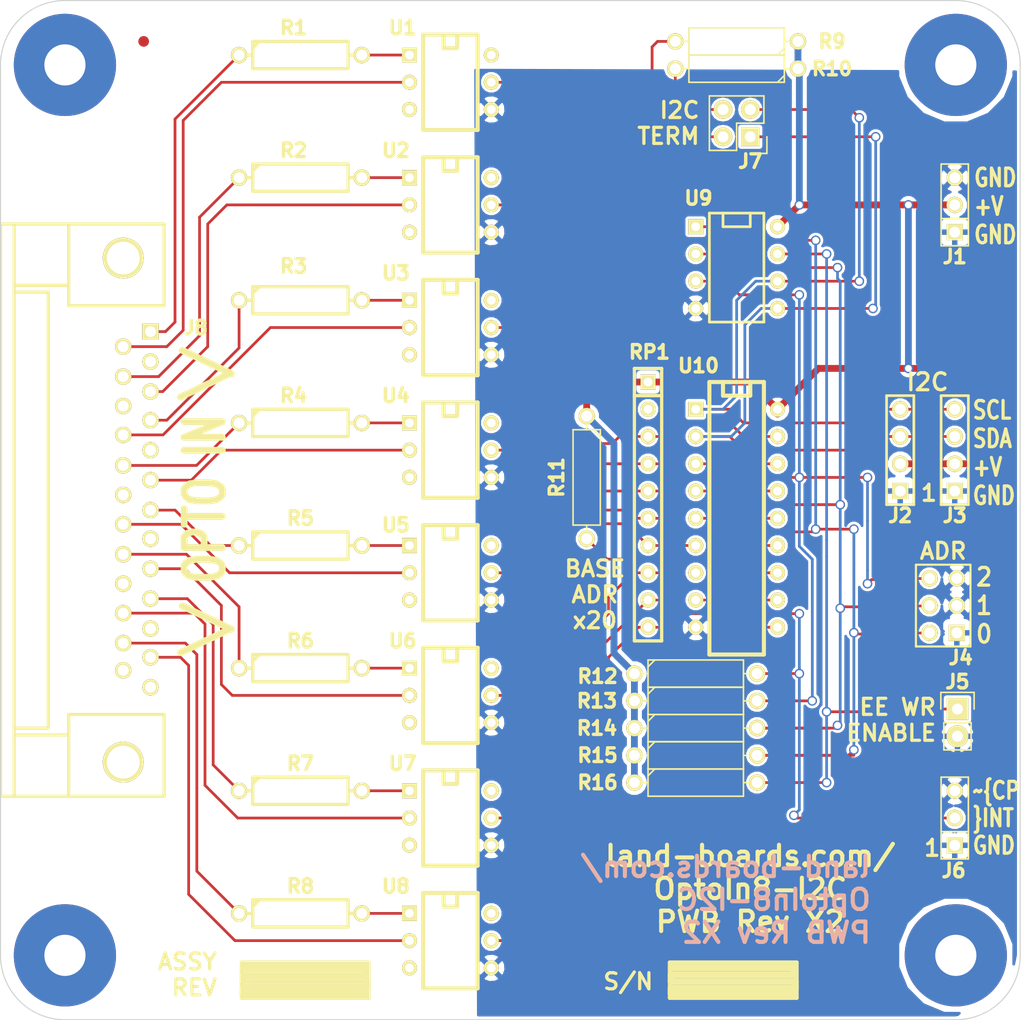
<source format=kicad_pcb>
(kicad_pcb (version 4) (host pcbnew "(after 2015-mar-04 BZR unknown)-product")

  (general
    (links 96)
    (no_connects 0)
    (area 148.751599 78.349 251.059648 178.7552)
    (thickness 1.6)
    (drawings 24)
    (tracks 353)
    (zones 0)
    (modules 43)
    (nets 45)
  )

  (page B)
  (title_block
    (title OptoIn8-I2C)
    (rev X1)
    (company land-boards.com)
  )

  (layers
    (0 F.Cu signal hide)
    (31 B.Cu signal)
    (36 B.SilkS user hide)
    (37 F.SilkS user)
    (38 B.Mask user)
    (39 F.Mask user)
    (40 Dwgs.User user)
    (42 Eco1.User user)
    (44 Edge.Cuts user)
  )

  (setup
    (last_trace_width 0.254)
    (trace_clearance 0.254)
    (zone_clearance 0.254)
    (zone_45_only no)
    (trace_min 0.254)
    (segment_width 0.2)
    (edge_width 0.1)
    (via_size 0.889)
    (via_drill 0.635)
    (via_min_size 0.889)
    (via_min_drill 0.508)
    (uvia_size 0.508)
    (uvia_drill 0.127)
    (uvias_allowed no)
    (uvia_min_size 0.508)
    (uvia_min_drill 0.127)
    (pcb_text_width 0.3)
    (pcb_text_size 1.5 1.5)
    (mod_edge_width 0.15)
    (mod_text_size 1.27 1.27)
    (mod_text_width 0.3175)
    (pad_size 1 1)
    (pad_drill 0)
    (pad_to_mask_clearance 0)
    (aux_axis_origin 0 0)
    (visible_elements 7FFFFF3F)
    (pcbplotparams
      (layerselection 0x010f0_80000001)
      (usegerberextensions true)
      (excludeedgelayer true)
      (linewidth 0.150000)
      (plotframeref false)
      (viasonmask false)
      (mode 1)
      (useauxorigin false)
      (hpglpennumber 1)
      (hpglpenspeed 20)
      (hpglpendiameter 15)
      (hpglpenoverlay 2)
      (psnegative false)
      (psa4output false)
      (plotreference true)
      (plotvalue true)
      (plotinvisibletext false)
      (padsonsilk false)
      (subtractmaskfromsilk false)
      (outputformat 1)
      (mirror false)
      (drillshape 0)
      (scaleselection 1)
      (outputdirectory plots/))
  )

  (net 0 "")
  (net 1 /A0)
  (net 2 /A1)
  (net 3 /A2)
  (net 4 /CH1-IN+)
  (net 5 /CH1-IN-)
  (net 6 /CH2-IN+)
  (net 7 /CH2-IN-)
  (net 8 /CH3-IN+)
  (net 9 /CH3-IN-)
  (net 10 /CH4-IN+)
  (net 11 /CH4-IN-)
  (net 12 /CH5-IN+)
  (net 13 /CH5-IN-)
  (net 14 /GND)
  (net 15 /GP0)
  (net 16 /GP1)
  (net 17 /GP2)
  (net 18 /GP3)
  (net 19 /GP4)
  (net 20 /GP5)
  (net 21 /GP6)
  (net 22 /GP7)
  (net 23 /INT)
  (net 24 /SCL)
  (net 25 /SDA)
  (net 26 /VCC)
  (net 27 "Net-(R1-Pad2)")
  (net 28 "Net-(R2-Pad2)")
  (net 29 "Net-(R3-Pad2)")
  (net 30 "Net-(R4-Pad2)")
  (net 31 "Net-(R5-Pad2)")
  (net 32 "Net-(R6-Pad2)")
  (net 33 "Net-(R7-Pad2)")
  (net 34 "Net-(R8-Pad2)")
  (net 35 "Net-(J5-Pad1)")
  (net 36 "Net-(J7-Pad2)")
  (net 37 "Net-(J7-Pad4)")
  (net 38 "Net-(J8-Pad12)")
  (net 39 "Net-(J8-Pad10)")
  (net 40 "Net-(J8-Pad9)")
  (net 41 "Net-(J8-Pad24)")
  (net 42 "Net-(J8-Pad23)")
  (net 43 "Net-(J8-Pad21)")
  (net 44 "Net-(R11-Pad2)")

  (net_class Default "This is the default net class."
    (clearance 0.254)
    (trace_width 0.254)
    (via_dia 0.889)
    (via_drill 0.635)
    (uvia_dia 0.508)
    (uvia_drill 0.127)
    (add_net /A0)
    (add_net /A1)
    (add_net /A2)
    (add_net /CH1-IN+)
    (add_net /CH1-IN-)
    (add_net /CH2-IN+)
    (add_net /CH2-IN-)
    (add_net /CH3-IN+)
    (add_net /CH3-IN-)
    (add_net /CH4-IN+)
    (add_net /CH4-IN-)
    (add_net /CH5-IN+)
    (add_net /CH5-IN-)
    (add_net /GP0)
    (add_net /GP1)
    (add_net /GP2)
    (add_net /GP3)
    (add_net /GP4)
    (add_net /GP5)
    (add_net /GP6)
    (add_net /GP7)
    (add_net /INT)
    (add_net /SCL)
    (add_net /SDA)
    (add_net "Net-(J5-Pad1)")
    (add_net "Net-(J7-Pad2)")
    (add_net "Net-(J7-Pad4)")
    (add_net "Net-(J8-Pad10)")
    (add_net "Net-(J8-Pad12)")
    (add_net "Net-(J8-Pad21)")
    (add_net "Net-(J8-Pad23)")
    (add_net "Net-(J8-Pad24)")
    (add_net "Net-(J8-Pad9)")
    (add_net "Net-(R1-Pad2)")
    (add_net "Net-(R11-Pad2)")
    (add_net "Net-(R2-Pad2)")
    (add_net "Net-(R3-Pad2)")
    (add_net "Net-(R4-Pad2)")
    (add_net "Net-(R5-Pad2)")
    (add_net "Net-(R6-Pad2)")
    (add_net "Net-(R7-Pad2)")
    (add_net "Net-(R8-Pad2)")
  )

  (net_class W25 ""
    (clearance 0.381)
    (trace_width 0.635)
    (via_dia 0.889)
    (via_drill 0.635)
    (uvia_dia 0.508)
    (uvia_drill 0.127)
    (add_net /GND)
    (add_net /VCC)
  )

  (module R4-5 (layer F.Cu) (tedit 538F3198) (tstamp 537A5134)
    (at 182.94 142.23)
    (path /537A4DE0)
    (fp_text reference R6 (at 0 -2.54) (layer F.SilkS)
      (effects (font (size 1.27 1.27) (thickness 0.3175)))
    )
    (fp_text value R (at 0 0) (layer F.SilkS) hide
      (effects (font (size 1.524 1.016) (thickness 0.3048)))
    )
    (fp_line (start -4.445 -1.27) (end -4.445 1.27) (layer F.SilkS) (width 0.3048))
    (fp_line (start -4.445 1.27) (end 4.445 1.27) (layer F.SilkS) (width 0.3048))
    (fp_line (start 4.445 1.27) (end 4.445 -1.27) (layer F.SilkS) (width 0.3048))
    (fp_line (start 4.445 -1.27) (end -4.445 -1.27) (layer F.SilkS) (width 0.3048))
    (fp_line (start -4.445 -0.635) (end -3.81 -1.27) (layer F.SilkS) (width 0.3048))
    (fp_line (start -4.445 0) (end -5.715 0) (layer F.SilkS) (width 0.3048))
    (fp_line (start 4.445 0) (end 5.715 0) (layer F.SilkS) (width 0.3048))
    (pad 1 thru_hole circle (at -5.715 0) (size 1.524 1.524) (drill 1.016) (layers *.Cu *.Mask F.SilkS)
      (net 43 "Net-(J8-Pad21)"))
    (pad 2 thru_hole circle (at 5.715 0) (size 1.524 1.524) (drill 1.016) (layers *.Cu *.Mask F.SilkS)
      (net 32 "Net-(R6-Pad2)"))
    (model discret/resistor.wrl
      (at (xyz 0 0 0))
      (scale (xyz 0.45 0.45 0.45))
      (rotate (xyz 0 0 0))
    )
  )

  (module R4-5 (layer F.Cu) (tedit 538F31A5) (tstamp 537A51A9)
    (at 182.94 165.09)
    (path /537A4DEC)
    (fp_text reference R8 (at 0 -2.54) (layer F.SilkS)
      (effects (font (size 1.27 1.27) (thickness 0.3175)))
    )
    (fp_text value R (at 0 0) (layer F.SilkS) hide
      (effects (font (size 1.524 1.016) (thickness 0.3048)))
    )
    (fp_line (start -4.445 -1.27) (end -4.445 1.27) (layer F.SilkS) (width 0.3048))
    (fp_line (start -4.445 1.27) (end 4.445 1.27) (layer F.SilkS) (width 0.3048))
    (fp_line (start 4.445 1.27) (end 4.445 -1.27) (layer F.SilkS) (width 0.3048))
    (fp_line (start 4.445 -1.27) (end -4.445 -1.27) (layer F.SilkS) (width 0.3048))
    (fp_line (start -4.445 -0.635) (end -3.81 -1.27) (layer F.SilkS) (width 0.3048))
    (fp_line (start -4.445 0) (end -5.715 0) (layer F.SilkS) (width 0.3048))
    (fp_line (start 4.445 0) (end 5.715 0) (layer F.SilkS) (width 0.3048))
    (pad 1 thru_hole circle (at -5.715 0) (size 1.524 1.524) (drill 1.016) (layers *.Cu *.Mask F.SilkS)
      (net 41 "Net-(J8-Pad24)"))
    (pad 2 thru_hole circle (at 5.715 0) (size 1.524 1.524) (drill 1.016) (layers *.Cu *.Mask F.SilkS)
      (net 34 "Net-(R8-Pad2)"))
    (model discret/resistor.wrl
      (at (xyz 0 0 0))
      (scale (xyz 0.45 0.45 0.45))
      (rotate (xyz 0 0 0))
    )
  )

  (module R4-5 (layer F.Cu) (tedit 538F319F) (tstamp 537A51B6)
    (at 182.94 153.66)
    (path /537A4DE6)
    (fp_text reference R7 (at 0 -2.54) (layer F.SilkS)
      (effects (font (size 1.27 1.27) (thickness 0.3175)))
    )
    (fp_text value R (at 0 0) (layer F.SilkS) hide
      (effects (font (size 1.524 1.016) (thickness 0.3048)))
    )
    (fp_line (start -4.445 -1.27) (end -4.445 1.27) (layer F.SilkS) (width 0.3048))
    (fp_line (start -4.445 1.27) (end 4.445 1.27) (layer F.SilkS) (width 0.3048))
    (fp_line (start 4.445 1.27) (end 4.445 -1.27) (layer F.SilkS) (width 0.3048))
    (fp_line (start 4.445 -1.27) (end -4.445 -1.27) (layer F.SilkS) (width 0.3048))
    (fp_line (start -4.445 -0.635) (end -3.81 -1.27) (layer F.SilkS) (width 0.3048))
    (fp_line (start -4.445 0) (end -5.715 0) (layer F.SilkS) (width 0.3048))
    (fp_line (start 4.445 0) (end 5.715 0) (layer F.SilkS) (width 0.3048))
    (pad 1 thru_hole circle (at -5.715 0) (size 1.524 1.524) (drill 1.016) (layers *.Cu *.Mask F.SilkS)
      (net 39 "Net-(J8-Pad10)"))
    (pad 2 thru_hole circle (at 5.715 0) (size 1.524 1.524) (drill 1.016) (layers *.Cu *.Mask F.SilkS)
      (net 33 "Net-(R7-Pad2)"))
    (model discret/resistor.wrl
      (at (xyz 0 0 0))
      (scale (xyz 0.45 0.45 0.45))
      (rotate (xyz 0 0 0))
    )
  )

  (module R4-5 (layer F.Cu) (tedit 538F3192) (tstamp 537A51C3)
    (at 182.94 130.8)
    (path /537A4DDA)
    (fp_text reference R5 (at 0 -2.54) (layer F.SilkS)
      (effects (font (size 1.27 1.27) (thickness 0.3175)))
    )
    (fp_text value R (at 0 0) (layer F.SilkS) hide
      (effects (font (size 1.524 1.016) (thickness 0.3048)))
    )
    (fp_line (start -4.445 -1.27) (end -4.445 1.27) (layer F.SilkS) (width 0.3048))
    (fp_line (start -4.445 1.27) (end 4.445 1.27) (layer F.SilkS) (width 0.3048))
    (fp_line (start 4.445 1.27) (end 4.445 -1.27) (layer F.SilkS) (width 0.3048))
    (fp_line (start 4.445 -1.27) (end -4.445 -1.27) (layer F.SilkS) (width 0.3048))
    (fp_line (start -4.445 -0.635) (end -3.81 -1.27) (layer F.SilkS) (width 0.3048))
    (fp_line (start -4.445 0) (end -5.715 0) (layer F.SilkS) (width 0.3048))
    (fp_line (start 4.445 0) (end 5.715 0) (layer F.SilkS) (width 0.3048))
    (pad 1 thru_hole circle (at -5.715 0) (size 1.524 1.524) (drill 1.016) (layers *.Cu *.Mask F.SilkS)
      (net 12 /CH5-IN+))
    (pad 2 thru_hole circle (at 5.715 0) (size 1.524 1.524) (drill 1.016) (layers *.Cu *.Mask F.SilkS)
      (net 31 "Net-(R5-Pad2)"))
    (model discret/resistor.wrl
      (at (xyz 0 0 0))
      (scale (xyz 0.45 0.45 0.45))
      (rotate (xyz 0 0 0))
    )
  )

  (module R4-5 (layer F.Cu) (tedit 538F318C) (tstamp 537A51D0)
    (at 182.94 119.37)
    (path /537A4DD4)
    (fp_text reference R4 (at -0.635 -2.54) (layer F.SilkS)
      (effects (font (size 1.27 1.27) (thickness 0.3175)))
    )
    (fp_text value R (at 0 0) (layer F.SilkS) hide
      (effects (font (size 1.524 1.016) (thickness 0.3048)))
    )
    (fp_line (start -4.445 -1.27) (end -4.445 1.27) (layer F.SilkS) (width 0.3048))
    (fp_line (start -4.445 1.27) (end 4.445 1.27) (layer F.SilkS) (width 0.3048))
    (fp_line (start 4.445 1.27) (end 4.445 -1.27) (layer F.SilkS) (width 0.3048))
    (fp_line (start 4.445 -1.27) (end -4.445 -1.27) (layer F.SilkS) (width 0.3048))
    (fp_line (start -4.445 -0.635) (end -3.81 -1.27) (layer F.SilkS) (width 0.3048))
    (fp_line (start -4.445 0) (end -5.715 0) (layer F.SilkS) (width 0.3048))
    (fp_line (start 4.445 0) (end 5.715 0) (layer F.SilkS) (width 0.3048))
    (pad 1 thru_hole circle (at -5.715 0) (size 1.524 1.524) (drill 1.016) (layers *.Cu *.Mask F.SilkS)
      (net 10 /CH4-IN+))
    (pad 2 thru_hole circle (at 5.715 0) (size 1.524 1.524) (drill 1.016) (layers *.Cu *.Mask F.SilkS)
      (net 30 "Net-(R4-Pad2)"))
    (model discret/resistor.wrl
      (at (xyz 0 0 0))
      (scale (xyz 0.45 0.45 0.45))
      (rotate (xyz 0 0 0))
    )
  )

  (module R4-5 (layer F.Cu) (tedit 538F3185) (tstamp 537A51DD)
    (at 182.94 107.94)
    (path /537A4DCE)
    (fp_text reference R3 (at -0.635 -3.175) (layer F.SilkS)
      (effects (font (size 1.27 1.27) (thickness 0.3175)))
    )
    (fp_text value R (at 0 0) (layer F.SilkS) hide
      (effects (font (size 1.524 1.016) (thickness 0.3048)))
    )
    (fp_line (start -4.445 -1.27) (end -4.445 1.27) (layer F.SilkS) (width 0.3048))
    (fp_line (start -4.445 1.27) (end 4.445 1.27) (layer F.SilkS) (width 0.3048))
    (fp_line (start 4.445 1.27) (end 4.445 -1.27) (layer F.SilkS) (width 0.3048))
    (fp_line (start 4.445 -1.27) (end -4.445 -1.27) (layer F.SilkS) (width 0.3048))
    (fp_line (start -4.445 -0.635) (end -3.81 -1.27) (layer F.SilkS) (width 0.3048))
    (fp_line (start -4.445 0) (end -5.715 0) (layer F.SilkS) (width 0.3048))
    (fp_line (start 4.445 0) (end 5.715 0) (layer F.SilkS) (width 0.3048))
    (pad 1 thru_hole circle (at -5.715 0) (size 1.524 1.524) (drill 1.016) (layers *.Cu *.Mask F.SilkS)
      (net 8 /CH3-IN+))
    (pad 2 thru_hole circle (at 5.715 0) (size 1.524 1.524) (drill 1.016) (layers *.Cu *.Mask F.SilkS)
      (net 29 "Net-(R3-Pad2)"))
    (model discret/resistor.wrl
      (at (xyz 0 0 0))
      (scale (xyz 0.45 0.45 0.45))
      (rotate (xyz 0 0 0))
    )
  )

  (module R4-5 (layer F.Cu) (tedit 538F317F) (tstamp 537A51EA)
    (at 182.94 96.51)
    (path /537A4DC8)
    (fp_text reference R2 (at -0.635 -2.54) (layer F.SilkS)
      (effects (font (size 1.27 1.27) (thickness 0.3175)))
    )
    (fp_text value R (at 0 0) (layer F.SilkS) hide
      (effects (font (size 1.524 1.016) (thickness 0.3048)))
    )
    (fp_line (start -4.445 -1.27) (end -4.445 1.27) (layer F.SilkS) (width 0.3048))
    (fp_line (start -4.445 1.27) (end 4.445 1.27) (layer F.SilkS) (width 0.3048))
    (fp_line (start 4.445 1.27) (end 4.445 -1.27) (layer F.SilkS) (width 0.3048))
    (fp_line (start 4.445 -1.27) (end -4.445 -1.27) (layer F.SilkS) (width 0.3048))
    (fp_line (start -4.445 -0.635) (end -3.81 -1.27) (layer F.SilkS) (width 0.3048))
    (fp_line (start -4.445 0) (end -5.715 0) (layer F.SilkS) (width 0.3048))
    (fp_line (start 4.445 0) (end 5.715 0) (layer F.SilkS) (width 0.3048))
    (pad 1 thru_hole circle (at -5.715 0) (size 1.524 1.524) (drill 1.016) (layers *.Cu *.Mask F.SilkS)
      (net 6 /CH2-IN+))
    (pad 2 thru_hole circle (at 5.715 0) (size 1.524 1.524) (drill 1.016) (layers *.Cu *.Mask F.SilkS)
      (net 28 "Net-(R2-Pad2)"))
    (model discret/resistor.wrl
      (at (xyz 0 0 0))
      (scale (xyz 0.45 0.45 0.45))
      (rotate (xyz 0 0 0))
    )
  )

  (module R4-5 (layer F.Cu) (tedit 538F3178) (tstamp 537A51F7)
    (at 182.94 85.08)
    (path /537A4DBB)
    (fp_text reference R1 (at -0.635 -2.54) (layer F.SilkS)
      (effects (font (size 1.27 1.27) (thickness 0.3175)))
    )
    (fp_text value R (at 0 0) (layer F.SilkS) hide
      (effects (font (size 1.524 1.016) (thickness 0.3048)))
    )
    (fp_line (start -4.445 -1.27) (end -4.445 1.27) (layer F.SilkS) (width 0.3048))
    (fp_line (start -4.445 1.27) (end 4.445 1.27) (layer F.SilkS) (width 0.3048))
    (fp_line (start 4.445 1.27) (end 4.445 -1.27) (layer F.SilkS) (width 0.3048))
    (fp_line (start 4.445 -1.27) (end -4.445 -1.27) (layer F.SilkS) (width 0.3048))
    (fp_line (start -4.445 -0.635) (end -3.81 -1.27) (layer F.SilkS) (width 0.3048))
    (fp_line (start -4.445 0) (end -5.715 0) (layer F.SilkS) (width 0.3048))
    (fp_line (start 4.445 0) (end 5.715 0) (layer F.SilkS) (width 0.3048))
    (pad 1 thru_hole circle (at -5.715 0) (size 1.524 1.524) (drill 1.016) (layers *.Cu *.Mask F.SilkS)
      (net 4 /CH1-IN+))
    (pad 2 thru_hole circle (at 5.715 0) (size 1.524 1.524) (drill 1.016) (layers *.Cu *.Mask F.SilkS)
      (net 27 "Net-(R1-Pad2)"))
    (model discret/resistor.wrl
      (at (xyz 0 0 0))
      (scale (xyz 0.45 0.45 0.45))
      (rotate (xyz 0 0 0))
    )
  )

  (module DIP-6__300 (layer F.Cu) (tedit 537B7BA7) (tstamp 537A5208)
    (at 196.91 87.62 270)
    (descr "6 pins DIL package, round pads")
    (tags DIL)
    (path /537A4D39)
    (fp_text reference U1 (at -5.08 4.445 360) (layer F.SilkS)
      (effects (font (size 1.27 1.27) (thickness 0.3175)))
    )
    (fp_text value 4N26 (at 0 0 270) (layer F.SilkS) hide
      (effects (font (size 1.524 0.889) (thickness 0.2032)))
    )
    (fp_line (start -4.445 -2.54) (end 4.445 -2.54) (layer F.SilkS) (width 0.381))
    (fp_line (start 4.445 -2.54) (end 4.445 2.54) (layer F.SilkS) (width 0.381))
    (fp_line (start 4.445 2.54) (end -4.445 2.54) (layer F.SilkS) (width 0.381))
    (fp_line (start -4.445 2.54) (end -4.445 -2.54) (layer F.SilkS) (width 0.381))
    (fp_line (start -4.445 -0.635) (end -3.175 -0.635) (layer F.SilkS) (width 0.381))
    (fp_line (start -3.175 -0.635) (end -3.175 0.635) (layer F.SilkS) (width 0.381))
    (fp_line (start -3.175 0.635) (end -4.445 0.635) (layer F.SilkS) (width 0.381))
    (pad 1 thru_hole rect (at -2.54 3.81 270) (size 1.397 1.397) (drill 0.8128) (layers *.Cu *.Mask F.SilkS)
      (net 27 "Net-(R1-Pad2)"))
    (pad 2 thru_hole circle (at 0 3.81 270) (size 1.397 1.397) (drill 0.8128) (layers *.Cu *.Mask F.SilkS)
      (net 5 /CH1-IN-))
    (pad 3 thru_hole circle (at 2.54 3.81 270) (size 1.397 1.397) (drill 0.8128) (layers *.Cu *.Mask F.SilkS))
    (pad 4 thru_hole circle (at 2.54 -3.81 270) (size 1.397 1.397) (drill 0.8128) (layers *.Cu *.Mask F.SilkS)
      (net 14 /GND))
    (pad 5 thru_hole circle (at 0 -3.81 270) (size 1.397 1.397) (drill 0.8128) (layers *.Cu *.Mask F.SilkS)
      (net 22 /GP7))
    (pad 6 thru_hole circle (at -2.54 -3.81 270) (size 1.397 1.397) (drill 0.8128) (layers *.Cu *.Mask F.SilkS))
    (model dil/dil_6.wrl
      (at (xyz 0 0 0))
      (scale (xyz 1 1 1))
      (rotate (xyz 0 0 0))
    )
  )

  (module DIP-6__300 (layer F.Cu) (tedit 537B7BD3) (tstamp 537A5219)
    (at 196.91 167.63 270)
    (descr "6 pins DIL package, round pads")
    (tags DIL)
    (path /537A4DAC)
    (fp_text reference U8 (at -5.08 5.08 360) (layer F.SilkS)
      (effects (font (size 1.27 1.27) (thickness 0.3175)))
    )
    (fp_text value 4N26 (at 0 0 270) (layer F.SilkS) hide
      (effects (font (size 1.524 0.889) (thickness 0.2032)))
    )
    (fp_line (start -4.445 -2.54) (end 4.445 -2.54) (layer F.SilkS) (width 0.381))
    (fp_line (start 4.445 -2.54) (end 4.445 2.54) (layer F.SilkS) (width 0.381))
    (fp_line (start 4.445 2.54) (end -4.445 2.54) (layer F.SilkS) (width 0.381))
    (fp_line (start -4.445 2.54) (end -4.445 -2.54) (layer F.SilkS) (width 0.381))
    (fp_line (start -4.445 -0.635) (end -3.175 -0.635) (layer F.SilkS) (width 0.381))
    (fp_line (start -3.175 -0.635) (end -3.175 0.635) (layer F.SilkS) (width 0.381))
    (fp_line (start -3.175 0.635) (end -4.445 0.635) (layer F.SilkS) (width 0.381))
    (pad 1 thru_hole rect (at -2.54 3.81 270) (size 1.397 1.397) (drill 0.8128) (layers *.Cu *.Mask F.SilkS)
      (net 34 "Net-(R8-Pad2)"))
    (pad 2 thru_hole circle (at 0 3.81 270) (size 1.397 1.397) (drill 0.8128) (layers *.Cu *.Mask F.SilkS)
      (net 38 "Net-(J8-Pad12)"))
    (pad 3 thru_hole circle (at 2.54 3.81 270) (size 1.397 1.397) (drill 0.8128) (layers *.Cu *.Mask F.SilkS))
    (pad 4 thru_hole circle (at 2.54 -3.81 270) (size 1.397 1.397) (drill 0.8128) (layers *.Cu *.Mask F.SilkS)
      (net 14 /GND))
    (pad 5 thru_hole circle (at 0 -3.81 270) (size 1.397 1.397) (drill 0.8128) (layers *.Cu *.Mask F.SilkS)
      (net 15 /GP0))
    (pad 6 thru_hole circle (at -2.54 -3.81 270) (size 1.397 1.397) (drill 0.8128) (layers *.Cu *.Mask F.SilkS))
    (model dil/dil_6.wrl
      (at (xyz 0 0 0))
      (scale (xyz 1 1 1))
      (rotate (xyz 0 0 0))
    )
  )

  (module DIP-6__300 (layer F.Cu) (tedit 537B7BCD) (tstamp 537A522A)
    (at 196.91 156.2 270)
    (descr "6 pins DIL package, round pads")
    (tags DIL)
    (path /537A4D9D)
    (fp_text reference U7 (at -5.08 4.445 360) (layer F.SilkS)
      (effects (font (size 1.27 1.27) (thickness 0.3175)))
    )
    (fp_text value 4N26 (at 0 0 270) (layer F.SilkS) hide
      (effects (font (size 1.524 0.889) (thickness 0.2032)))
    )
    (fp_line (start -4.445 -2.54) (end 4.445 -2.54) (layer F.SilkS) (width 0.381))
    (fp_line (start 4.445 -2.54) (end 4.445 2.54) (layer F.SilkS) (width 0.381))
    (fp_line (start 4.445 2.54) (end -4.445 2.54) (layer F.SilkS) (width 0.381))
    (fp_line (start -4.445 2.54) (end -4.445 -2.54) (layer F.SilkS) (width 0.381))
    (fp_line (start -4.445 -0.635) (end -3.175 -0.635) (layer F.SilkS) (width 0.381))
    (fp_line (start -3.175 -0.635) (end -3.175 0.635) (layer F.SilkS) (width 0.381))
    (fp_line (start -3.175 0.635) (end -4.445 0.635) (layer F.SilkS) (width 0.381))
    (pad 1 thru_hole rect (at -2.54 3.81 270) (size 1.397 1.397) (drill 0.8128) (layers *.Cu *.Mask F.SilkS)
      (net 33 "Net-(R7-Pad2)"))
    (pad 2 thru_hole circle (at 0 3.81 270) (size 1.397 1.397) (drill 0.8128) (layers *.Cu *.Mask F.SilkS)
      (net 42 "Net-(J8-Pad23)"))
    (pad 3 thru_hole circle (at 2.54 3.81 270) (size 1.397 1.397) (drill 0.8128) (layers *.Cu *.Mask F.SilkS))
    (pad 4 thru_hole circle (at 2.54 -3.81 270) (size 1.397 1.397) (drill 0.8128) (layers *.Cu *.Mask F.SilkS)
      (net 14 /GND))
    (pad 5 thru_hole circle (at 0 -3.81 270) (size 1.397 1.397) (drill 0.8128) (layers *.Cu *.Mask F.SilkS)
      (net 16 /GP1))
    (pad 6 thru_hole circle (at -2.54 -3.81 270) (size 1.397 1.397) (drill 0.8128) (layers *.Cu *.Mask F.SilkS))
    (model dil/dil_6.wrl
      (at (xyz 0 0 0))
      (scale (xyz 1 1 1))
      (rotate (xyz 0 0 0))
    )
  )

  (module DIP-6__300 (layer F.Cu) (tedit 537B7BC7) (tstamp 537A523B)
    (at 196.91 144.77 270)
    (descr "6 pins DIL package, round pads")
    (tags DIL)
    (path /537A4D8E)
    (fp_text reference U6 (at -5.08 4.445 360) (layer F.SilkS)
      (effects (font (size 1.27 1.27) (thickness 0.3175)))
    )
    (fp_text value 4N26 (at 0 0 270) (layer F.SilkS) hide
      (effects (font (size 1.524 0.889) (thickness 0.2032)))
    )
    (fp_line (start -4.445 -2.54) (end 4.445 -2.54) (layer F.SilkS) (width 0.381))
    (fp_line (start 4.445 -2.54) (end 4.445 2.54) (layer F.SilkS) (width 0.381))
    (fp_line (start 4.445 2.54) (end -4.445 2.54) (layer F.SilkS) (width 0.381))
    (fp_line (start -4.445 2.54) (end -4.445 -2.54) (layer F.SilkS) (width 0.381))
    (fp_line (start -4.445 -0.635) (end -3.175 -0.635) (layer F.SilkS) (width 0.381))
    (fp_line (start -3.175 -0.635) (end -3.175 0.635) (layer F.SilkS) (width 0.381))
    (fp_line (start -3.175 0.635) (end -4.445 0.635) (layer F.SilkS) (width 0.381))
    (pad 1 thru_hole rect (at -2.54 3.81 270) (size 1.397 1.397) (drill 0.8128) (layers *.Cu *.Mask F.SilkS)
      (net 32 "Net-(R6-Pad2)"))
    (pad 2 thru_hole circle (at 0 3.81 270) (size 1.397 1.397) (drill 0.8128) (layers *.Cu *.Mask F.SilkS)
      (net 40 "Net-(J8-Pad9)"))
    (pad 3 thru_hole circle (at 2.54 3.81 270) (size 1.397 1.397) (drill 0.8128) (layers *.Cu *.Mask F.SilkS))
    (pad 4 thru_hole circle (at 2.54 -3.81 270) (size 1.397 1.397) (drill 0.8128) (layers *.Cu *.Mask F.SilkS)
      (net 14 /GND))
    (pad 5 thru_hole circle (at 0 -3.81 270) (size 1.397 1.397) (drill 0.8128) (layers *.Cu *.Mask F.SilkS)
      (net 17 /GP2))
    (pad 6 thru_hole circle (at -2.54 -3.81 270) (size 1.397 1.397) (drill 0.8128) (layers *.Cu *.Mask F.SilkS))
    (model dil/dil_6.wrl
      (at (xyz 0 0 0))
      (scale (xyz 1 1 1))
      (rotate (xyz 0 0 0))
    )
  )

  (module DIP-6__300 (layer F.Cu) (tedit 537B7BC1) (tstamp 537A524C)
    (at 196.91 133.34 270)
    (descr "6 pins DIL package, round pads")
    (tags DIL)
    (path /537A4D75)
    (fp_text reference U5 (at -4.445 5.08 360) (layer F.SilkS)
      (effects (font (size 1.27 1.27) (thickness 0.3175)))
    )
    (fp_text value 4N26 (at 0 0 270) (layer F.SilkS) hide
      (effects (font (size 1.524 0.889) (thickness 0.2032)))
    )
    (fp_line (start -4.445 -2.54) (end 4.445 -2.54) (layer F.SilkS) (width 0.381))
    (fp_line (start 4.445 -2.54) (end 4.445 2.54) (layer F.SilkS) (width 0.381))
    (fp_line (start 4.445 2.54) (end -4.445 2.54) (layer F.SilkS) (width 0.381))
    (fp_line (start -4.445 2.54) (end -4.445 -2.54) (layer F.SilkS) (width 0.381))
    (fp_line (start -4.445 -0.635) (end -3.175 -0.635) (layer F.SilkS) (width 0.381))
    (fp_line (start -3.175 -0.635) (end -3.175 0.635) (layer F.SilkS) (width 0.381))
    (fp_line (start -3.175 0.635) (end -4.445 0.635) (layer F.SilkS) (width 0.381))
    (pad 1 thru_hole rect (at -2.54 3.81 270) (size 1.397 1.397) (drill 0.8128) (layers *.Cu *.Mask F.SilkS)
      (net 31 "Net-(R5-Pad2)"))
    (pad 2 thru_hole circle (at 0 3.81 270) (size 1.397 1.397) (drill 0.8128) (layers *.Cu *.Mask F.SilkS)
      (net 13 /CH5-IN-))
    (pad 3 thru_hole circle (at 2.54 3.81 270) (size 1.397 1.397) (drill 0.8128) (layers *.Cu *.Mask F.SilkS))
    (pad 4 thru_hole circle (at 2.54 -3.81 270) (size 1.397 1.397) (drill 0.8128) (layers *.Cu *.Mask F.SilkS)
      (net 14 /GND))
    (pad 5 thru_hole circle (at 0 -3.81 270) (size 1.397 1.397) (drill 0.8128) (layers *.Cu *.Mask F.SilkS)
      (net 18 /GP3))
    (pad 6 thru_hole circle (at -2.54 -3.81 270) (size 1.397 1.397) (drill 0.8128) (layers *.Cu *.Mask F.SilkS))
    (model dil/dil_6.wrl
      (at (xyz 0 0 0))
      (scale (xyz 1 1 1))
      (rotate (xyz 0 0 0))
    )
  )

  (module DIP-6__300 (layer F.Cu) (tedit 537B7BBB) (tstamp 537A525D)
    (at 196.91 121.91 270)
    (descr "6 pins DIL package, round pads")
    (tags DIL)
    (path /537A4D66)
    (fp_text reference U4 (at -5.08 5.08 360) (layer F.SilkS)
      (effects (font (size 1.27 1.27) (thickness 0.3175)))
    )
    (fp_text value 4N26 (at 0 0 270) (layer F.SilkS) hide
      (effects (font (size 1.524 0.889) (thickness 0.2032)))
    )
    (fp_line (start -4.445 -2.54) (end 4.445 -2.54) (layer F.SilkS) (width 0.381))
    (fp_line (start 4.445 -2.54) (end 4.445 2.54) (layer F.SilkS) (width 0.381))
    (fp_line (start 4.445 2.54) (end -4.445 2.54) (layer F.SilkS) (width 0.381))
    (fp_line (start -4.445 2.54) (end -4.445 -2.54) (layer F.SilkS) (width 0.381))
    (fp_line (start -4.445 -0.635) (end -3.175 -0.635) (layer F.SilkS) (width 0.381))
    (fp_line (start -3.175 -0.635) (end -3.175 0.635) (layer F.SilkS) (width 0.381))
    (fp_line (start -3.175 0.635) (end -4.445 0.635) (layer F.SilkS) (width 0.381))
    (pad 1 thru_hole rect (at -2.54 3.81 270) (size 1.397 1.397) (drill 0.8128) (layers *.Cu *.Mask F.SilkS)
      (net 30 "Net-(R4-Pad2)"))
    (pad 2 thru_hole circle (at 0 3.81 270) (size 1.397 1.397) (drill 0.8128) (layers *.Cu *.Mask F.SilkS)
      (net 11 /CH4-IN-))
    (pad 3 thru_hole circle (at 2.54 3.81 270) (size 1.397 1.397) (drill 0.8128) (layers *.Cu *.Mask F.SilkS))
    (pad 4 thru_hole circle (at 2.54 -3.81 270) (size 1.397 1.397) (drill 0.8128) (layers *.Cu *.Mask F.SilkS)
      (net 14 /GND))
    (pad 5 thru_hole circle (at 0 -3.81 270) (size 1.397 1.397) (drill 0.8128) (layers *.Cu *.Mask F.SilkS)
      (net 19 /GP4))
    (pad 6 thru_hole circle (at -2.54 -3.81 270) (size 1.397 1.397) (drill 0.8128) (layers *.Cu *.Mask F.SilkS))
    (model dil/dil_6.wrl
      (at (xyz 0 0 0))
      (scale (xyz 1 1 1))
      (rotate (xyz 0 0 0))
    )
  )

  (module DIP-6__300 (layer F.Cu) (tedit 537B7BB3) (tstamp 537A526E)
    (at 196.91 110.48 270)
    (descr "6 pins DIL package, round pads")
    (tags DIL)
    (path /537A4D57)
    (fp_text reference U3 (at -5.08 5.08 360) (layer F.SilkS)
      (effects (font (size 1.27 1.27) (thickness 0.3175)))
    )
    (fp_text value 4N26 (at -0.41 0.16 270) (layer F.SilkS) hide
      (effects (font (size 1.524 0.889) (thickness 0.2032)))
    )
    (fp_line (start -4.445 -2.54) (end 4.445 -2.54) (layer F.SilkS) (width 0.381))
    (fp_line (start 4.445 -2.54) (end 4.445 2.54) (layer F.SilkS) (width 0.381))
    (fp_line (start 4.445 2.54) (end -4.445 2.54) (layer F.SilkS) (width 0.381))
    (fp_line (start -4.445 2.54) (end -4.445 -2.54) (layer F.SilkS) (width 0.381))
    (fp_line (start -4.445 -0.635) (end -3.175 -0.635) (layer F.SilkS) (width 0.381))
    (fp_line (start -3.175 -0.635) (end -3.175 0.635) (layer F.SilkS) (width 0.381))
    (fp_line (start -3.175 0.635) (end -4.445 0.635) (layer F.SilkS) (width 0.381))
    (pad 1 thru_hole rect (at -2.54 3.81 270) (size 1.397 1.397) (drill 0.8128) (layers *.Cu *.Mask F.SilkS)
      (net 29 "Net-(R3-Pad2)"))
    (pad 2 thru_hole circle (at 0 3.81 270) (size 1.397 1.397) (drill 0.8128) (layers *.Cu *.Mask F.SilkS)
      (net 9 /CH3-IN-))
    (pad 3 thru_hole circle (at 2.54 3.81 270) (size 1.397 1.397) (drill 0.8128) (layers *.Cu *.Mask F.SilkS))
    (pad 4 thru_hole circle (at 2.54 -3.81 270) (size 1.397 1.397) (drill 0.8128) (layers *.Cu *.Mask F.SilkS)
      (net 14 /GND))
    (pad 5 thru_hole circle (at 0 -3.81 270) (size 1.397 1.397) (drill 0.8128) (layers *.Cu *.Mask F.SilkS)
      (net 20 /GP5))
    (pad 6 thru_hole circle (at -2.54 -3.81 270) (size 1.397 1.397) (drill 0.8128) (layers *.Cu *.Mask F.SilkS))
    (model dil/dil_6.wrl
      (at (xyz 0 0 0))
      (scale (xyz 1 1 1))
      (rotate (xyz 0 0 0))
    )
  )

  (module DIP-6__300 (layer F.Cu) (tedit 537B7BAD) (tstamp 537A527F)
    (at 196.91 99.05 270)
    (descr "6 pins DIL package, round pads")
    (tags DIL)
    (path /537A4D48)
    (fp_text reference U2 (at -5.08 5.08 360) (layer F.SilkS)
      (effects (font (size 1.27 1.27) (thickness 0.3175)))
    )
    (fp_text value 4N26 (at 0 0 270) (layer F.SilkS) hide
      (effects (font (size 1.524 0.889) (thickness 0.2032)))
    )
    (fp_line (start -4.445 -2.54) (end 4.445 -2.54) (layer F.SilkS) (width 0.381))
    (fp_line (start 4.445 -2.54) (end 4.445 2.54) (layer F.SilkS) (width 0.381))
    (fp_line (start 4.445 2.54) (end -4.445 2.54) (layer F.SilkS) (width 0.381))
    (fp_line (start -4.445 2.54) (end -4.445 -2.54) (layer F.SilkS) (width 0.381))
    (fp_line (start -4.445 -0.635) (end -3.175 -0.635) (layer F.SilkS) (width 0.381))
    (fp_line (start -3.175 -0.635) (end -3.175 0.635) (layer F.SilkS) (width 0.381))
    (fp_line (start -3.175 0.635) (end -4.445 0.635) (layer F.SilkS) (width 0.381))
    (pad 1 thru_hole rect (at -2.54 3.81 270) (size 1.397 1.397) (drill 0.8128) (layers *.Cu *.Mask F.SilkS)
      (net 28 "Net-(R2-Pad2)"))
    (pad 2 thru_hole circle (at 0 3.81 270) (size 1.397 1.397) (drill 0.8128) (layers *.Cu *.Mask F.SilkS)
      (net 7 /CH2-IN-))
    (pad 3 thru_hole circle (at 2.54 3.81 270) (size 1.397 1.397) (drill 0.8128) (layers *.Cu *.Mask F.SilkS))
    (pad 4 thru_hole circle (at 2.54 -3.81 270) (size 1.397 1.397) (drill 0.8128) (layers *.Cu *.Mask F.SilkS)
      (net 14 /GND))
    (pad 5 thru_hole circle (at 0 -3.81 270) (size 1.397 1.397) (drill 0.8128) (layers *.Cu *.Mask F.SilkS)
      (net 21 /GP6))
    (pad 6 thru_hole circle (at -2.54 -3.81 270) (size 1.397 1.397) (drill 0.8128) (layers *.Cu *.Mask F.SilkS))
    (model dil/dil_6.wrl
      (at (xyz 0 0 0))
      (scale (xyz 1 1 1))
      (rotate (xyz 0 0 0))
    )
  )

  (module DB25MC locked (layer F.Cu) (tedit 553C3012) (tstamp 537A5292)
    (at 167.7 127.5 90)
    (descr "Connecteur DB25 MALE couche")
    (tags "CONN DB25")
    (path /537A4DF5)
    (fp_text reference J8 (at 17 5.5 180) (layer F.SilkS)
      (effects (font (size 1.27 1.27) (thickness 0.3175)))
    )
    (fp_text value DB25 (at 0 -6.35 90) (layer F.SilkS) hide
      (effects (font (thickness 0.3048)))
    )
    (fp_line (start 26.67 -11.43) (end 26.67 2.54) (layer F.SilkS) (width 0.3048))
    (fp_line (start 19.05 -6.35) (end 19.05 2.54) (layer F.SilkS) (width 0.3048))
    (fp_line (start 20.955 -11.43) (end 20.955 -6.35) (layer F.SilkS) (width 0.3048))
    (fp_line (start -20.955 -11.43) (end -20.955 -6.35) (layer F.SilkS) (width 0.3048))
    (fp_line (start -19.05 -6.35) (end -19.05 2.54) (layer F.SilkS) (width 0.3048))
    (fp_line (start -26.67 2.54) (end -26.67 -11.43) (layer F.SilkS) (width 0.3048))
    (fp_line (start 26.67 -6.35) (end 19.05 -6.35) (layer F.SilkS) (width 0.3048))
    (fp_line (start -26.67 -6.35) (end -19.05 -6.35) (layer F.SilkS) (width 0.3048))
    (fp_line (start 20.32 -8.255) (end 20.32 -11.43) (layer F.SilkS) (width 0.3048))
    (fp_line (start -20.32 -8.255) (end -20.32 -11.43) (layer F.SilkS) (width 0.3048))
    (fp_line (start 20.32 -18.415) (end 20.32 -12.7) (layer F.SilkS) (width 0.3048))
    (fp_line (start -20.32 -18.415) (end -20.32 -12.7) (layer F.SilkS) (width 0.3048))
    (fp_line (start 26.67 -11.43) (end 26.67 -12.7) (layer F.SilkS) (width 0.3048))
    (fp_line (start 26.67 -12.7) (end -26.67 -12.7) (layer F.SilkS) (width 0.3048))
    (fp_line (start -26.67 -12.7) (end -26.67 -11.43) (layer F.SilkS) (width 0.3048))
    (fp_line (start -26.67 -11.43) (end 26.67 -11.43) (layer F.SilkS) (width 0.3048))
    (fp_line (start 19.05 2.54) (end 26.67 2.54) (layer F.SilkS) (width 0.3048))
    (fp_line (start -20.32 -8.255) (end 20.32 -8.255) (layer F.SilkS) (width 0.3048))
    (fp_line (start -20.32 -18.415) (end 20.32 -18.415) (layer F.SilkS) (width 0.3048))
    (fp_line (start -26.67 2.54) (end -19.05 2.54) (layer F.SilkS) (width 0.3048))
    (pad "" thru_hole circle (at 23.495 -1.27 90) (size 3.81 3.81) (drill 3.048) (layers *.Cu *.Mask F.SilkS))
    (pad "" thru_hole circle (at -23.495 -1.27 90) (size 3.81 3.81) (drill 3.048) (layers *.Cu *.Mask F.SilkS))
    (pad 13 thru_hole circle (at -16.51 1.27 90) (size 1.524 1.524) (drill 1.016) (layers *.Cu *.Mask F.SilkS))
    (pad 12 thru_hole circle (at -13.716 1.27 90) (size 1.524 1.524) (drill 1.016) (layers *.Cu *.Mask F.SilkS)
      (net 38 "Net-(J8-Pad12)"))
    (pad 11 thru_hole circle (at -11.049 1.27 90) (size 1.524 1.524) (drill 1.016) (layers *.Cu *.Mask F.SilkS))
    (pad 10 thru_hole circle (at -8.255 1.27 90) (size 1.524 1.524) (drill 1.016) (layers *.Cu *.Mask F.SilkS)
      (net 39 "Net-(J8-Pad10)"))
    (pad 9 thru_hole circle (at -5.461 1.27 90) (size 1.524 1.524) (drill 1.016) (layers *.Cu *.Mask F.SilkS)
      (net 40 "Net-(J8-Pad9)"))
    (pad 8 thru_hole circle (at -2.667 1.27 90) (size 1.524 1.524) (drill 1.016) (layers *.Cu *.Mask F.SilkS))
    (pad 7 thru_hole circle (at 0 1.27 90) (size 1.524 1.524) (drill 1.016) (layers *.Cu *.Mask F.SilkS)
      (net 12 /CH5-IN+))
    (pad 6 thru_hole circle (at 2.794 1.27 90) (size 1.524 1.524) (drill 1.016) (layers *.Cu *.Mask F.SilkS)
      (net 11 /CH4-IN-))
    (pad 5 thru_hole circle (at 5.588 1.27 90) (size 1.524 1.524) (drill 1.016) (layers *.Cu *.Mask F.SilkS))
    (pad 4 thru_hole circle (at 8.382 1.27 90) (size 1.524 1.524) (drill 1.016) (layers *.Cu *.Mask F.SilkS)
      (net 8 /CH3-IN+))
    (pad 3 thru_hole circle (at 11.049 1.27 90) (size 1.524 1.524) (drill 1.016) (layers *.Cu *.Mask F.SilkS)
      (net 7 /CH2-IN-))
    (pad 2 thru_hole circle (at 13.843 1.27 90) (size 1.524 1.524) (drill 1.016) (layers *.Cu *.Mask F.SilkS))
    (pad 1 thru_hole rect (at 16.637 1.27 90) (size 1.524 1.524) (drill 1.016) (layers *.Cu *.Mask F.SilkS)
      (net 4 /CH1-IN+))
    (pad 25 thru_hole circle (at -14.9352 -1.27 90) (size 1.524 1.524) (drill 1.016) (layers *.Cu *.Mask F.SilkS))
    (pad 24 thru_hole circle (at -12.3952 -1.27 90) (size 1.524 1.524) (drill 1.016) (layers *.Cu *.Mask F.SilkS)
      (net 41 "Net-(J8-Pad24)"))
    (pad 23 thru_hole circle (at -9.6012 -1.27 90) (size 1.524 1.524) (drill 1.016) (layers *.Cu *.Mask F.SilkS)
      (net 42 "Net-(J8-Pad23)"))
    (pad 22 thru_hole circle (at -6.858 -1.27 90) (size 1.524 1.524) (drill 1.016) (layers *.Cu *.Mask F.SilkS))
    (pad 21 thru_hole circle (at -4.1148 -1.27 90) (size 1.524 1.524) (drill 1.016) (layers *.Cu *.Mask F.SilkS)
      (net 43 "Net-(J8-Pad21)"))
    (pad 20 thru_hole circle (at -1.3208 -1.27 90) (size 1.524 1.524) (drill 1.016) (layers *.Cu *.Mask F.SilkS)
      (net 13 /CH5-IN-))
    (pad 19 thru_hole circle (at 1.4224 -1.27 90) (size 1.524 1.524) (drill 1.016) (layers *.Cu *.Mask F.SilkS))
    (pad 18 thru_hole circle (at 4.1656 -1.27 90) (size 1.524 1.524) (drill 1.016) (layers *.Cu *.Mask F.SilkS)
      (net 10 /CH4-IN+))
    (pad 17 thru_hole circle (at 7.0104 -1.27 90) (size 1.524 1.524) (drill 1.016) (layers *.Cu *.Mask F.SilkS)
      (net 9 /CH3-IN-))
    (pad 16 thru_hole circle (at 9.7028 -1.27 90) (size 1.524 1.524) (drill 1.016) (layers *.Cu *.Mask F.SilkS))
    (pad 15 thru_hole circle (at 12.446 -1.27 90) (size 1.524 1.524) (drill 1.016) (layers *.Cu *.Mask F.SilkS)
      (net 6 /CH2-IN+))
    (pad 14 thru_hole circle (at 15.24 -1.27 90) (size 1.524 1.524) (drill 1.016) (layers *.Cu *.Mask F.SilkS)
      (net 5 /CH1-IN-))
    (model conn_DBxx/db25_male_pin90deg.wrl
      (at (xyz 0 0 0))
      (scale (xyz 1 1 1))
      (rotate (xyz 0 0 0))
    )
  )

  (module REV_BLOCK (layer F.Cu) (tedit 50F8397A) (tstamp 537A612F)
    (at 182.94 171.44)
    (path /537A64A5)
    (fp_text reference ST1 (at 0.508 3.429) (layer F.SilkS) hide
      (effects (font (size 1.27 1.27) (thickness 0.3175)))
    )
    (fp_text value CONN_1 (at 1.143 5.715) (layer F.SilkS) hide
      (effects (font (thickness 0.3048)))
    )
    (fp_line (start -5.334 -1.27) (end 6.096 -1.27) (layer F.SilkS) (width 0.635))
    (fp_line (start 6.096 -1.27) (end 6.096 -0.635) (layer F.SilkS) (width 0.635))
    (fp_line (start 6.096 -0.635) (end -5.334 -0.635) (layer F.SilkS) (width 0.635))
    (fp_line (start -5.334 -0.635) (end -5.334 0) (layer F.SilkS) (width 0.635))
    (fp_line (start -5.334 0) (end 6.223 0) (layer F.SilkS) (width 0.635))
    (fp_line (start 6.223 0) (end 6.223 0.635) (layer F.SilkS) (width 0.635))
    (fp_line (start 6.223 0.635) (end -5.334 0.635) (layer F.SilkS) (width 0.635))
    (fp_line (start -5.334 0.635) (end -5.334 1.143) (layer F.SilkS) (width 0.635))
    (fp_line (start -5.334 1.143) (end 6.096 1.143) (layer F.SilkS) (width 0.635))
    (fp_line (start 6.35 -1.778) (end -5.461 -1.778) (layer F.SilkS) (width 0.381))
    (fp_line (start -5.461 -1.778) (end -5.461 1.524) (layer F.SilkS) (width 0.381))
    (fp_line (start -5.461 1.524) (end 6.35 1.524) (layer F.SilkS) (width 0.381))
    (fp_line (start 6.35 1.524) (end 6.35 -1.778) (layer F.SilkS) (width 0.381))
  )

  (module pin_array_3x2 (layer F.Cu) (tedit 553C3083) (tstamp 538F2F79)
    (at 242.824 136.398 90)
    (descr "Double rangee de contacts 2 x 4 pins")
    (tags CONN)
    (path /537B7022)
    (fp_text reference J4 (at -4.855 1.63 180) (layer F.SilkS)
      (effects (font (size 1.27 1.27) (thickness 0.3175)))
    )
    (fp_text value CONN_3X2 (at 0 3.81 90) (layer F.SilkS) hide
      (effects (font (size 1.016 1.016) (thickness 0.2032)))
    )
    (fp_line (start 3.81 2.54) (end -3.81 2.54) (layer F.SilkS) (width 0.2032))
    (fp_line (start -3.81 -2.54) (end 3.81 -2.54) (layer F.SilkS) (width 0.2032))
    (fp_line (start 3.81 -2.54) (end 3.81 2.54) (layer F.SilkS) (width 0.2032))
    (fp_line (start -3.81 2.54) (end -3.81 -2.54) (layer F.SilkS) (width 0.2032))
    (pad 1 thru_hole rect (at -2.54 1.27 90) (size 1.524 1.524) (drill 1.016) (layers *.Cu *.Mask F.SilkS)
      (net 14 /GND))
    (pad 2 thru_hole circle (at -2.54 -1.27 90) (size 1.524 1.524) (drill 1.016) (layers *.Cu *.Mask F.SilkS)
      (net 1 /A0))
    (pad 3 thru_hole circle (at 0 1.27 90) (size 1.524 1.524) (drill 1.016) (layers *.Cu *.Mask F.SilkS)
      (net 14 /GND))
    (pad 4 thru_hole circle (at 0 -1.27 90) (size 1.524 1.524) (drill 1.016) (layers *.Cu *.Mask F.SilkS)
      (net 2 /A1))
    (pad 5 thru_hole circle (at 2.54 1.27 90) (size 1.524 1.524) (drill 1.016) (layers *.Cu *.Mask F.SilkS)
      (net 14 /GND))
    (pad 6 thru_hole circle (at 2.54 -1.27 90) (size 1.524 1.524) (drill 1.016) (layers *.Cu *.Mask F.SilkS)
      (net 3 /A2))
    (model pin_array/pins_array_3x2.wrl
      (at (xyz 0 0 0))
      (scale (xyz 1 1 1))
      (rotate (xyz 0 0 0))
    )
  )

  (module DIP-18__300 (layer F.Cu) (tedit 553C323A) (tstamp 537B6F00)
    (at 223.58 128.26 270)
    (descr "8 pins DIL package, round pads")
    (path /537B6E2C)
    (fp_text reference U10 (at -14.224 3.556 360) (layer F.SilkS)
      (effects (font (size 1.27 1.27) (thickness 0.3175)))
    )
    (fp_text value MCP23008P (at 5.08 1.27 270) (layer F.SilkS) hide
      (effects (font (size 1.778 1.143) (thickness 0.28575)))
    )
    (fp_line (start -12.7 -1.27) (end -11.43 -1.27) (layer F.SilkS) (width 0.381))
    (fp_line (start -11.43 -1.27) (end -11.43 1.27) (layer F.SilkS) (width 0.381))
    (fp_line (start -11.43 1.27) (end -12.7 1.27) (layer F.SilkS) (width 0.381))
    (fp_line (start -12.7 -2.54) (end 12.7 -2.54) (layer F.SilkS) (width 0.381))
    (fp_line (start 12.7 -2.54) (end 12.7 2.54) (layer F.SilkS) (width 0.381))
    (fp_line (start 12.7 2.54) (end -12.7 2.54) (layer F.SilkS) (width 0.381))
    (fp_line (start -12.7 2.54) (end -12.7 -2.54) (layer F.SilkS) (width 0.381))
    (pad 1 thru_hole rect (at -10.16 3.81 270) (size 1.397 1.397) (drill 0.8128) (layers *.Cu *.Mask F.SilkS)
      (net 24 /SCL))
    (pad 2 thru_hole circle (at -7.62 3.81 270) (size 1.397 1.397) (drill 0.8128) (layers *.Cu *.Mask F.SilkS)
      (net 25 /SDA))
    (pad 3 thru_hole circle (at -5.08 3.81 270) (size 1.397 1.397) (drill 0.8128) (layers *.Cu *.Mask F.SilkS)
      (net 3 /A2))
    (pad 4 thru_hole circle (at -2.54 3.81 270) (size 1.397 1.397) (drill 0.8128) (layers *.Cu *.Mask F.SilkS)
      (net 2 /A1))
    (pad 5 thru_hole circle (at 0 3.81 270) (size 1.397 1.397) (drill 0.8128) (layers *.Cu *.Mask F.SilkS)
      (net 1 /A0))
    (pad 6 thru_hole circle (at 2.54 3.81 270) (size 1.397 1.397) (drill 0.8128) (layers *.Cu *.Mask F.SilkS)
      (net 44 "Net-(R11-Pad2)"))
    (pad 7 thru_hole circle (at 5.08 3.81 270) (size 1.397 1.397) (drill 0.8128) (layers *.Cu *.Mask F.SilkS))
    (pad 8 thru_hole circle (at 7.62 3.81 270) (size 1.397 1.397) (drill 0.8128) (layers *.Cu *.Mask F.SilkS)
      (net 23 /INT))
    (pad 9 thru_hole circle (at 10.16 3.81 270) (size 1.397 1.397) (drill 0.8128) (layers *.Cu *.Mask F.SilkS)
      (net 14 /GND))
    (pad 10 thru_hole circle (at 10.16 -3.81 270) (size 1.397 1.397) (drill 0.8128) (layers *.Cu *.Mask F.SilkS)
      (net 15 /GP0))
    (pad 11 thru_hole circle (at 7.62 -3.81 270) (size 1.397 1.397) (drill 0.8128) (layers *.Cu *.Mask F.SilkS)
      (net 16 /GP1))
    (pad 12 thru_hole circle (at 5.08 -3.81 270) (size 1.397 1.397) (drill 0.8128) (layers *.Cu *.Mask F.SilkS)
      (net 17 /GP2))
    (pad 13 thru_hole circle (at 2.54 -3.81 270) (size 1.397 1.397) (drill 0.8128) (layers *.Cu *.Mask F.SilkS)
      (net 18 /GP3))
    (pad 14 thru_hole circle (at 0 -3.81 270) (size 1.397 1.397) (drill 0.8128) (layers *.Cu *.Mask F.SilkS)
      (net 19 /GP4))
    (pad 15 thru_hole circle (at -2.54 -3.81 270) (size 1.397 1.397) (drill 0.8128) (layers *.Cu *.Mask F.SilkS)
      (net 20 /GP5))
    (pad 16 thru_hole circle (at -5.08 -3.81 270) (size 1.397 1.397) (drill 0.8128) (layers *.Cu *.Mask F.SilkS)
      (net 21 /GP6))
    (pad 17 thru_hole circle (at -7.62 -3.81 270) (size 1.397 1.397) (drill 0.8128) (layers *.Cu *.Mask F.SilkS)
      (net 22 /GP7))
    (pad 18 thru_hole circle (at -10.16 -3.81 270) (size 1.397 1.397) (drill 0.8128) (layers *.Cu *.Mask F.SilkS)
      (net 26 /VCC))
    (model dil/dil_18.wrl
      (at (xyz 0 0 0))
      (scale (xyz 1 1 1))
      (rotate (xyz 0 0 0))
    )
  )

  (module SIL-10 (layer F.Cu) (tedit 553C23BD) (tstamp 538F798F)
    (at 215.325 126.99 270)
    (descr "Connecteur 10 pins")
    (tags "CONN DEV")
    (path /538F5EC1)
    (fp_text reference RP1 (at -14.224 -0.127 360) (layer F.SilkS)
      (effects (font (size 1.27 1.27) (thickness 0.3175)))
    )
    (fp_text value RR9 (at 6.35 -2.54 270) (layer F.SilkS) hide
      (effects (font (size 1.524 1.016) (thickness 0.254)))
    )
    (fp_line (start -12.7 1.27) (end -12.7 -1.27) (layer F.SilkS) (width 0.3048))
    (fp_line (start -12.7 -1.27) (end 12.7 -1.27) (layer F.SilkS) (width 0.3048))
    (fp_line (start 12.7 -1.27) (end 12.7 1.27) (layer F.SilkS) (width 0.3048))
    (fp_line (start 12.7 1.27) (end -12.7 1.27) (layer F.SilkS) (width 0.3048))
    (fp_line (start -10.16 1.27) (end -10.16 -1.27) (layer F.SilkS) (width 0.3048))
    (pad 1 thru_hole rect (at -11.43 0 270) (size 1.397 1.397) (drill 0.8128) (layers *.Cu *.Mask F.SilkS)
      (net 26 /VCC))
    (pad 2 thru_hole circle (at -8.89 0 270) (size 1.397 1.397) (drill 0.8128) (layers *.Cu *.Mask F.SilkS))
    (pad 3 thru_hole circle (at -6.35 0 270) (size 1.397 1.397) (drill 0.8128) (layers *.Cu *.Mask F.SilkS)
      (net 22 /GP7))
    (pad 4 thru_hole circle (at -3.81 0 270) (size 1.397 1.397) (drill 0.8128) (layers *.Cu *.Mask F.SilkS)
      (net 21 /GP6))
    (pad 5 thru_hole circle (at -1.27 0 270) (size 1.397 1.397) (drill 0.8128) (layers *.Cu *.Mask F.SilkS)
      (net 20 /GP5))
    (pad 6 thru_hole circle (at 1.27 0 270) (size 1.397 1.397) (drill 0.8128) (layers *.Cu *.Mask F.SilkS)
      (net 19 /GP4))
    (pad 7 thru_hole circle (at 3.81 0 270) (size 1.397 1.397) (drill 0.8128) (layers *.Cu *.Mask F.SilkS)
      (net 18 /GP3))
    (pad 8 thru_hole circle (at 6.35 0 270) (size 1.397 1.397) (drill 0.8128) (layers *.Cu *.Mask F.SilkS)
      (net 17 /GP2))
    (pad 9 thru_hole circle (at 8.89 0 270) (size 1.397 1.397) (drill 0.8128) (layers *.Cu *.Mask F.SilkS)
      (net 16 /GP1))
    (pad 10 thru_hole circle (at 11.43 0 270) (size 1.397 1.397) (drill 0.8128) (layers *.Cu *.Mask F.SilkS)
      (net 15 /GP0))
  )

  (module FIDUCIAL (layer F.Cu) (tedit 53961F6A) (tstamp 538F79BB)
    (at 167.7 82.54)
    (path /537A5ED2)
    (fp_text reference FID2 (at 0 2.3495) (layer F.SilkS) hide
      (effects (font (size 1.27 1.27) (thickness 0.3175)))
    )
    (fp_text value ADAFRUIT_FIDUCIAL (at 0.127 -2.794) (layer F.SilkS) hide
      (effects (font (size 1.016 1.016) (thickness 0.2032)))
    )
    (pad 1 smd circle (at 0.635 1.27) (size 1 1) (layers F.Cu F.Mask)
      (solder_mask_margin 1) (clearance 1))
  )

  (module FIDUCIAL (layer F.Cu) (tedit 518BF783) (tstamp 538F79C0)
    (at 237.55 172.71)
    (path /537A5EE1)
    (fp_text reference FID1 (at 0 2.3495) (layer F.SilkS) hide
      (effects (font (size 1.27 1.27) (thickness 0.3175)))
    )
    (fp_text value ADAFRUIT_FIDUCIAL (at 0.127 -2.794) (layer F.SilkS) hide
      (effects (font (size 1.016 1.016) (thickness 0.2032)))
    )
    (pad 1 smd circle (at 0 0) (size 1 1) (layers F.Cu F.Mask)
      (solder_mask_margin 1) (clearance 1))
  )

  (module PIN_ARRAY_4x1 (layer F.Cu) (tedit 553C3042) (tstamp 538F7C2A)
    (at 238.82 121.91 90)
    (descr "Double rangee de contacts 2 x 5 pins")
    (tags CONN)
    (path /538F65CB)
    (fp_text reference J2 (at -6.096 0 180) (layer F.SilkS)
      (effects (font (size 1.27 1.27) (thickness 0.3175)))
    )
    (fp_text value CONN_4 (at 0 2.54 90) (layer F.SilkS) hide
      (effects (font (size 1.016 1.016) (thickness 0.2032)))
    )
    (fp_line (start 5.08 1.27) (end -5.08 1.27) (layer F.SilkS) (width 0.254))
    (fp_line (start 5.08 -1.27) (end -5.08 -1.27) (layer F.SilkS) (width 0.254))
    (fp_line (start -5.08 -1.27) (end -5.08 1.27) (layer F.SilkS) (width 0.254))
    (fp_line (start 5.08 1.27) (end 5.08 -1.27) (layer F.SilkS) (width 0.254))
    (pad 1 thru_hole rect (at -3.81 0 90) (size 1.524 1.524) (drill 1.016) (layers *.Cu *.Mask F.SilkS)
      (net 14 /GND))
    (pad 2 thru_hole circle (at -1.27 0 90) (size 1.524 1.524) (drill 1.016) (layers *.Cu *.Mask F.SilkS)
      (net 26 /VCC))
    (pad 3 thru_hole circle (at 1.27 0 90) (size 1.524 1.524) (drill 1.016) (layers *.Cu *.Mask F.SilkS)
      (net 25 /SDA))
    (pad 4 thru_hole circle (at 3.81 0 90) (size 1.524 1.524) (drill 1.016) (layers *.Cu *.Mask F.SilkS)
      (net 24 /SCL))
    (model pin_array\pins_array_4x1.wrl
      (at (xyz 0 0 0))
      (scale (xyz 1 1 1))
      (rotate (xyz 0 0 0))
    )
  )

  (module REV_BLOCK (layer F.Cu) (tedit 50F8397A) (tstamp 538F74C6)
    (at 222.818 171.44)
    (path /537A60FF)
    (fp_text reference ST2 (at 0.508 3.429) (layer F.SilkS) hide
      (effects (font (size 1.27 1.27) (thickness 0.3175)))
    )
    (fp_text value REV-HIST (at 1.143 5.715) (layer F.SilkS) hide
      (effects (font (thickness 0.3048)))
    )
    (fp_line (start -5.334 -1.27) (end 6.096 -1.27) (layer F.SilkS) (width 0.635))
    (fp_line (start 6.096 -1.27) (end 6.096 -0.635) (layer F.SilkS) (width 0.635))
    (fp_line (start 6.096 -0.635) (end -5.334 -0.635) (layer F.SilkS) (width 0.635))
    (fp_line (start -5.334 -0.635) (end -5.334 0) (layer F.SilkS) (width 0.635))
    (fp_line (start -5.334 0) (end 6.223 0) (layer F.SilkS) (width 0.635))
    (fp_line (start 6.223 0) (end 6.223 0.635) (layer F.SilkS) (width 0.635))
    (fp_line (start 6.223 0.635) (end -5.334 0.635) (layer F.SilkS) (width 0.635))
    (fp_line (start -5.334 0.635) (end -5.334 1.143) (layer F.SilkS) (width 0.635))
    (fp_line (start -5.334 1.143) (end 6.096 1.143) (layer F.SilkS) (width 0.635))
    (fp_line (start 6.35 -1.778) (end -5.461 -1.778) (layer F.SilkS) (width 0.381))
    (fp_line (start -5.461 -1.778) (end -5.461 1.524) (layer F.SilkS) (width 0.381))
    (fp_line (start -5.461 1.524) (end 6.35 1.524) (layer F.SilkS) (width 0.381))
    (fp_line (start 6.35 1.524) (end 6.35 -1.778) (layer F.SilkS) (width 0.381))
  )

  (module MTG-6-32 (layer F.Cu) (tedit 538F790A) (tstamp 538F7A00)
    (at 244 169)
    (path /538F7586)
    (fp_text reference MTG4 (at 0 -5.588) (layer F.SilkS) hide
      (effects (font (size 1.27 1.27) (thickness 0.3175)))
    )
    (fp_text value MTG_HOLE (at 0.254 5.842) (layer F.SilkS) hide
      (effects (font (thickness 0.3048)))
    )
    (pad 1 thru_hole circle (at 0 0) (size 9.525 9.525) (drill 3.8354) (layers *.Cu *.Mask)
      (clearance 0.508))
  )

  (module MTG-6-32 (layer F.Cu) (tedit 538F790A) (tstamp 538F79FB)
    (at 244 86)
    (path /538F7580)
    (fp_text reference MTG2 (at 0 -5.588) (layer F.SilkS) hide
      (effects (font (size 1.27 1.27) (thickness 0.3175)))
    )
    (fp_text value MTG_HOLE (at 0.254 5.842) (layer F.SilkS) hide
      (effects (font (thickness 0.3048)))
    )
    (pad 1 thru_hole circle (at 0 0) (size 9.525 9.525) (drill 3.8354) (layers *.Cu *.Mask)
      (clearance 0.508))
  )

  (module MTG-6-32 (layer F.Cu) (tedit 538F790A) (tstamp 538F79F6)
    (at 161 169)
    (path /538F757A)
    (fp_text reference MTG3 (at 0 -5.588) (layer F.SilkS) hide
      (effects (font (size 1.27 1.27) (thickness 0.3175)))
    )
    (fp_text value MTG_HOLE (at 0.254 5.842) (layer F.SilkS) hide
      (effects (font (thickness 0.3048)))
    )
    (pad 1 thru_hole circle (at 0 0) (size 9.525 9.525) (drill 3.8354) (layers *.Cu *.Mask)
      (clearance 0.508))
  )

  (module MTG-6-32 (layer F.Cu) (tedit 538F790A) (tstamp 538F79F1)
    (at 161 86)
    (path /537A5CA4)
    (fp_text reference MTG1 (at 0 -5.588) (layer F.SilkS) hide
      (effects (font (size 1.27 1.27) (thickness 0.3175)))
    )
    (fp_text value MTG_HOLE (at 0.254 5.842) (layer F.SilkS) hide
      (effects (font (thickness 0.3048)))
    )
    (pad 1 thru_hole circle (at 0 0) (size 9.525 9.525) (drill 3.8354) (layers *.Cu *.Mask)
      (clearance 0.508))
  )

  (module PIN_ARRAY_4x1 (layer F.Cu) (tedit 553C304A) (tstamp 538F7868)
    (at 243.9 121.91 90)
    (descr "Double rangee de contacts 2 x 5 pins")
    (tags CONN)
    (path /53907B6F)
    (fp_text reference J3 (at -6.096 0 180) (layer F.SilkS)
      (effects (font (size 1.27 1.27) (thickness 0.3175)))
    )
    (fp_text value CONN_4 (at 0 2.54 90) (layer F.SilkS) hide
      (effects (font (size 1.016 1.016) (thickness 0.2032)))
    )
    (fp_line (start 5.08 1.27) (end -5.08 1.27) (layer F.SilkS) (width 0.254))
    (fp_line (start 5.08 -1.27) (end -5.08 -1.27) (layer F.SilkS) (width 0.254))
    (fp_line (start -5.08 -1.27) (end -5.08 1.27) (layer F.SilkS) (width 0.254))
    (fp_line (start 5.08 1.27) (end 5.08 -1.27) (layer F.SilkS) (width 0.254))
    (pad 1 thru_hole rect (at -3.81 0 90) (size 1.524 1.524) (drill 1.016) (layers *.Cu *.Mask F.SilkS)
      (net 14 /GND))
    (pad 2 thru_hole circle (at -1.27 0 90) (size 1.524 1.524) (drill 1.016) (layers *.Cu *.Mask F.SilkS)
      (net 26 /VCC))
    (pad 3 thru_hole circle (at 1.27 0 90) (size 1.524 1.524) (drill 1.016) (layers *.Cu *.Mask F.SilkS)
      (net 25 /SDA))
    (pad 4 thru_hole circle (at 3.81 0 90) (size 1.524 1.524) (drill 1.016) (layers *.Cu *.Mask F.SilkS)
      (net 24 /SCL))
    (model pin_array\pins_array_4x1.wrl
      (at (xyz 0 0 0))
      (scale (xyz 1 1 1))
      (rotate (xyz 0 0 0))
    )
  )

  (module PIN_ARRAY_3X1 (layer F.Cu) (tedit 553C2FC1) (tstamp 53961D79)
    (at 243.9 156.2 90)
    (descr "Connecteur 3 pins")
    (tags "CONN DEV")
    (path /53907B9E)
    (fp_text reference J6 (at -4.9 -0.1 180) (layer F.SilkS)
      (effects (font (size 1.27 1.27) (thickness 0.3175)))
    )
    (fp_text value CONN_3 (at 0 -2.159 90) (layer F.SilkS) hide
      (effects (font (size 1.016 1.016) (thickness 0.1524)))
    )
    (fp_line (start -3.81 1.27) (end -3.81 -1.27) (layer F.SilkS) (width 0.1524))
    (fp_line (start -3.81 -1.27) (end 3.81 -1.27) (layer F.SilkS) (width 0.1524))
    (fp_line (start 3.81 -1.27) (end 3.81 1.27) (layer F.SilkS) (width 0.1524))
    (fp_line (start 3.81 1.27) (end -3.81 1.27) (layer F.SilkS) (width 0.1524))
    (fp_line (start -1.27 -1.27) (end -1.27 1.27) (layer F.SilkS) (width 0.1524))
    (pad 1 thru_hole rect (at -2.54 0 90) (size 1.524 1.524) (drill 1.016) (layers *.Cu *.Mask F.SilkS)
      (net 14 /GND))
    (pad 2 thru_hole circle (at 0 0 90) (size 1.524 1.524) (drill 1.016) (layers *.Cu *.Mask F.SilkS)
      (net 23 /INT))
    (pad 3 thru_hole circle (at 2.54 0 90) (size 1.524 1.524) (drill 1.016) (layers *.Cu *.Mask F.SilkS)
      (net 14 /GND))
    (model pin_array/pins_array_3x1.wrl
      (at (xyz 0 0 0))
      (scale (xyz 1 1 1))
      (rotate (xyz 0 0 0))
    )
  )

  (module PIN_ARRAY_3X1 (layer F.Cu) (tedit 553C301F) (tstamp 538F2CD6)
    (at 243.9 99.05 90)
    (descr "Connecteur 3 pins")
    (tags "CONN DEV")
    (path /539083CF)
    (fp_text reference J1 (at -4.826 0 180) (layer F.SilkS)
      (effects (font (size 1.27 1.27) (thickness 0.3175)))
    )
    (fp_text value CONN_3 (at 0 -2.159 90) (layer F.SilkS) hide
      (effects (font (size 1.016 1.016) (thickness 0.1524)))
    )
    (fp_line (start -3.81 1.27) (end -3.81 -1.27) (layer F.SilkS) (width 0.1524))
    (fp_line (start -3.81 -1.27) (end 3.81 -1.27) (layer F.SilkS) (width 0.1524))
    (fp_line (start 3.81 -1.27) (end 3.81 1.27) (layer F.SilkS) (width 0.1524))
    (fp_line (start 3.81 1.27) (end -3.81 1.27) (layer F.SilkS) (width 0.1524))
    (fp_line (start -1.27 -1.27) (end -1.27 1.27) (layer F.SilkS) (width 0.1524))
    (pad 1 thru_hole rect (at -2.54 0 90) (size 1.524 1.524) (drill 1.016) (layers *.Cu *.Mask F.SilkS)
      (net 14 /GND))
    (pad 2 thru_hole circle (at 0 0 90) (size 1.524 1.524) (drill 1.016) (layers *.Cu *.Mask F.SilkS)
      (net 26 /VCC))
    (pad 3 thru_hole circle (at 2.54 0 90) (size 1.524 1.524) (drill 1.016) (layers *.Cu *.Mask F.SilkS)
      (net 14 /GND))
    (model pin_array/pins_array_3x1.wrl
      (at (xyz 0 0 0))
      (scale (xyz 1 1 1))
      (rotate (xyz 0 0 0))
    )
  )

  (module DIP-8__300 (layer F.Cu) (tedit 553C3244) (tstamp 53960E8E)
    (at 223.58 104.892 270)
    (descr "8 pins DIL package, round pads")
    (tags DIL)
    (path /5396124F)
    (fp_text reference U9 (at -6.477 3.556 360) (layer F.SilkS)
      (effects (font (size 1.27 1.27) (thickness 0.3175)))
    )
    (fp_text value 24C01 (at 0 0 270) (layer F.SilkS) hide
      (effects (font (size 1.27 1.016) (thickness 0.2032)))
    )
    (fp_line (start -5.08 -1.27) (end -3.81 -1.27) (layer F.SilkS) (width 0.254))
    (fp_line (start -3.81 -1.27) (end -3.81 1.27) (layer F.SilkS) (width 0.254))
    (fp_line (start -3.81 1.27) (end -5.08 1.27) (layer F.SilkS) (width 0.254))
    (fp_line (start -5.08 -2.54) (end 5.08 -2.54) (layer F.SilkS) (width 0.254))
    (fp_line (start 5.08 -2.54) (end 5.08 2.54) (layer F.SilkS) (width 0.254))
    (fp_line (start 5.08 2.54) (end -5.08 2.54) (layer F.SilkS) (width 0.254))
    (fp_line (start -5.08 2.54) (end -5.08 -2.54) (layer F.SilkS) (width 0.254))
    (pad 1 thru_hole rect (at -3.81 3.81 270) (size 1.397 1.397) (drill 0.8128) (layers *.Cu *.Mask F.SilkS)
      (net 1 /A0))
    (pad 2 thru_hole circle (at -1.27 3.81 270) (size 1.397 1.397) (drill 0.8128) (layers *.Cu *.Mask F.SilkS)
      (net 2 /A1))
    (pad 3 thru_hole circle (at 1.27 3.81 270) (size 1.397 1.397) (drill 0.8128) (layers *.Cu *.Mask F.SilkS)
      (net 3 /A2))
    (pad 4 thru_hole circle (at 3.81 3.81 270) (size 1.397 1.397) (drill 0.8128) (layers *.Cu *.Mask F.SilkS)
      (net 14 /GND))
    (pad 5 thru_hole circle (at 3.81 -3.81 270) (size 1.397 1.397) (drill 0.8128) (layers *.Cu *.Mask F.SilkS)
      (net 25 /SDA))
    (pad 6 thru_hole circle (at 1.27 -3.81 270) (size 1.397 1.397) (drill 0.8128) (layers *.Cu *.Mask F.SilkS)
      (net 24 /SCL))
    (pad 7 thru_hole circle (at -1.27 -3.81 270) (size 1.397 1.397) (drill 0.8128) (layers *.Cu *.Mask F.SilkS)
      (net 35 "Net-(J5-Pad1)"))
    (pad 8 thru_hole circle (at -3.81 -3.81 270) (size 1.397 1.397) (drill 0.8128) (layers *.Cu *.Mask F.SilkS)
      (net 26 /VCC))
    (model dil/dil_8.wrl
      (at (xyz 0 0 0))
      (scale (xyz 1 1 1))
      (rotate (xyz 0 0 0))
    )
  )

  (module Pin_Headers:Pin_Header_Straight_1x02 (layer F.Cu) (tedit 553C3073) (tstamp 553C0EFC)
    (at 244.154 146.04)
    (descr "Through hole pin header")
    (tags "pin header")
    (path /553D10AF)
    (fp_text reference J5 (at 0 -2.54) (layer F.SilkS)
      (effects (font (size 1.27 1.27) (thickness 0.3175)))
    )
    (fp_text value CONN_01X02 (at 0 -3.1) (layer F.SilkS) hide
      (effects (font (size 1 1) (thickness 0.15)))
    )
    (fp_line (start 1.27 1.27) (end 1.27 3.81) (layer F.SilkS) (width 0.15))
    (fp_line (start 1.55 -1.55) (end 1.55 0) (layer F.SilkS) (width 0.15))
    (fp_line (start -1.75 -1.75) (end -1.75 4.3) (layer F.CrtYd) (width 0.05))
    (fp_line (start 1.75 -1.75) (end 1.75 4.3) (layer F.CrtYd) (width 0.05))
    (fp_line (start -1.75 -1.75) (end 1.75 -1.75) (layer F.CrtYd) (width 0.05))
    (fp_line (start -1.75 4.3) (end 1.75 4.3) (layer F.CrtYd) (width 0.05))
    (fp_line (start 1.27 1.27) (end -1.27 1.27) (layer F.SilkS) (width 0.15))
    (fp_line (start -1.55 0) (end -1.55 -1.55) (layer F.SilkS) (width 0.15))
    (fp_line (start -1.55 -1.55) (end 1.55 -1.55) (layer F.SilkS) (width 0.15))
    (fp_line (start -1.27 1.27) (end -1.27 3.81) (layer F.SilkS) (width 0.15))
    (fp_line (start -1.27 3.81) (end 1.27 3.81) (layer F.SilkS) (width 0.15))
    (pad 1 thru_hole rect (at 0 0) (size 2.032 2.032) (drill 1.016) (layers *.Cu *.Mask F.SilkS)
      (net 35 "Net-(J5-Pad1)"))
    (pad 2 thru_hole oval (at 0 2.54) (size 2.032 2.032) (drill 1.016) (layers *.Cu *.Mask F.SilkS)
      (net 14 /GND))
    (model Pin_Headers.3dshapes/Pin_Header_Straight_1x02.wrl
      (at (xyz 0 -0.05 0))
      (scale (xyz 1 1 1))
      (rotate (xyz 0 0 90))
    )
  )

  (module Discret:R4-5 (layer F.Cu) (tedit 553C3560) (tstamp 553C10D2)
    (at 219.77 145.278)
    (path /553D225E)
    (fp_text reference R13 (at -9.204 0.01) (layer F.SilkS)
      (effects (font (size 1.27 1.27) (thickness 0.3175)))
    )
    (fp_text value R (at 0 0) (layer F.SilkS) hide
      (effects (font (size 1 1) (thickness 0.15)))
    )
    (fp_line (start -4.445 -1.27) (end -4.445 1.27) (layer F.SilkS) (width 0.15))
    (fp_line (start -4.445 1.27) (end 4.445 1.27) (layer F.SilkS) (width 0.15))
    (fp_line (start 4.445 1.27) (end 4.445 -1.27) (layer F.SilkS) (width 0.15))
    (fp_line (start 4.445 -1.27) (end -4.445 -1.27) (layer F.SilkS) (width 0.15))
    (fp_line (start -4.445 -0.635) (end -3.81 -1.27) (layer F.SilkS) (width 0.15))
    (fp_line (start -4.445 0) (end -5.715 0) (layer F.SilkS) (width 0.15))
    (fp_line (start 4.445 0) (end 5.715 0) (layer F.SilkS) (width 0.15))
    (pad 1 thru_hole circle (at -5.715 0) (size 1.524 1.524) (drill 1.016) (layers *.Cu *.Mask F.SilkS)
      (net 26 /VCC))
    (pad 2 thru_hole circle (at 5.715 0) (size 1.524 1.524) (drill 1.016) (layers *.Cu *.Mask F.SilkS)
      (net 3 /A2))
    (model Discret.3dshapes/R4-5.wrl
      (at (xyz 0 0 0))
      (scale (xyz 0.45 0.45 0.45))
      (rotate (xyz 0 0 0))
    )
  )

  (module Discret:R4-5 (layer F.Cu) (tedit 553C3568) (tstamp 553C10DF)
    (at 219.77 147.818)
    (path /553D32EF)
    (fp_text reference R14 (at -9.204 0.01) (layer F.SilkS)
      (effects (font (size 1.27 1.27) (thickness 0.3175)))
    )
    (fp_text value R (at 0 0) (layer F.SilkS) hide
      (effects (font (size 1 1) (thickness 0.15)))
    )
    (fp_line (start -4.445 -1.27) (end -4.445 1.27) (layer F.SilkS) (width 0.15))
    (fp_line (start -4.445 1.27) (end 4.445 1.27) (layer F.SilkS) (width 0.15))
    (fp_line (start 4.445 1.27) (end 4.445 -1.27) (layer F.SilkS) (width 0.15))
    (fp_line (start 4.445 -1.27) (end -4.445 -1.27) (layer F.SilkS) (width 0.15))
    (fp_line (start -4.445 -0.635) (end -3.81 -1.27) (layer F.SilkS) (width 0.15))
    (fp_line (start -4.445 0) (end -5.715 0) (layer F.SilkS) (width 0.15))
    (fp_line (start 4.445 0) (end 5.715 0) (layer F.SilkS) (width 0.15))
    (pad 1 thru_hole circle (at -5.715 0) (size 1.524 1.524) (drill 1.016) (layers *.Cu *.Mask F.SilkS)
      (net 26 /VCC))
    (pad 2 thru_hole circle (at 5.715 0) (size 1.524 1.524) (drill 1.016) (layers *.Cu *.Mask F.SilkS)
      (net 2 /A1))
    (model Discret.3dshapes/R4-5.wrl
      (at (xyz 0 0 0))
      (scale (xyz 0.45 0.45 0.45))
      (rotate (xyz 0 0 0))
    )
  )

  (module Discret:R4-5 (layer F.Cu) (tedit 553C340D) (tstamp 553C10EC)
    (at 219.77 150.358)
    (path /553D3349)
    (fp_text reference R15 (at -9.144 0) (layer F.SilkS)
      (effects (font (size 1.27 1.27) (thickness 0.3175)))
    )
    (fp_text value R (at 0 0) (layer F.SilkS) hide
      (effects (font (size 1 1) (thickness 0.15)))
    )
    (fp_line (start -4.445 -1.27) (end -4.445 1.27) (layer F.SilkS) (width 0.15))
    (fp_line (start -4.445 1.27) (end 4.445 1.27) (layer F.SilkS) (width 0.15))
    (fp_line (start 4.445 1.27) (end 4.445 -1.27) (layer F.SilkS) (width 0.15))
    (fp_line (start 4.445 -1.27) (end -4.445 -1.27) (layer F.SilkS) (width 0.15))
    (fp_line (start -4.445 -0.635) (end -3.81 -1.27) (layer F.SilkS) (width 0.15))
    (fp_line (start -4.445 0) (end -5.715 0) (layer F.SilkS) (width 0.15))
    (fp_line (start 4.445 0) (end 5.715 0) (layer F.SilkS) (width 0.15))
    (pad 1 thru_hole circle (at -5.715 0) (size 1.524 1.524) (drill 1.016) (layers *.Cu *.Mask F.SilkS)
      (net 26 /VCC))
    (pad 2 thru_hole circle (at 5.715 0) (size 1.524 1.524) (drill 1.016) (layers *.Cu *.Mask F.SilkS)
      (net 1 /A0))
    (model Discret.3dshapes/R4-5.wrl
      (at (xyz 0 0 0))
      (scale (xyz 0.45 0.45 0.45))
      (rotate (xyz 0 0 0))
    )
  )

  (module Discret:R4-5 (layer F.Cu) (tedit 553C33CB) (tstamp 553C10F9)
    (at 209.61 124.45 270)
    (path /553D33A5)
    (fp_text reference R11 (at 0 2.794 270) (layer F.SilkS)
      (effects (font (size 1.27 1.27) (thickness 0.3175)))
    )
    (fp_text value R (at 0 0 270) (layer F.SilkS) hide
      (effects (font (size 1 1) (thickness 0.15)))
    )
    (fp_line (start -4.445 -1.27) (end -4.445 1.27) (layer F.SilkS) (width 0.15))
    (fp_line (start -4.445 1.27) (end 4.445 1.27) (layer F.SilkS) (width 0.15))
    (fp_line (start 4.445 1.27) (end 4.445 -1.27) (layer F.SilkS) (width 0.15))
    (fp_line (start 4.445 -1.27) (end -4.445 -1.27) (layer F.SilkS) (width 0.15))
    (fp_line (start -4.445 -0.635) (end -3.81 -1.27) (layer F.SilkS) (width 0.15))
    (fp_line (start -4.445 0) (end -5.715 0) (layer F.SilkS) (width 0.15))
    (fp_line (start 4.445 0) (end 5.715 0) (layer F.SilkS) (width 0.15))
    (pad 1 thru_hole circle (at -5.715 0 270) (size 1.524 1.524) (drill 1.016) (layers *.Cu *.Mask F.SilkS)
      (net 26 /VCC))
    (pad 2 thru_hole circle (at 5.715 0 270) (size 1.524 1.524) (drill 1.016) (layers *.Cu *.Mask F.SilkS)
      (net 44 "Net-(R11-Pad2)"))
    (model Discret.3dshapes/R4-5.wrl
      (at (xyz 0 0 0))
      (scale (xyz 0.45 0.45 0.45))
      (rotate (xyz 0 0 0))
    )
  )

  (module Discret:R4-5 (layer F.Cu) (tedit 553C33E5) (tstamp 553C1106)
    (at 219.77 142.738)
    (path /553D3405)
    (fp_text reference R12 (at -9.144 0.254) (layer F.SilkS)
      (effects (font (size 1.27 1.27) (thickness 0.3175)))
    )
    (fp_text value R (at 0 0) (layer F.SilkS) hide
      (effects (font (size 1 1) (thickness 0.15)))
    )
    (fp_line (start -4.445 -1.27) (end -4.445 1.27) (layer F.SilkS) (width 0.15))
    (fp_line (start -4.445 1.27) (end 4.445 1.27) (layer F.SilkS) (width 0.15))
    (fp_line (start 4.445 1.27) (end 4.445 -1.27) (layer F.SilkS) (width 0.15))
    (fp_line (start 4.445 -1.27) (end -4.445 -1.27) (layer F.SilkS) (width 0.15))
    (fp_line (start -4.445 -0.635) (end -3.81 -1.27) (layer F.SilkS) (width 0.15))
    (fp_line (start -4.445 0) (end -5.715 0) (layer F.SilkS) (width 0.15))
    (fp_line (start 4.445 0) (end 5.715 0) (layer F.SilkS) (width 0.15))
    (pad 1 thru_hole circle (at -5.715 0) (size 1.524 1.524) (drill 1.016) (layers *.Cu *.Mask F.SilkS)
      (net 26 /VCC))
    (pad 2 thru_hole circle (at 5.715 0) (size 1.524 1.524) (drill 1.016) (layers *.Cu *.Mask F.SilkS)
      (net 23 /INT))
    (model Discret.3dshapes/R4-5.wrl
      (at (xyz 0 0 0))
      (scale (xyz 0.45 0.45 0.45))
      (rotate (xyz 0 0 0))
    )
  )

  (module Discret:R4-5 (layer F.Cu) (tedit 553C336A) (tstamp 553C1113)
    (at 219.77 152.898)
    (path /553D2401)
    (fp_text reference R16 (at -9.144 0) (layer F.SilkS)
      (effects (font (size 1.27 1.27) (thickness 0.3175)))
    )
    (fp_text value 1K (at 0 0) (layer F.SilkS) hide
      (effects (font (size 1 1) (thickness 0.15)))
    )
    (fp_line (start -4.445 -1.27) (end -4.445 1.27) (layer F.SilkS) (width 0.15))
    (fp_line (start -4.445 1.27) (end 4.445 1.27) (layer F.SilkS) (width 0.15))
    (fp_line (start 4.445 1.27) (end 4.445 -1.27) (layer F.SilkS) (width 0.15))
    (fp_line (start 4.445 -1.27) (end -4.445 -1.27) (layer F.SilkS) (width 0.15))
    (fp_line (start -4.445 -0.635) (end -3.81 -1.27) (layer F.SilkS) (width 0.15))
    (fp_line (start -4.445 0) (end -5.715 0) (layer F.SilkS) (width 0.15))
    (fp_line (start 4.445 0) (end 5.715 0) (layer F.SilkS) (width 0.15))
    (pad 1 thru_hole circle (at -5.715 0) (size 1.524 1.524) (drill 1.016) (layers *.Cu *.Mask F.SilkS)
      (net 26 /VCC))
    (pad 2 thru_hole circle (at 5.715 0) (size 1.524 1.524) (drill 1.016) (layers *.Cu *.Mask F.SilkS)
      (net 35 "Net-(J5-Pad1)"))
    (model Discret.3dshapes/R4-5.wrl
      (at (xyz 0 0 0))
      (scale (xyz 0.45 0.45 0.45))
      (rotate (xyz 0 0 0))
    )
  )

  (module Pin_Headers:Pin_Header_Straight_2x02 (layer F.Cu) (tedit 553C2FE4) (tstamp 553C168D)
    (at 224.85 92.7 180)
    (descr "Through hole pin header")
    (tags "pin header")
    (path /553D857C)
    (fp_text reference J7 (at 0 -2.286 180) (layer F.SilkS)
      (effects (font (size 1.27 1.27) (thickness 0.3175)))
    )
    (fp_text value CONN_02X02 (at 0 -3.1 180) (layer F.SilkS) hide
      (effects (font (size 1 1) (thickness 0.15)))
    )
    (fp_line (start -1.75 -1.75) (end -1.75 4.3) (layer F.CrtYd) (width 0.05))
    (fp_line (start 4.3 -1.75) (end 4.3 4.3) (layer F.CrtYd) (width 0.05))
    (fp_line (start -1.75 -1.75) (end 4.3 -1.75) (layer F.CrtYd) (width 0.05))
    (fp_line (start -1.75 4.3) (end 4.3 4.3) (layer F.CrtYd) (width 0.05))
    (fp_line (start -1.55 0) (end -1.55 -1.55) (layer F.SilkS) (width 0.15))
    (fp_line (start 0 -1.55) (end -1.55 -1.55) (layer F.SilkS) (width 0.15))
    (fp_line (start -1.27 1.27) (end 1.27 1.27) (layer F.SilkS) (width 0.15))
    (fp_line (start 1.27 1.27) (end 1.27 -1.27) (layer F.SilkS) (width 0.15))
    (fp_line (start 1.27 -1.27) (end 3.81 -1.27) (layer F.SilkS) (width 0.15))
    (fp_line (start 3.81 -1.27) (end 3.81 3.81) (layer F.SilkS) (width 0.15))
    (fp_line (start 3.81 3.81) (end -1.27 3.81) (layer F.SilkS) (width 0.15))
    (fp_line (start -1.27 3.81) (end -1.27 1.27) (layer F.SilkS) (width 0.15))
    (pad 1 thru_hole rect (at 0 0 180) (size 1.7272 1.7272) (drill 1.016) (layers *.Cu *.Mask F.SilkS)
      (net 25 /SDA))
    (pad 2 thru_hole oval (at 2.54 0 180) (size 1.7272 1.7272) (drill 1.016) (layers *.Cu *.Mask F.SilkS)
      (net 36 "Net-(J7-Pad2)"))
    (pad 3 thru_hole oval (at 0 2.54 180) (size 1.7272 1.7272) (drill 1.016) (layers *.Cu *.Mask F.SilkS)
      (net 24 /SCL))
    (pad 4 thru_hole oval (at 2.54 2.54 180) (size 1.7272 1.7272) (drill 1.016) (layers *.Cu *.Mask F.SilkS)
      (net 37 "Net-(J7-Pad4)"))
    (model Pin_Headers.3dshapes/Pin_Header_Straight_2x02.wrl
      (at (xyz 0.05 -0.05 0))
      (scale (xyz 1 1 1))
      (rotate (xyz 0 0 90))
    )
  )

  (module Discret:R4-5 (layer F.Cu) (tedit 553C33A0) (tstamp 553C169A)
    (at 223.58 83.81 180)
    (path /553D89AB)
    (fp_text reference R9 (at -8.89 0 180) (layer F.SilkS)
      (effects (font (size 1.27 1.27) (thickness 0.3175)))
    )
    (fp_text value 2.2K (at 0 0 180) (layer F.SilkS) hide
      (effects (font (size 1 1) (thickness 0.15)))
    )
    (fp_line (start -4.445 -1.27) (end -4.445 1.27) (layer F.SilkS) (width 0.15))
    (fp_line (start -4.445 1.27) (end 4.445 1.27) (layer F.SilkS) (width 0.15))
    (fp_line (start 4.445 1.27) (end 4.445 -1.27) (layer F.SilkS) (width 0.15))
    (fp_line (start 4.445 -1.27) (end -4.445 -1.27) (layer F.SilkS) (width 0.15))
    (fp_line (start -4.445 -0.635) (end -3.81 -1.27) (layer F.SilkS) (width 0.15))
    (fp_line (start -4.445 0) (end -5.715 0) (layer F.SilkS) (width 0.15))
    (fp_line (start 4.445 0) (end 5.715 0) (layer F.SilkS) (width 0.15))
    (pad 1 thru_hole circle (at -5.715 0 180) (size 1.524 1.524) (drill 1.016) (layers *.Cu *.Mask F.SilkS)
      (net 26 /VCC))
    (pad 2 thru_hole circle (at 5.715 0 180) (size 1.524 1.524) (drill 1.016) (layers *.Cu *.Mask F.SilkS)
      (net 36 "Net-(J7-Pad2)"))
    (model Discret.3dshapes/R4-5.wrl
      (at (xyz 0 0 0))
      (scale (xyz 0.45 0.45 0.45))
      (rotate (xyz 0 0 0))
    )
  )

  (module Discret:R4-5 (layer F.Cu) (tedit 553C33A6) (tstamp 553C16A7)
    (at 223.58 86.35 180)
    (path /553D8A8D)
    (fp_text reference R10 (at -8.89 0 180) (layer F.SilkS)
      (effects (font (size 1.27 1.27) (thickness 0.3175)))
    )
    (fp_text value 2.2K (at -2.286 -0.254 180) (layer F.SilkS) hide
      (effects (font (size 1 1) (thickness 0.15)))
    )
    (fp_line (start -4.445 -1.27) (end -4.445 1.27) (layer F.SilkS) (width 0.15))
    (fp_line (start -4.445 1.27) (end 4.445 1.27) (layer F.SilkS) (width 0.15))
    (fp_line (start 4.445 1.27) (end 4.445 -1.27) (layer F.SilkS) (width 0.15))
    (fp_line (start 4.445 -1.27) (end -4.445 -1.27) (layer F.SilkS) (width 0.15))
    (fp_line (start -4.445 -0.635) (end -3.81 -1.27) (layer F.SilkS) (width 0.15))
    (fp_line (start -4.445 0) (end -5.715 0) (layer F.SilkS) (width 0.15))
    (fp_line (start 4.445 0) (end 5.715 0) (layer F.SilkS) (width 0.15))
    (pad 1 thru_hole circle (at -5.715 0 180) (size 1.524 1.524) (drill 1.016) (layers *.Cu *.Mask F.SilkS)
      (net 26 /VCC))
    (pad 2 thru_hole circle (at 5.715 0 180) (size 1.524 1.524) (drill 1.016) (layers *.Cu *.Mask F.SilkS)
      (net 37 "Net-(J7-Pad4)"))
    (model Discret.3dshapes/R4-5.wrl
      (at (xyz 0 0 0))
      (scale (xyz 0.45 0.45 0.45))
      (rotate (xyz 0 0 0))
    )
  )

  (gr_text ADR (at 242.824 131.318) (layer F.SilkS)
    (effects (font (size 1.5 1.5) (thickness 0.3)))
  )
  (gr_text "EE WR\nENABLE" (at 242.316 147.066) (layer F.SilkS)
    (effects (font (size 1.5 1.5) (thickness 0.3)) (justify right))
  )
  (gr_text "I2C\nTERM" (at 220.278 91.43) (layer F.SilkS)
    (effects (font (size 1.5 1.5) (thickness 0.3)) (justify right))
  )
  (gr_text "land-boards.com/\nOptoIn8-I2C\nPWB Rev X2" (at 236.28 163.82) (layer B.SilkS)
    (effects (font (size 1.905 1.905) (thickness 0.381)) (justify left mirror))
  )
  (gr_text 1 (at 241.8 159) (layer F.SilkS)
    (effects (font (size 1.5 1.5) (thickness 0.3)))
  )
  (gr_text "~CP\n~INT\nGND" (at 245.424 156.2) (layer F.SilkS)
    (effects (font (size 1.5875 1.27) (thickness 0.3)) (justify left))
  )
  (gr_line (start 155 169) (end 155 86) (angle 90) (layer Edge.Cuts) (width 0.1))
  (gr_line (start 244 175) (end 161 175) (angle 90) (layer Edge.Cuts) (width 0.1))
  (gr_line (start 250 86) (end 250 169) (angle 90) (layer Edge.Cuts) (width 0.1))
  (gr_line (start 161 80) (end 244 80) (angle 90) (layer Edge.Cuts) (width 0.1))
  (gr_arc (start 161 169) (end 161 175) (angle 90) (layer Edge.Cuts) (width 0.1))
  (gr_arc (start 244 169) (end 250 169) (angle 90) (layer Edge.Cuts) (width 0.1))
  (gr_arc (start 244 86) (end 244 80) (angle 90) (layer Edge.Cuts) (width 0.1))
  (gr_arc (start 161 86) (end 155 86) (angle 90) (layer Edge.Cuts) (width 0.1))
  (gr_text 1 (at 241.49 125.91) (layer F.SilkS)
    (effects (font (size 1.5 1.5) (thickness 0.3)))
  )
  (gr_text "\\/ OPTO IN \\/" (at 174.05 140.96 90) (layer F.SilkS)
    (effects (font (size 3.556 2.54) (thickness 0.635)) (justify left))
  )
  (gr_text "GND\n+V\nGND" (at 245.551 99.177) (layer F.SilkS)
    (effects (font (size 1.651 1.27) (thickness 0.3)) (justify left))
  )
  (gr_text "BASE\nADR\nx20" (at 210.372 135.372) (layer F.SilkS)
    (effects (font (size 1.5 1.5) (thickness 0.3)))
  )
  (gr_text "land-boards.com/\nOptoIn8-I2C\nPWB Rev X2" (at 224.85 162.804) (layer F.SilkS)
    (effects (font (size 1.905 1.905) (thickness 0.381)))
  )
  (gr_text S/N (at 215.96 171.44) (layer F.SilkS) (tstamp 537B801C)
    (effects (font (size 1.5 1.5) (thickness 0.3)) (justify right))
  )
  (gr_text "ASSY\nREV" (at 175.32 170.805) (layer F.SilkS) (tstamp 537B7F91)
    (effects (font (size 1.5 1.5) (thickness 0.3)) (justify right))
  )
  (gr_text "SCL\nSDA\n+V\nGND" (at 245.424 122.164) (layer F.SilkS)
    (effects (font (size 1.651 1.27) (thickness 0.3)) (justify left))
  )
  (gr_text I2C (at 241.36 115.56) (layer F.SilkS)
    (effects (font (size 1.5875 1.5875) (thickness 0.3)))
  )
  (gr_text "2\n1\n0" (at 246.634 136.398) (layer F.SilkS)
    (effects (font (size 1.651 1.5) (thickness 0.3)))
  )

  (segment (start 225.485 150.358) (end 233.994 150.358) (width 0.254) (layer F.Cu) (net 1))
  (segment (start 234.502 149.85) (end 234.502 138.928) (width 0.254) (layer B.Cu) (net 1) (tstamp 553C17D8))
  (via (at 234.502 149.85) (size 0.889) (layers F.Cu B.Cu) (net 1))
  (segment (start 233.994 150.358) (end 234.502 149.85) (width 0.254) (layer F.Cu) (net 1) (tstamp 553C2598))
  (segment (start 230.946 129.276) (end 234.502 129.276) (width 0.254) (layer F.Cu) (net 1))
  (segment (start 234.502 138.928) (end 234.502 135.372) (width 0.254) (layer B.Cu) (net 1) (tstamp 553C1F4A))
  (segment (start 234.502 135.372) (end 234.502 132.578) (width 0.254) (layer B.Cu) (net 1))
  (via (at 234.502 129.276) (size 0.889) (layers F.Cu B.Cu) (net 1))
  (segment (start 234.502 129.276) (end 234.502 132.578) (width 0.254) (layer B.Cu) (net 1) (tstamp 553C2359))
  (segment (start 230.946 129.276) (end 230.946 102.352) (width 0.254) (layer B.Cu) (net 1))
  (via (at 230.946 102.352) (size 0.889) (layers F.Cu B.Cu) (net 1))
  (segment (start 227.136 129.53) (end 230.692 129.53) (width 0.254) (layer F.Cu) (net 1))
  (via (at 230.946 129.276) (size 0.889) (layers F.Cu B.Cu) (net 1))
  (segment (start 230.692 129.53) (end 230.946 129.276) (width 0.254) (layer F.Cu) (net 1) (tstamp 553C22BE))
  (segment (start 224.596 102.352) (end 230.946 102.352) (width 0.254) (layer F.Cu) (net 1) (tstamp 553C1E30))
  (segment (start 219.77 101.082) (end 223.326 101.082) (width 0.254) (layer F.Cu) (net 1))
  (segment (start 223.326 101.082) (end 224.596 102.352) (width 0.254) (layer F.Cu) (net 1) (tstamp 553C1E2E))
  (segment (start 227.136 129.53) (end 223.58 129.53) (width 0.254) (layer F.Cu) (net 1) (tstamp 553C22BC))
  (segment (start 241.554 138.938) (end 234.629 139.055) (width 0.254) (layer F.Cu) (net 1) (status 10))
  (segment (start 234.629 139.055) (end 234.502 138.928) (width 0.254) (layer F.Cu) (net 1) (tstamp 553C1F42))
  (via (at 234.502 138.928) (size 0.889) (layers F.Cu B.Cu) (net 1))
  (segment (start 225.485 150.358) (end 234.502 150.358) (width 0.254) (layer F.Cu) (net 1))
  (segment (start 222.31 128.26) (end 219.77 128.26) (width 0.254) (layer F.Cu) (net 1) (tstamp 538F7FF1))
  (segment (start 223.58 129.53) (end 222.31 128.26) (width 0.254) (layer F.Cu) (net 1) (tstamp 538F7FEF))
  (segment (start 233.232 136.642) (end 233.232 134.102) (width 0.254) (layer B.Cu) (net 2))
  (segment (start 225.485 147.818) (end 232.724 147.818) (width 0.254) (layer F.Cu) (net 2))
  (segment (start 233.359 136.515) (end 233.74 136.515) (width 0.254) (layer F.Cu) (net 2) (tstamp 553C27FE))
  (segment (start 233.232 136.642) (end 233.359 136.515) (width 0.254) (layer F.Cu) (net 2) (tstamp 553C27FD))
  (via (at 233.232 136.642) (size 0.889) (layers F.Cu B.Cu) (net 2))
  (segment (start 233.232 147.31) (end 233.232 136.642) (width 0.254) (layer B.Cu) (net 2) (tstamp 553C27F5))
  (segment (start 232.978 147.564) (end 233.232 147.31) (width 0.254) (layer B.Cu) (net 2) (tstamp 553C27F4))
  (via (at 232.978 147.564) (size 0.889) (layers F.Cu B.Cu) (net 2))
  (segment (start 232.724 147.818) (end 232.978 147.564) (width 0.254) (layer F.Cu) (net 2) (tstamp 553C27EB))
  (segment (start 233.232 126.99) (end 233.232 134.102) (width 0.254) (layer B.Cu) (net 2))
  (segment (start 233.232 126.99) (end 233.232 106.162) (width 0.254) (layer B.Cu) (net 2))
  (segment (start 232.978 105.908) (end 232.978 104.892) (width 0.254) (layer B.Cu) (net 2) (tstamp 553C27C5))
  (segment (start 233.232 106.162) (end 232.978 105.908) (width 0.254) (layer B.Cu) (net 2) (tstamp 553C27BE))
  (via (at 233.232 126.99) (size 0.889) (layers F.Cu B.Cu) (net 2))
  (via (at 232.978 104.892) (size 0.889) (layers F.Cu B.Cu) (net 2))
  (segment (start 219.77 103.622) (end 222.818 103.622) (width 0.254) (layer F.Cu) (net 2))
  (segment (start 224.088 104.892) (end 229.168 104.892) (width 0.254) (layer F.Cu) (net 2) (tstamp 553C1E20))
  (segment (start 222.818 103.622) (end 224.088 104.892) (width 0.254) (layer F.Cu) (net 2) (tstamp 553C1E1A))
  (segment (start 229.168 104.892) (end 232.978 104.892) (width 0.254) (layer F.Cu) (net 2))
  (segment (start 230.565 126.99) (end 233.232 126.99) (width 0.254) (layer F.Cu) (net 2))
  (segment (start 229.168 126.99) (end 230.565 126.99) (width 0.254) (layer F.Cu) (net 2))
  (segment (start 229.168 126.99) (end 224.215 126.99) (width 0.254) (layer F.Cu) (net 2) (tstamp 53960F82))
  (segment (start 224.215 126.99) (end 222.945 125.72) (width 0.254) (layer F.Cu) (net 2) (tstamp 538F7FE3))
  (segment (start 222.945 125.72) (end 219.77 125.72) (width 0.254) (layer F.Cu) (net 2) (tstamp 538F7FE4))
  (segment (start 238.566 136.515) (end 233.74 136.515) (width 0.254) (layer F.Cu) (net 2))
  (segment (start 238.566 136.515) (end 241.554 136.398) (width 0.254) (layer F.Cu) (net 2) (tstamp 553C1F74) (status 20))
  (segment (start 225.485 147.818) (end 232.216 147.818) (width 0.254) (layer F.Cu) (net 2))
  (segment (start 225.485 145.278) (end 230.622 145.278) (width 0.254) (layer F.Cu) (net 3))
  (segment (start 229.422 130.87) (end 229.422 124.45) (width 0.254) (layer B.Cu) (net 3) (tstamp 553C372E))
  (segment (start 230.632 132.08) (end 229.422 130.87) (width 0.254) (layer B.Cu) (net 3) (tstamp 553C372D))
  (segment (start 230.632 145.268) (end 230.632 132.08) (width 0.254) (layer B.Cu) (net 3) (tstamp 553C372C))
  (segment (start 230.622 145.278) (end 230.632 145.268) (width 0.254) (layer B.Cu) (net 3) (tstamp 553C372B))
  (via (at 230.622 145.278) (size 0.889) (layers F.Cu B.Cu) (net 3))
  (segment (start 235.772 128.514) (end 235.772 124.45) (width 0.254) (layer B.Cu) (net 3))
  (segment (start 235.772 134.356) (end 235.772 133.086) (width 0.254) (layer B.Cu) (net 3) (tstamp 553C20D7))
  (segment (start 235.772 133.086) (end 235.772 128.514) (width 0.254) (layer B.Cu) (net 3))
  (segment (start 229.422 124.45) (end 233.994 124.45) (width 0.254) (layer F.Cu) (net 3))
  (via (at 235.772 124.45) (size 0.889) (layers F.Cu B.Cu) (net 3))
  (segment (start 235.772 124.45) (end 233.994 124.45) (width 0.254) (layer F.Cu) (net 3) (tstamp 553C27AD))
  (segment (start 227.39 107.432) (end 229.422 107.432) (width 0.254) (layer F.Cu) (net 3))
  (segment (start 223.834 107.432) (end 227.39 107.432) (width 0.254) (layer F.Cu) (net 3) (tstamp 553C1DFC))
  (segment (start 222.564 106.162) (end 223.834 107.432) (width 0.254) (layer F.Cu) (net 3) (tstamp 553C1DFA))
  (segment (start 219.77 106.162) (end 222.564 106.162) (width 0.254) (layer F.Cu) (net 3))
  (via (at 229.422 107.432) (size 0.889) (layers F.Cu B.Cu) (net 3))
  (segment (start 229.422 107.432) (end 229.422 117.846) (width 0.254) (layer B.Cu) (net 3) (tstamp 553C2295))
  (segment (start 229.422 117.846) (end 229.422 124.45) (width 0.254) (layer B.Cu) (net 3) (tstamp 553C2296))
  (via (at 229.422 124.45) (size 0.889) (layers F.Cu B.Cu) (net 3))
  (segment (start 241.554 133.858) (end 236.153 133.975) (width 0.254) (layer F.Cu) (net 3) (status 10))
  (via (at 235.772 134.356) (size 0.889) (layers F.Cu B.Cu) (net 3))
  (segment (start 236.153 133.975) (end 235.772 134.356) (width 0.254) (layer F.Cu) (net 3) (tstamp 553C20CF))
  (segment (start 229.168 124.45) (end 229.422 124.45) (width 0.254) (layer F.Cu) (net 3))
  (segment (start 222.945 123.18) (end 224.215 124.45) (width 0.254) (layer F.Cu) (net 3) (tstamp 538F7FD0))
  (segment (start 224.215 124.45) (end 229.168 124.45) (width 0.254) (layer F.Cu) (net 3) (tstamp 538F7FD2))
  (segment (start 219.77 123.18) (end 222.945 123.18) (width 0.254) (layer F.Cu) (net 3))
  (segment (start 168.97 110.863) (end 170.365 110.863) (width 0.254) (layer F.Cu) (net 4))
  (segment (start 171.256 91.049) (end 177.225 85.08) (width 0.254) (layer F.Cu) (net 4) (tstamp 553C1BA1))
  (segment (start 171.256 109.972) (end 171.256 91.049) (width 0.254) (layer F.Cu) (net 4) (tstamp 553C1BA0))
  (segment (start 170.365 110.863) (end 171.256 109.972) (width 0.254) (layer F.Cu) (net 4) (tstamp 553C1B9F))
  (segment (start 166.43 112.26) (end 170.492 112.26) (width 0.254) (layer F.Cu) (net 5))
  (segment (start 175.574 87.62) (end 193.1 87.62) (width 0.254) (layer F.Cu) (net 5) (tstamp 553C1C72))
  (segment (start 172.018 91.176) (end 175.574 87.62) (width 0.254) (layer F.Cu) (net 5) (tstamp 553C1C70))
  (segment (start 172.018 110.734) (end 172.018 91.176) (width 0.254) (layer F.Cu) (net 5) (tstamp 553C1C6E))
  (segment (start 170.492 112.26) (end 172.018 110.734) (width 0.254) (layer F.Cu) (net 5) (tstamp 553C1C6C))
  (segment (start 166.43 115.054) (end 169.73 115.054) (width 0.254) (layer F.Cu) (net 6))
  (segment (start 173.542 100.193) (end 177.225 96.51) (width 0.254) (layer F.Cu) (net 6) (tstamp 553C1BB1))
  (segment (start 173.542 111.242) (end 173.542 100.193) (width 0.254) (layer F.Cu) (net 6) (tstamp 553C1BAF))
  (segment (start 169.73 115.054) (end 173.542 111.242) (width 0.254) (layer F.Cu) (net 6) (tstamp 553C1BAD))
  (segment (start 168.97 116.451) (end 170.111 116.451) (width 0.254) (layer F.Cu) (net 7))
  (segment (start 176.082 99.05) (end 193.1 99.05) (width 0.254) (layer F.Cu) (net 7) (tstamp 553C1BBA))
  (segment (start 174.304 100.828) (end 176.082 99.05) (width 0.254) (layer F.Cu) (net 7) (tstamp 553C1BB8))
  (segment (start 174.304 112.258) (end 174.304 100.828) (width 0.254) (layer F.Cu) (net 7) (tstamp 553C1BB6))
  (segment (start 170.111 116.451) (end 174.304 112.258) (width 0.254) (layer F.Cu) (net 7) (tstamp 553C1BB4))
  (segment (start 168.97 119.118) (end 170.492 119.118) (width 0.254) (layer F.Cu) (net 8))
  (segment (start 177.225 112.385) (end 177.225 107.94) (width 0.254) (layer F.Cu) (net 8) (tstamp 553C1C69))
  (segment (start 170.492 119.118) (end 177.225 112.385) (width 0.254) (layer F.Cu) (net 8) (tstamp 553C1C68))
  (segment (start 168.97 119.118) (end 168.97 118.862) (width 0.254) (layer F.Cu) (net 8))
  (segment (start 193.1 110.48) (end 180.146 110.48) (width 0.254) (layer F.Cu) (net 9))
  (segment (start 180.146 110.48) (end 170.748 119.878) (width 0.254) (layer F.Cu) (net 9) (tstamp 553C1BCA))
  (segment (start 166.43 120.4896) (end 170.1364 120.4896) (width 0.254) (layer F.Cu) (net 9))
  (segment (start 170.1364 120.4896) (end 170.748 119.878) (width 0.254) (layer F.Cu) (net 9) (tstamp 553C1BC1))
  (segment (start 166.43 123.3344) (end 173.2606 123.3344) (width 0.254) (layer F.Cu) (net 10))
  (segment (start 173.2606 123.3344) (end 177.225 119.37) (width 0.254) (layer F.Cu) (net 10) (tstamp 538F8100))
  (segment (start 177.45 119.628) (end 177.5135 119.5645) (width 0.254) (layer B.Cu) (net 10) (tstamp 537B74B8) (status 30))
  (segment (start 193.1 121.91) (end 175.574 121.91) (width 0.254) (layer F.Cu) (net 11))
  (segment (start 172.778 124.706) (end 168.97 124.706) (width 0.254) (layer F.Cu) (net 11) (tstamp 553C1C78))
  (segment (start 175.574 121.91) (end 172.778 124.706) (width 0.254) (layer F.Cu) (net 11) (tstamp 553C1C76))
  (segment (start 168.97 127.5) (end 171.258 127.5) (width 0.254) (layer F.Cu) (net 12))
  (segment (start 174.558 130.8) (end 177.225 130.8) (width 0.254) (layer F.Cu) (net 12) (tstamp 553C1C87))
  (segment (start 171.258 127.5) (end 174.558 130.8) (width 0.254) (layer F.Cu) (net 12) (tstamp 553C1C85))
  (segment (start 177.225 130.655) (end 177.225 130.8) (width 0.254) (layer F.Cu) (net 12) (tstamp 538F66D2))
  (segment (start 166.43 128.8208) (end 171.8168 128.8208) (width 0.254) (layer F.Cu) (net 13))
  (segment (start 176.336 133.34) (end 193.1 133.34) (width 0.254) (layer F.Cu) (net 13) (tstamp 553C1C82))
  (segment (start 171.8168 128.8208) (end 176.336 133.34) (width 0.254) (layer F.Cu) (net 13) (tstamp 553C1C80))
  (segment (start 215.325 138.42) (end 214.436 138.42) (width 0.254) (layer F.Cu) (net 15))
  (segment (start 204.276 167.63) (end 200.72 167.63) (width 0.254) (layer F.Cu) (net 15) (tstamp 553C25C6))
  (segment (start 211.642 160.264) (end 204.276 167.63) (width 0.254) (layer F.Cu) (net 15) (tstamp 553C25C1))
  (segment (start 211.642 141.214) (end 211.642 160.264) (width 0.254) (layer F.Cu) (net 15) (tstamp 553C25BD))
  (segment (start 214.436 138.42) (end 211.642 141.214) (width 0.254) (layer F.Cu) (net 15) (tstamp 553C25BB))
  (segment (start 200.72 167.63) (end 204.53 167.63) (width 0.254) (layer F.Cu) (net 15))
  (segment (start 204.53 167.63) (end 211.896 160.264) (width 0.254) (layer F.Cu) (net 15) (tstamp 553C1C11))
  (segment (start 219.77 137.15) (end 221.675 137.15) (width 0.254) (layer F.Cu) (net 15))
  (segment (start 222.945 138.42) (end 227.39 138.42) (width 0.254) (layer F.Cu) (net 15) (tstamp 538F8007))
  (segment (start 221.675 137.15) (end 222.945 138.42) (width 0.254) (layer F.Cu) (net 15) (tstamp 538F8005))
  (segment (start 217.23 138.42) (end 215.325 138.42) (width 0.254) (layer F.Cu) (net 15) (tstamp 538F7F3B))
  (segment (start 218.5 137.15) (end 217.23 138.42) (width 0.254) (layer F.Cu) (net 15) (tstamp 538F7F3A))
  (segment (start 219.77 137.15) (end 218.5 137.15) (width 0.254) (layer F.Cu) (net 15) (tstamp 538F8003))
  (segment (start 200.72 156.2) (end 208.34 156.2) (width 0.254) (layer F.Cu) (net 16))
  (segment (start 208.34 156.2) (end 210.88 153.66) (width 0.254) (layer F.Cu) (net 16) (tstamp 553C35C0))
  (segment (start 210.88 140.325) (end 215.325 135.88) (width 0.254) (layer F.Cu) (net 16) (tstamp 553C1C1A))
  (segment (start 210.88 153.66) (end 210.88 140.325) (width 0.254) (layer F.Cu) (net 16) (tstamp 553C35C3))
  (segment (start 227.39 135.88) (end 224.215 135.88) (width 0.254) (layer F.Cu) (net 16))
  (segment (start 217.23 135.88) (end 215.325 135.88) (width 0.254) (layer F.Cu) (net 16) (tstamp 538F7F34))
  (segment (start 218.5 134.61) (end 217.23 135.88) (width 0.254) (layer F.Cu) (net 16) (tstamp 538F7F32))
  (segment (start 222.945 134.61) (end 218.5 134.61) (width 0.254) (layer F.Cu) (net 16) (tstamp 538F7F30))
  (segment (start 224.215 135.88) (end 222.945 134.61) (width 0.254) (layer F.Cu) (net 16) (tstamp 538F7F2E))
  (segment (start 200.72 144.77) (end 204.022 144.77) (width 0.254) (layer F.Cu) (net 17))
  (segment (start 213.928 133.34) (end 215.325 133.34) (width 0.254) (layer F.Cu) (net 17) (tstamp 553C1C23))
  (segment (start 211.642 135.626) (end 213.928 133.34) (width 0.254) (layer F.Cu) (net 17) (tstamp 553C1C21))
  (segment (start 211.642 137.15) (end 211.642 135.626) (width 0.254) (layer F.Cu) (net 17) (tstamp 553C1C1F))
  (segment (start 204.022 144.77) (end 211.642 137.15) (width 0.254) (layer F.Cu) (net 17) (tstamp 553C1C1D))
  (segment (start 227.39 133.34) (end 223.58 133.34) (width 0.254) (layer F.Cu) (net 17))
  (segment (start 223.58 133.34) (end 222.31 132.07) (width 0.254) (layer F.Cu) (net 17) (tstamp 538F7FF5))
  (segment (start 217.23 133.34) (end 215.325 133.34) (width 0.254) (layer F.Cu) (net 17) (tstamp 538F7F2B))
  (segment (start 218.5 132.07) (end 217.23 133.34) (width 0.254) (layer F.Cu) (net 17) (tstamp 538F7F29))
  (segment (start 222.31 132.07) (end 218.5 132.07) (width 0.254) (layer F.Cu) (net 17) (tstamp 538F7FF8))
  (segment (start 200.72 133.34) (end 202.498 133.34) (width 0.254) (layer F.Cu) (net 18))
  (segment (start 213.293 128.768) (end 215.325 130.8) (width 0.254) (layer F.Cu) (net 18) (tstamp 553C1C2A))
  (segment (start 207.07 128.768) (end 213.293 128.768) (width 0.254) (layer F.Cu) (net 18) (tstamp 553C1C28))
  (segment (start 202.498 133.34) (end 207.07 128.768) (width 0.254) (layer F.Cu) (net 18) (tstamp 553C1C26))
  (segment (start 227.39 130.8) (end 223.58 130.8) (width 0.254) (layer F.Cu) (net 18))
  (segment (start 217.23 130.8) (end 215.325 130.8) (width 0.254) (layer F.Cu) (net 18) (tstamp 538F7F22))
  (segment (start 218.5 129.53) (end 217.23 130.8) (width 0.254) (layer F.Cu) (net 18) (tstamp 538F7F20))
  (segment (start 222.31 129.53) (end 218.5 129.53) (width 0.254) (layer F.Cu) (net 18) (tstamp 538F7F1E))
  (segment (start 223.58 130.8) (end 222.31 129.53) (width 0.254) (layer F.Cu) (net 18) (tstamp 538F7F1D))
  (segment (start 215.325 128.26) (end 213.674 128.26) (width 0.254) (layer F.Cu) (net 19))
  (segment (start 202.244 121.91) (end 200.72 121.91) (width 0.254) (layer F.Cu) (net 19) (tstamp 553C1C32))
  (segment (start 207.832 127.498) (end 202.244 121.91) (width 0.254) (layer F.Cu) (net 19) (tstamp 553C1C30))
  (segment (start 212.912 127.498) (end 207.832 127.498) (width 0.254) (layer F.Cu) (net 19) (tstamp 553C1C2F))
  (segment (start 213.674 128.26) (end 212.912 127.498) (width 0.254) (layer F.Cu) (net 19) (tstamp 553C1C2D))
  (segment (start 227.39 128.26) (end 224.215 128.26) (width 0.254) (layer F.Cu) (net 19))
  (segment (start 216.595 128.26) (end 215.325 128.26) (width 0.254) (layer F.Cu) (net 19) (tstamp 538F7F1A))
  (segment (start 217.865 126.99) (end 216.595 128.26) (width 0.254) (layer F.Cu) (net 19) (tstamp 538F7F18))
  (segment (start 222.945 126.99) (end 217.865 126.99) (width 0.254) (layer F.Cu) (net 19) (tstamp 538F7F16))
  (segment (start 224.215 128.26) (end 222.945 126.99) (width 0.254) (layer F.Cu) (net 19) (tstamp 538F7F15))
  (segment (start 215.325 125.72) (end 210.626 125.72) (width 0.254) (layer F.Cu) (net 20))
  (segment (start 202.752 110.48) (end 200.72 110.48) (width 0.254) (layer F.Cu) (net 20) (tstamp 553C1C3B))
  (segment (start 204.276 112.004) (end 202.752 110.48) (width 0.254) (layer F.Cu) (net 20) (tstamp 553C1C39))
  (segment (start 204.276 119.37) (end 204.276 112.004) (width 0.254) (layer F.Cu) (net 20) (tstamp 553C1C37))
  (segment (start 210.626 125.72) (end 204.276 119.37) (width 0.254) (layer F.Cu) (net 20) (tstamp 553C1C35))
  (segment (start 215.325 125.72) (end 214.69 125.72) (width 0.254) (layer F.Cu) (net 20))
  (segment (start 227.39 125.72) (end 224.215 125.72) (width 0.254) (layer F.Cu) (net 20))
  (segment (start 216.595 125.72) (end 215.325 125.72) (width 0.254) (layer F.Cu) (net 20) (tstamp 538F7F12))
  (segment (start 217.865 124.45) (end 216.595 125.72) (width 0.254) (layer F.Cu) (net 20) (tstamp 538F7F11))
  (segment (start 222.945 124.45) (end 217.865 124.45) (width 0.254) (layer F.Cu) (net 20) (tstamp 538F7F10))
  (segment (start 224.215 125.72) (end 222.945 124.45) (width 0.254) (layer F.Cu) (net 20) (tstamp 538F7F0F))
  (segment (start 215.325 123.18) (end 209.864 123.18) (width 0.254) (layer F.Cu) (net 21))
  (segment (start 204.276 99.05) (end 200.72 99.05) (width 0.254) (layer F.Cu) (net 21) (tstamp 553C1C44))
  (segment (start 207.07 101.844) (end 204.276 99.05) (width 0.254) (layer F.Cu) (net 21) (tstamp 553C1C42))
  (segment (start 207.07 120.386) (end 207.07 101.844) (width 0.254) (layer F.Cu) (net 21) (tstamp 553C1C40))
  (segment (start 209.864 123.18) (end 207.07 120.386) (width 0.254) (layer F.Cu) (net 21) (tstamp 553C1C3E))
  (segment (start 227.39 123.18) (end 224.215 123.18) (width 0.254) (layer F.Cu) (net 21))
  (segment (start 217.23 123.18) (end 215.325 123.18) (width 0.254) (layer F.Cu) (net 21) (tstamp 538F7F0C))
  (segment (start 218.5 121.91) (end 217.23 123.18) (width 0.254) (layer F.Cu) (net 21) (tstamp 538F7F0A))
  (segment (start 222.945 121.91) (end 218.5 121.91) (width 0.254) (layer F.Cu) (net 21) (tstamp 538F7F08))
  (segment (start 224.215 123.18) (end 222.945 121.91) (width 0.254) (layer F.Cu) (net 21) (tstamp 538F7F06))
  (segment (start 200.72 87.62) (end 203.006 87.62) (width 0.254) (layer F.Cu) (net 22))
  (segment (start 208.086 92.7) (end 208.086 96.256) (width 0.254) (layer F.Cu) (net 22) (tstamp 553C1C56))
  (segment (start 203.006 87.62) (end 208.086 92.7) (width 0.254) (layer F.Cu) (net 22) (tstamp 553C1C54))
  (segment (start 215.325 120.64) (end 212.658 120.64) (width 0.254) (layer F.Cu) (net 22))
  (segment (start 212.658 120.64) (end 212.001212 121.296788) (width 0.254) (layer F.Cu) (net 22) (tstamp 553C1C47))
  (segment (start 212.001212 121.296788) (end 209.250788 121.296788) (width 0.254) (layer F.Cu) (net 22) (tstamp 553C1C48))
  (segment (start 209.250788 121.296788) (end 208.086 120.132) (width 0.254) (layer F.Cu) (net 22) (tstamp 553C1C49))
  (segment (start 208.086 120.132) (end 208.086 96.256) (width 0.254) (layer F.Cu) (net 22) (tstamp 553C1C4A))
  (segment (start 227.39 120.64) (end 224.215 120.64) (width 0.254) (layer F.Cu) (net 22))
  (segment (start 216.595 120.64) (end 215.325 120.64) (width 0.254) (layer F.Cu) (net 22) (tstamp 538F7F03))
  (segment (start 217.865 119.37) (end 216.595 120.64) (width 0.254) (layer F.Cu) (net 22) (tstamp 538F7F02))
  (segment (start 222.945 119.37) (end 217.865 119.37) (width 0.254) (layer F.Cu) (net 22) (tstamp 538F7F00))
  (segment (start 224.215 120.64) (end 222.945 119.37) (width 0.254) (layer F.Cu) (net 22) (tstamp 538F7EFE))
  (segment (start 225.485 142.738) (end 229.422 142.738) (width 0.254) (layer F.Cu) (net 23))
  (via (at 229.422 142.738) (size 0.889) (layers F.Cu B.Cu) (net 23))
  (segment (start 229.422 142.23) (end 229.422 137.15) (width 0.254) (layer B.Cu) (net 23))
  (segment (start 222.31 135.88) (end 223.58 137.15) (width 0.254) (layer F.Cu) (net 23) (tstamp 538F800A))
  (segment (start 219.77 135.88) (end 222.31 135.88) (width 0.254) (layer F.Cu) (net 23))
  (segment (start 223.58 137.15) (end 225.358 137.15) (width 0.254) (layer F.Cu) (net 23))
  (segment (start 225.358 137.15) (end 227.644 137.15) (width 0.254) (layer F.Cu) (net 23))
  (via (at 229.422 137.15) (size 0.889) (layers F.Cu B.Cu) (net 23))
  (segment (start 229.422 137.15) (end 227.644 137.15) (width 0.254) (layer F.Cu) (net 23) (tstamp 553C218F))
  (segment (start 243.9 156.2) (end 229.168 156.2) (width 0.254) (layer F.Cu) (net 23))
  (segment (start 229.168 156.2) (end 228.914 155.946) (width 0.254) (layer F.Cu) (net 23) (tstamp 553C1CF2))
  (via (at 228.914 155.946) (size 0.889) (layers F.Cu B.Cu) (net 23))
  (segment (start 228.914 155.946) (end 229.422 155.438) (width 0.254) (layer B.Cu) (net 23) (tstamp 553C1CF5))
  (segment (start 229.422 155.438) (end 229.422 142.738) (width 0.254) (layer B.Cu) (net 23) (tstamp 553C1CF6))
  (segment (start 229.422 142.738) (end 229.422 142.23) (width 0.254) (layer B.Cu) (net 23) (tstamp 553C264E))
  (segment (start 234.248 90.16) (end 224.85 90.16) (width 0.254) (layer F.Cu) (net 24) (tstamp 553C1DBF))
  (segment (start 235.01 90.922) (end 234.248 90.16) (width 0.254) (layer F.Cu) (net 24) (tstamp 553C1DBE))
  (segment (start 235.01 90.922) (end 235.01 106.162) (width 0.254) (layer B.Cu) (net 24))
  (via (at 235.01 106.162) (size 0.889) (layers F.Cu B.Cu) (net 24))
  (via (at 235.01 90.922) (size 0.889) (layers F.Cu B.Cu) (net 24))
  (segment (start 219.77 118.1) (end 222.31 118.1) (width 0.254) (layer B.Cu) (net 24))
  (segment (start 225.358 106.162) (end 227.39 106.162) (width 0.254) (layer B.Cu) (net 24) (tstamp 553C1EAB))
  (segment (start 223.58 107.94) (end 225.358 106.162) (width 0.254) (layer B.Cu) (net 24) (tstamp 553C1EA9))
  (segment (start 223.58 116.83) (end 223.58 107.94) (width 0.254) (layer B.Cu) (net 24) (tstamp 553C1EA7))
  (segment (start 222.31 118.1) (end 223.58 116.83) (width 0.254) (layer B.Cu) (net 24) (tstamp 553C1EA5))
  (segment (start 227.39 106.162) (end 235.01 106.162) (width 0.254) (layer F.Cu) (net 24))
  (segment (start 219.77 118.1) (end 222.945 118.1) (width 0.254) (layer F.Cu) (net 24))
  (segment (start 236.28 118.1) (end 238.82 118.1) (width 0.254) (layer F.Cu) (net 24) (tstamp 538F7EF2))
  (segment (start 235.01 119.37) (end 236.28 118.1) (width 0.254) (layer F.Cu) (net 24) (tstamp 538F7EF0))
  (segment (start 224.215 119.37) (end 235.01 119.37) (width 0.254) (layer F.Cu) (net 24) (tstamp 538F7EEE))
  (segment (start 222.945 118.1) (end 224.215 119.37) (width 0.254) (layer F.Cu) (net 24) (tstamp 538F7EEC))
  (segment (start 243.9 118.1) (end 238.82 118.1) (width 0.254) (layer F.Cu) (net 24) (status 30))
  (segment (start 236.534 92.7) (end 224.85 92.7) (width 0.254) (layer F.Cu) (net 25) (tstamp 553C1DDD))
  (via (at 236.534 92.7) (size 0.889) (layers F.Cu B.Cu) (net 25))
  (segment (start 236.534 108.448) (end 236.534 92.7) (width 0.254) (layer B.Cu) (net 25) (tstamp 553C1DD8))
  (segment (start 236.28 108.702) (end 236.534 108.448) (width 0.254) (layer B.Cu) (net 25) (tstamp 553C1DD7))
  (via (at 236.28 108.702) (size 0.889) (layers F.Cu B.Cu) (net 25))
  (segment (start 219.77 120.64) (end 223.072 120.64) (width 0.254) (layer B.Cu) (net 25))
  (segment (start 225.866 108.702) (end 227.39 108.702) (width 0.254) (layer B.Cu) (net 25) (tstamp 553C1EA1))
  (segment (start 224.342 110.226) (end 225.866 108.702) (width 0.254) (layer B.Cu) (net 25) (tstamp 553C1E9F))
  (segment (start 224.342 119.37) (end 224.342 110.226) (width 0.254) (layer B.Cu) (net 25) (tstamp 553C1E9D))
  (segment (start 223.072 120.64) (end 224.342 119.37) (width 0.254) (layer B.Cu) (net 25) (tstamp 553C1E9B))
  (segment (start 227.39 108.702) (end 236.28 108.702) (width 0.254) (layer F.Cu) (net 25))
  (segment (start 238.82 120.64) (end 236.915 120.64) (width 0.254) (layer F.Cu) (net 25))
  (segment (start 222.945 120.64) (end 219.77 120.64) (width 0.254) (layer F.Cu) (net 25) (tstamp 538F7EFA))
  (segment (start 224.215 121.91) (end 222.945 120.64) (width 0.254) (layer F.Cu) (net 25) (tstamp 538F7EF9))
  (segment (start 235.645 121.91) (end 224.215 121.91) (width 0.254) (layer F.Cu) (net 25) (tstamp 538F7EF6))
  (segment (start 236.915 120.64) (end 235.645 121.91) (width 0.254) (layer F.Cu) (net 25) (tstamp 538F7EF5))
  (segment (start 243.9 120.64) (end 238.82 120.64) (width 0.254) (layer F.Cu) (net 25) (status 30))
  (segment (start 214.055 142.738) (end 212.15 140.833) (width 0.635) (layer B.Cu) (net 26))
  (segment (start 212.15 140.833) (end 212.15 138.039) (width 0.635) (layer B.Cu) (net 26) (tstamp 553C35CF))
  (segment (start 214.055 145.278) (end 214.055 142.738) (width 0.635) (layer B.Cu) (net 26))
  (segment (start 214.055 147.818) (end 214.055 145.278) (width 0.635) (layer B.Cu) (net 26))
  (segment (start 214.055 150.358) (end 214.055 147.818) (width 0.635) (layer B.Cu) (net 26))
  (segment (start 214.055 152.898) (end 214.055 150.358) (width 0.635) (layer B.Cu) (net 26))
  (segment (start 212.15 139.944) (end 212.15 140.833) (width 0.635) (layer B.Cu) (net 26))
  (segment (start 243.9 99.05) (end 239.582 99.05) (width 0.635) (layer F.Cu) (net 26))
  (via (at 239.582 114.29) (size 0.889) (layers F.Cu B.Cu) (net 26))
  (segment (start 239.582 99.05) (end 239.582 114.29) (width 0.635) (layer B.Cu) (net 26) (tstamp 553C2035))
  (via (at 239.582 99.05) (size 0.889) (layers F.Cu B.Cu) (net 26))
  (segment (start 243.392 114.29) (end 239.582 114.29) (width 0.635) (layer F.Cu) (net 26))
  (segment (start 239.582 114.29) (end 231.2 114.29) (width 0.635) (layer F.Cu) (net 26) (tstamp 553C203E))
  (segment (start 231.2 114.29) (end 227.39 118.1) (width 0.635) (layer F.Cu) (net 26) (tstamp 553C2010))
  (segment (start 229.295 83.81) (end 229.295 86.35) (width 0.635) (layer B.Cu) (net 26))
  (segment (start 229.295 86.35) (end 229.422 86.477) (width 0.635) (layer B.Cu) (net 26) (tstamp 553C1D8F))
  (segment (start 229.422 86.477) (end 229.422 99.05) (width 0.635) (layer B.Cu) (net 26) (tstamp 553C1D90))
  (via (at 229.422 99.05) (size 0.889) (layers F.Cu B.Cu) (net 26))
  (segment (start 214.055 142.738) (end 214.055 142.611) (width 0.635) (layer B.Cu) (net 26))
  (segment (start 212.15 121.275) (end 209.61 118.735) (width 0.635) (layer B.Cu) (net 26) (tstamp 553C1804))
  (segment (start 212.15 140.198) (end 212.15 139.944) (width 0.635) (layer B.Cu) (net 26) (tstamp 553C1803))
  (segment (start 212.15 139.944) (end 212.15 138.039) (width 0.635) (layer B.Cu) (net 26) (tstamp 553C253A))
  (segment (start 212.15 138.039) (end 212.15 121.275) (width 0.635) (layer B.Cu) (net 26) (tstamp 553C35D2))
  (segment (start 215.325 115.56) (end 211.388 115.56) (width 0.635) (layer F.Cu) (net 26))
  (segment (start 209.61 117.338) (end 209.61 118.735) (width 0.635) (layer F.Cu) (net 26) (tstamp 553C17F8))
  (segment (start 211.388 115.56) (end 209.61 117.338) (width 0.635) (layer F.Cu) (net 26) (tstamp 553C17F7))
  (segment (start 229.295 86.35) (end 229.295 86.477) (width 0.635) (layer F.Cu) (net 26))
  (segment (start 243.9 99.05) (end 232.47 99.05) (width 0.635) (layer F.Cu) (net 26))
  (segment (start 232.47 99.05) (end 229.422 99.05) (width 0.635) (layer F.Cu) (net 26) (tstamp 553C17B4))
  (segment (start 229.422 99.05) (end 227.39 101.082) (width 0.635) (layer F.Cu) (net 26) (tstamp 53961070))
  (segment (start 215.325 115.56) (end 224.85 115.56) (width 0.635) (layer F.Cu) (net 26))
  (segment (start 224.85 115.56) (end 227.39 118.1) (width 0.635) (layer F.Cu) (net 26) (tstamp 53960F2B))
  (segment (start 238.82 123.18) (end 243.9 123.18) (width 0.635) (layer F.Cu) (net 26))
  (segment (start 243.9 123.18) (end 247.075 123.18) (width 0.635) (layer F.Cu) (net 26))
  (segment (start 227.39 118.544498) (end 227.39 118.1) (width 0.635) (layer F.Cu) (net 26) (tstamp 53960EF6))
  (segment (start 245.805 114.29) (end 243.392 114.29) (width 0.635) (layer F.Cu) (net 26) (tstamp 53960EEF))
  (segment (start 247.075 115.56) (end 245.805 114.29) (width 0.635) (layer F.Cu) (net 26) (tstamp 53960EEE))
  (segment (start 247.075 123.18) (end 247.075 115.56) (width 0.635) (layer F.Cu) (net 26) (tstamp 53960EED))
  (segment (start 188.655 85.08) (end 193.1 85.08) (width 0.254) (layer F.Cu) (net 27))
  (segment (start 188.655 96.51) (end 193.1 96.51) (width 0.254) (layer F.Cu) (net 28))
  (segment (start 188.655 107.94) (end 193.1 107.94) (width 0.254) (layer F.Cu) (net 29))
  (segment (start 188.655 119.37) (end 193.1 119.37) (width 0.254) (layer F.Cu) (net 30))
  (segment (start 188.655 130.8) (end 193.1 130.8) (width 0.254) (layer F.Cu) (net 31))
  (segment (start 188.655 142.23) (end 193.1 142.23) (width 0.254) (layer F.Cu) (net 32))
  (segment (start 188.655 153.66) (end 193.1 153.66) (width 0.254) (layer F.Cu) (net 33))
  (segment (start 188.655 165.09) (end 193.1 165.09) (width 0.254) (layer F.Cu) (net 34))
  (segment (start 244.154 146.04) (end 239.963 146.04) (width 0.254) (layer F.Cu) (net 35))
  (via (at 231.962 146.294) (size 0.889) (layers F.Cu B.Cu) (net 35))
  (segment (start 239.709 146.294) (end 231.962 146.294) (width 0.254) (layer F.Cu) (net 35) (tstamp 553C35D8))
  (segment (start 239.963 146.04) (end 239.709 146.294) (width 0.254) (layer F.Cu) (net 35) (tstamp 553C35D6))
  (segment (start 231.962 131.816) (end 231.962 146.294) (width 0.254) (layer B.Cu) (net 35))
  (segment (start 231.962 130.292) (end 231.962 103.622) (width 0.254) (layer B.Cu) (net 35))
  (via (at 231.962 103.622) (size 0.889) (layers F.Cu B.Cu) (net 35))
  (segment (start 231.962 131.816) (end 231.962 130.292) (width 0.254) (layer B.Cu) (net 35) (tstamp 553C28B2))
  (segment (start 227.39 103.622) (end 231.962 103.622) (width 0.254) (layer F.Cu) (net 35))
  (segment (start 231.962 146.294) (end 231.962 152.898) (width 0.254) (layer B.Cu) (net 35) (tstamp 553C35DD) (status 2))
  (via (at 231.962 152.898) (size 0.889) (layers F.Cu B.Cu) (net 35))
  (segment (start 230.692 152.898) (end 231.962 152.898) (width 0.254) (layer F.Cu) (net 35))
  (segment (start 225.485 152.898) (end 230.692 152.898) (width 0.254) (layer F.Cu) (net 35))
  (segment (start 222.31 92.7) (end 217.992 92.7) (width 0.254) (layer F.Cu) (net 36))
  (segment (start 217.992 92.7) (end 215.706 90.414) (width 0.254) (layer F.Cu) (net 36) (tstamp 553C178A))
  (segment (start 215.706 86.604) (end 215.706 86.096) (width 0.254) (layer F.Cu) (net 36))
  (segment (start 215.706 90.414) (end 215.706 86.604) (width 0.254) (layer F.Cu) (net 36) (tstamp 553C178C))
  (segment (start 215.706 86.096) (end 215.706 84.318) (width 0.254) (layer F.Cu) (net 36))
  (segment (start 215.706 84.318) (end 216.214 83.81) (width 0.254) (layer F.Cu) (net 36) (tstamp 553C179A))
  (segment (start 216.214 83.81) (end 217.865 83.81) (width 0.254) (layer F.Cu) (net 36) (tstamp 553C179B))
  (segment (start 222.31 90.16) (end 218.5 90.16) (width 0.254) (layer F.Cu) (net 37))
  (segment (start 218.5 90.16) (end 217.865 89.525) (width 0.254) (layer F.Cu) (net 37) (tstamp 553C1786))
  (segment (start 217.865 89.525) (end 217.865 86.35) (width 0.254) (layer F.Cu) (net 37) (tstamp 553C1788))
  (segment (start 168.97 141.216) (end 171.766 141.216) (width 0.254) (layer F.Cu) (net 38))
  (segment (start 176.844 167.63) (end 193.1 167.63) (width 0.254) (layer F.Cu) (net 38) (tstamp 553C1C0E))
  (segment (start 172.526 163.312) (end 176.844 167.63) (width 0.254) (layer F.Cu) (net 38) (tstamp 553C1C0C))
  (segment (start 172.526 141.976) (end 172.526 163.312) (width 0.254) (layer F.Cu) (net 38) (tstamp 553C1C0B))
  (segment (start 171.766 141.216) (end 172.526 141.976) (width 0.254) (layer F.Cu) (net 38) (tstamp 553C1C0A))
  (segment (start 168.97 135.755) (end 172.401 135.755) (width 0.254) (layer F.Cu) (net 39))
  (segment (start 174.812 151.247) (end 177.225 153.66) (width 0.254) (layer F.Cu) (net 39) (tstamp 553C1BF5))
  (segment (start 174.812 138.166) (end 174.812 151.247) (width 0.254) (layer F.Cu) (net 39) (tstamp 553C1BF3))
  (segment (start 172.401 135.755) (end 174.812 138.166) (width 0.254) (layer F.Cu) (net 39) (tstamp 553C1BF1))
  (segment (start 168.97 135.755) (end 169.305 135.755) (width 0.254) (layer F.Cu) (net 39))
  (segment (start 168.97 132.961) (end 172.147 132.961) (width 0.254) (layer F.Cu) (net 40))
  (segment (start 176.59 144.77) (end 193.1 144.77) (width 0.254) (layer F.Cu) (net 40) (tstamp 553C1BEE))
  (segment (start 175.574 143.754) (end 176.59 144.77) (width 0.254) (layer F.Cu) (net 40) (tstamp 553C1BEC))
  (segment (start 175.574 136.388) (end 175.574 143.754) (width 0.254) (layer F.Cu) (net 40) (tstamp 553C1BEA))
  (segment (start 172.147 132.961) (end 175.574 136.388) (width 0.254) (layer F.Cu) (net 40) (tstamp 553C1BE8))
  (segment (start 173.288 153.406) (end 173.288 161.153) (width 0.254) (layer F.Cu) (net 41))
  (segment (start 173.288 161.153) (end 177.225 165.09) (width 0.254) (layer F.Cu) (net 41) (tstamp 553C1C5D))
  (segment (start 166.43 139.8952) (end 172.2232 139.8952) (width 0.254) (layer F.Cu) (net 41))
  (segment (start 173.288 140.96) (end 173.288 153.406) (width 0.254) (layer F.Cu) (net 41) (tstamp 553C1C03))
  (segment (start 172.2232 139.8952) (end 173.288 140.96) (width 0.254) (layer F.Cu) (net 41) (tstamp 553C1C01))
  (segment (start 166.43 137.1012) (end 173.028776 137.1012) (width 0.254) (layer F.Cu) (net 42))
  (segment (start 177.098 156.2) (end 193.1 156.2) (width 0.254) (layer F.Cu) (net 42) (tstamp 553C1BFE))
  (segment (start 174.05 153.152) (end 177.098 156.2) (width 0.254) (layer F.Cu) (net 42) (tstamp 553C1BFC))
  (segment (start 174.05 138.122424) (end 174.05 153.152) (width 0.254) (layer F.Cu) (net 42) (tstamp 553C1BFA))
  (segment (start 173.028776 137.1012) (end 174.05 138.122424) (width 0.254) (layer F.Cu) (net 42) (tstamp 553C1BF8))
  (segment (start 166.43 131.6148) (end 172.3248 131.6148) (width 0.254) (layer F.Cu) (net 43))
  (segment (start 177.225 136.515) (end 177.225 142.23) (width 0.254) (layer F.Cu) (net 43) (tstamp 553C1BE5))
  (segment (start 172.3248 131.6148) (end 177.225 136.515) (width 0.254) (layer F.Cu) (net 43) (tstamp 553C1BE3))
  (segment (start 177.45 142.488) (end 176.815 142.488) (width 0.254) (layer B.Cu) (net 43) (status 30))
  (segment (start 219.77 130.8) (end 218.246 130.8) (width 0.254) (layer F.Cu) (net 44))
  (segment (start 211.515 132.07) (end 209.61 130.165) (width 0.254) (layer F.Cu) (net 44) (tstamp 553C180B))
  (segment (start 216.976 132.07) (end 211.515 132.07) (width 0.254) (layer F.Cu) (net 44) (tstamp 553C1809))
  (segment (start 218.246 130.8) (end 216.976 132.07) (width 0.254) (layer F.Cu) (net 44) (tstamp 553C1807))

  (zone (net 14) (net_name /GND) (layer B.Cu) (tstamp 538F8081) (hatch edge 0.508)
    (connect_pads (clearance 0.254))
    (min_thickness 0.254)
    (fill yes (arc_segments 16) (thermal_gap 0.508) (thermal_bridge_width 0.508))
    (polygon
      (pts
        (xy 250 86.508) (xy 199.136 86.36) (xy 199.39 175.006) (xy 243.84 175.006) (xy 250 169.508)
      )
    )
    (filled_polygon
      (pts
        (xy 249.569 168.957547) (xy 249.396783 169.823339) (xy 249.398435 167.931081) (xy 248.578446 165.946556) (xy 247.06143 164.426891)
        (xy 245.759975 163.886479) (xy 245.759975 148.962944) (xy 245.759975 148.197056) (xy 245.560385 147.715182) (xy 245.288112 147.421547)
        (xy 245.315274 147.416278) (xy 245.442956 147.332404) (xy 245.528426 147.205784) (xy 245.558464 147.056) (xy 245.558464 145.024)
        (xy 245.530278 144.878726) (xy 245.503144 144.837419) (xy 245.503144 136.605698) (xy 245.503144 134.065698) (xy 245.475362 133.510632)
        (xy 245.316397 133.126857) (xy 245.309144 133.124776) (xy 245.309144 96.717698) (xy 245.281362 96.162632) (xy 245.122397 95.778857)
        (xy 244.880213 95.709392) (xy 244.700608 95.888997) (xy 244.700608 95.529787) (xy 244.631143 95.287603) (xy 244.107698 95.100856)
        (xy 243.552632 95.128638) (xy 243.168857 95.287603) (xy 243.099392 95.529787) (xy 243.9 96.330395) (xy 244.700608 95.529787)
        (xy 244.700608 95.888997) (xy 244.079605 96.51) (xy 244.880213 97.310608) (xy 245.122397 97.241143) (xy 245.309144 96.717698)
        (xy 245.309144 133.124776) (xy 245.297 133.121293) (xy 245.297 126.608309) (xy 245.297 126.00575) (xy 245.297 125.43425)
        (xy 245.297 124.831691) (xy 245.297 102.478309) (xy 245.297 101.87575) (xy 245.297 101.30425) (xy 245.297 100.701691)
        (xy 245.200327 100.468302) (xy 245.021699 100.289673) (xy 244.78831 100.193) (xy 244.535691 100.193) (xy 244.459407 100.193)
        (xy 244.618458 100.127282) (xy 244.976026 99.770337) (xy 245.169779 99.303727) (xy 245.17022 98.79849) (xy 244.977282 98.331542)
        (xy 244.620337 97.973974) (xy 244.334483 97.855277) (xy 244.631143 97.732397) (xy 244.700608 97.490213) (xy 243.9 96.689605)
        (xy 243.720395 96.86921) (xy 243.720395 96.51) (xy 242.919787 95.709392) (xy 242.677603 95.778857) (xy 242.490856 96.302302)
        (xy 242.518638 96.857368) (xy 242.677603 97.241143) (xy 242.919787 97.310608) (xy 243.720395 96.51) (xy 243.720395 96.86921)
        (xy 243.099392 97.490213) (xy 243.168857 97.732397) (xy 243.487787 97.84618) (xy 243.181542 97.972718) (xy 242.823974 98.329663)
        (xy 242.630221 98.796273) (xy 242.62978 99.30151) (xy 242.822718 99.768458) (xy 243.179663 100.126026) (xy 243.340954 100.193)
        (xy 243.264309 100.193) (xy 243.01169 100.193) (xy 242.778301 100.289673) (xy 242.599673 100.468302) (xy 242.503 100.701691)
        (xy 242.503 101.30425) (xy 242.66175 101.463) (xy 243.773 101.463) (xy 243.773 101.443) (xy 244.027 101.443)
        (xy 244.027 101.463) (xy 245.13825 101.463) (xy 245.297 101.30425) (xy 245.297 101.87575) (xy 245.13825 101.717)
        (xy 244.027 101.717) (xy 244.027 102.82825) (xy 244.18575 102.987) (xy 244.535691 102.987) (xy 244.78831 102.987)
        (xy 245.021699 102.890327) (xy 245.200327 102.711698) (xy 245.297 102.478309) (xy 245.297 124.831691) (xy 245.200327 124.598302)
        (xy 245.021699 124.419673) (xy 244.78831 124.323) (xy 244.535691 124.323) (xy 244.459407 124.323) (xy 244.618458 124.257282)
        (xy 244.976026 123.900337) (xy 245.169779 123.433727) (xy 245.17022 122.92849) (xy 245.043198 122.621071) (xy 245.043198 120.413641)
        (xy 245.043198 117.873641) (xy 244.869554 117.453388) (xy 244.548303 117.131577) (xy 244.128354 116.957199) (xy 243.773 116.956888)
        (xy 243.773 102.82825) (xy 243.773 101.717) (xy 242.66175 101.717) (xy 242.503 101.87575) (xy 242.503 102.478309)
        (xy 242.599673 102.711698) (xy 242.778301 102.890327) (xy 243.01169 102.987) (xy 243.264309 102.987) (xy 243.61425 102.987)
        (xy 243.773 102.82825) (xy 243.773 116.956888) (xy 243.673641 116.956802) (xy 243.253388 117.130446) (xy 242.931577 117.451697)
        (xy 242.757199 117.871646) (xy 242.756802 118.326359) (xy 242.930446 118.746612) (xy 243.251697 119.068423) (xy 243.671646 119.242801)
        (xy 244.126359 119.243198) (xy 244.546612 119.069554) (xy 244.868423 118.748303) (xy 245.042801 118.328354) (xy 245.043198 117.873641)
        (xy 245.043198 120.413641) (xy 244.869554 119.993388) (xy 244.548303 119.671577) (xy 244.128354 119.497199) (xy 243.673641 119.496802)
        (xy 243.253388 119.670446) (xy 242.931577 119.991697) (xy 242.757199 120.411646) (xy 242.756802 120.866359) (xy 242.930446 121.286612)
        (xy 243.251697 121.608423) (xy 243.671646 121.782801) (xy 244.126359 121.783198) (xy 244.546612 121.609554) (xy 244.868423 121.288303)
        (xy 245.042801 120.868354) (xy 245.043198 120.413641) (xy 245.043198 122.621071) (xy 244.977282 122.461542) (xy 244.620337 122.103974)
        (xy 244.153727 121.910221) (xy 243.64849 121.90978) (xy 243.181542 122.102718) (xy 242.823974 122.459663) (xy 242.630221 122.926273)
        (xy 242.62978 123.43151) (xy 242.822718 123.898458) (xy 243.179663 124.256026) (xy 243.340954 124.323) (xy 243.264309 124.323)
        (xy 243.01169 124.323) (xy 242.778301 124.419673) (xy 242.599673 124.598302) (xy 242.503 124.831691) (xy 242.503 125.43425)
        (xy 242.66175 125.593) (xy 243.773 125.593) (xy 243.773 125.573) (xy 244.027 125.573) (xy 244.027 125.593)
        (xy 245.13825 125.593) (xy 245.297 125.43425) (xy 245.297 126.00575) (xy 245.13825 125.847) (xy 244.027 125.847)
        (xy 244.027 126.95825) (xy 244.18575 127.117) (xy 244.535691 127.117) (xy 244.78831 127.117) (xy 245.021699 127.020327)
        (xy 245.200327 126.841698) (xy 245.297 126.608309) (xy 245.297 133.121293) (xy 245.074213 133.057392) (xy 244.894608 133.236997)
        (xy 244.894608 132.877787) (xy 244.825143 132.635603) (xy 244.301698 132.448856) (xy 243.773 132.475318) (xy 243.773 126.95825)
        (xy 243.773 125.847) (xy 242.66175 125.847) (xy 242.503 126.00575) (xy 242.503 126.608309) (xy 242.599673 126.841698)
        (xy 242.778301 127.020327) (xy 243.01169 127.117) (xy 243.264309 127.117) (xy 243.61425 127.117) (xy 243.773 126.95825)
        (xy 243.773 132.475318) (xy 243.746632 132.476638) (xy 243.362857 132.635603) (xy 243.293392 132.877787) (xy 244.094 133.678395)
        (xy 244.894608 132.877787) (xy 244.894608 133.236997) (xy 244.273605 133.858) (xy 245.074213 134.658608) (xy 245.316397 134.589143)
        (xy 245.503144 134.065698) (xy 245.503144 136.605698) (xy 245.475362 136.050632) (xy 245.316397 135.666857) (xy 245.074213 135.597392)
        (xy 244.894608 135.776997) (xy 244.894608 135.417787) (xy 244.825143 135.175603) (xy 244.701655 135.131547) (xy 244.825143 135.080397)
        (xy 244.894608 134.838213) (xy 244.094 134.037605) (xy 243.914395 134.21721) (xy 243.914395 133.858) (xy 243.113787 133.057392)
        (xy 242.871603 133.126857) (xy 242.694147 133.624258) (xy 242.523554 133.211388) (xy 242.202303 132.889577) (xy 241.782354 132.715199)
        (xy 241.327641 132.714802) (xy 240.907388 132.888446) (xy 240.585577 133.209697) (xy 240.534665 133.332306) (xy 240.534665 114.101367)
        (xy 240.4075 113.793604) (xy 240.4075 99.545748) (xy 240.534335 99.240295) (xy 240.534665 98.861367) (xy 240.389961 98.511157)
        (xy 240.122253 98.24298) (xy 239.772295 98.097665) (xy 239.393367 98.097335) (xy 239.043157 98.242039) (xy 238.77498 98.509747)
        (xy 238.629665 98.859705) (xy 238.629335 99.238633) (xy 238.7565 99.546395) (xy 238.7565 113.794251) (xy 238.629665 114.099705)
        (xy 238.629335 114.478633) (xy 238.774039 114.828843) (xy 239.041747 115.09702) (xy 239.391705 115.242335) (xy 239.770633 115.242665)
        (xy 240.120843 115.097961) (xy 240.38902 114.830253) (xy 240.534335 114.480295) (xy 240.534665 114.101367) (xy 240.534665 133.332306)
        (xy 240.411199 133.629646) (xy 240.410802 134.084359) (xy 240.584446 134.504612) (xy 240.905697 134.826423) (xy 241.325646 135.000801)
        (xy 241.780359 135.001198) (xy 242.200612 134.827554) (xy 242.522423 134.506303) (xy 242.696801 134.086354) (xy 242.69697 133.892339)
        (xy 242.712638 134.205368) (xy 242.871603 134.589143) (xy 243.113787 134.658608) (xy 243.914395 133.858) (xy 243.914395 134.21721)
        (xy 243.293392 134.838213) (xy 243.362857 135.080397) (xy 243.486344 135.124452) (xy 243.362857 135.175603) (xy 243.293392 135.417787)
        (xy 244.094 136.218395) (xy 244.894608 135.417787) (xy 244.894608 135.776997) (xy 244.273605 136.398) (xy 245.074213 137.198608)
        (xy 245.316397 137.129143) (xy 245.503144 136.605698) (xy 245.503144 144.837419) (xy 245.491 144.818932) (xy 245.491 139.826309)
        (xy 245.491 139.22375) (xy 245.491 138.65225) (xy 245.491 138.049691) (xy 245.394327 137.816302) (xy 245.215699 137.637673)
        (xy 244.98231 137.541) (xy 244.847916 137.541) (xy 244.894608 137.378213) (xy 244.094 136.577605) (xy 243.914395 136.75721)
        (xy 243.914395 136.398) (xy 243.113787 135.597392) (xy 242.871603 135.666857) (xy 242.694147 136.164258) (xy 242.523554 135.751388)
        (xy 242.202303 135.429577) (xy 241.782354 135.255199) (xy 241.327641 135.254802) (xy 240.907388 135.428446) (xy 240.585577 135.749697)
        (xy 240.411199 136.169646) (xy 240.410802 136.624359) (xy 240.584446 137.044612) (xy 240.905697 137.366423) (xy 241.325646 137.540801)
        (xy 241.780359 137.541198) (xy 242.200612 137.367554) (xy 242.522423 137.046303) (xy 242.696801 136.626354) (xy 242.69697 136.432339)
        (xy 242.712638 136.745368) (xy 242.871603 137.129143) (xy 243.113787 137.198608) (xy 243.914395 136.398) (xy 243.914395 136.75721)
        (xy 243.293392 137.378213) (xy 243.340083 137.541) (xy 243.20569 137.541) (xy 242.972301 137.637673) (xy 242.793673 137.816302)
        (xy 242.697 138.049691) (xy 242.697 138.65225) (xy 242.855748 138.810998) (xy 242.697198 138.810998) (xy 242.697111 138.810998)
        (xy 242.697198 138.711641) (xy 242.523554 138.291388) (xy 242.202303 137.969577) (xy 241.782354 137.795199) (xy 241.327641 137.794802)
        (xy 240.907388 137.968446) (xy 240.585577 138.289697) (xy 240.411199 138.709646) (xy 240.410802 139.164359) (xy 240.584446 139.584612)
        (xy 240.905697 139.906423) (xy 241.325646 140.080801) (xy 241.780359 140.081198) (xy 242.200612 139.907554) (xy 242.522423 139.586303)
        (xy 242.696801 139.166354) (xy 242.697 138.938424) (xy 242.697 139.065002) (xy 242.697198 139.065002) (xy 242.855748 139.065002)
        (xy 242.697198 139.223552) (xy 242.697 139.22375) (xy 242.697 139.826309) (xy 242.793673 140.059698) (xy 242.972301 140.238327)
        (xy 243.20569 140.335) (xy 243.458309 140.335) (xy 243.80825 140.335) (xy 243.967 140.17625) (xy 243.967 139.065)
        (xy 243.947 139.065) (xy 243.947 138.811) (xy 243.967 138.811) (xy 243.967 138.791) (xy 244.221 138.791)
        (xy 244.221 138.811) (xy 245.33225 138.811) (xy 245.491 138.65225) (xy 245.491 139.22375) (xy 245.33225 139.065)
        (xy 244.221 139.065) (xy 244.221 140.17625) (xy 244.37975 140.335) (xy 244.729691 140.335) (xy 244.98231 140.335)
        (xy 245.215699 140.238327) (xy 245.394327 140.059698) (xy 245.491 139.826309) (xy 245.491 144.818932) (xy 245.446404 144.751044)
        (xy 245.319784 144.665574) (xy 245.17 144.635536) (xy 243.967 144.635536) (xy 243.138 144.635536) (xy 242.992726 144.663722)
        (xy 242.865044 144.747596) (xy 242.779574 144.874216) (xy 242.749536 145.024) (xy 242.749536 147.056) (xy 242.777722 147.201274)
        (xy 242.861596 147.328956) (xy 242.988216 147.414426) (xy 243.02049 147.420898) (xy 242.747615 147.715182) (xy 242.548025 148.197056)
        (xy 242.667164 148.453) (xy 244.027 148.453) (xy 244.027 148.433) (xy 244.281 148.433) (xy 244.281 148.453)
        (xy 245.640836 148.453) (xy 245.759975 148.197056) (xy 245.759975 148.962944) (xy 245.640836 148.707) (xy 244.281 148.707)
        (xy 244.281 150.067367) (xy 244.536946 150.185983) (xy 245.122379 149.917188) (xy 245.560385 149.444818) (xy 245.759975 148.962944)
        (xy 245.759975 163.886479) (xy 245.309144 163.699277) (xy 245.309144 153.867698) (xy 245.281362 153.312632) (xy 245.122397 152.928857)
        (xy 244.880213 152.859392) (xy 244.700608 153.038997) (xy 244.700608 152.679787) (xy 244.631143 152.437603) (xy 244.107698 152.250856)
        (xy 244.027 152.254895) (xy 244.027 150.067367) (xy 244.027 148.707) (xy 242.667164 148.707) (xy 242.548025 148.962944)
        (xy 242.747615 149.444818) (xy 243.185621 149.917188) (xy 243.771054 150.185983) (xy 244.027 150.067367) (xy 244.027 152.254895)
        (xy 243.552632 152.278638) (xy 243.168857 152.437603) (xy 243.099392 152.679787) (xy 243.9 153.480395) (xy 244.700608 152.679787)
        (xy 244.700608 153.038997) (xy 244.079605 153.66) (xy 244.880213 154.460608) (xy 245.122397 154.391143) (xy 245.309144 153.867698)
        (xy 245.309144 163.699277) (xy 245.297 163.694235) (xy 245.297 159.628309) (xy 245.297 159.02575) (xy 245.297 158.45425)
        (xy 245.297 157.851691) (xy 245.200327 157.618302) (xy 245.043198 157.461172) (xy 245.021699 157.439673) (xy 244.78831 157.343)
        (xy 244.535691 157.343) (xy 244.18575 157.343) (xy 244.027002 157.501748) (xy 244.027002 157.343111) (xy 244.126359 157.343198)
        (xy 244.546612 157.169554) (xy 244.868423 156.848303) (xy 245.042801 156.428354) (xy 245.043198 155.973641) (xy 244.869554 155.553388)
        (xy 244.548303 155.231577) (xy 244.128354 155.057199) (xy 243.934339 155.057029) (xy 244.247368 155.041362) (xy 244.631143 154.882397)
        (xy 244.700608 154.640213) (xy 243.9 153.839605) (xy 243.720395 154.01921) (xy 243.720395 153.66) (xy 242.919787 152.859392)
        (xy 242.677603 152.928857) (xy 242.490856 153.452302) (xy 242.518638 154.007368) (xy 242.677603 154.391143) (xy 242.919787 154.460608)
        (xy 243.720395 153.66) (xy 243.720395 154.01921) (xy 243.099392 154.640213) (xy 243.168857 154.882397) (xy 243.666258 155.059852)
        (xy 243.253388 155.230446) (xy 242.931577 155.551697) (xy 242.757199 155.971646) (xy 242.756802 156.426359) (xy 242.930446 156.846612)
        (xy 243.251697 157.168423) (xy 243.671646 157.342801) (xy 243.899575 157.343) (xy 243.772998 157.343) (xy 243.772998 157.501748)
        (xy 243.61425 157.343) (xy 243.264309 157.343) (xy 243.01169 157.343) (xy 242.778301 157.439673) (xy 242.599673 157.618302)
        (xy 242.503 157.851691) (xy 242.503 158.45425) (xy 242.66175 158.613) (xy 243.773 158.613) (xy 243.773 158.593)
        (xy 244.027 158.593) (xy 244.027 158.613) (xy 245.13825 158.613) (xy 245.297 158.45425) (xy 245.297 159.02575)
        (xy 245.13825 158.867) (xy 244.027 158.867) (xy 244.027 159.97825) (xy 244.18575 160.137) (xy 244.535691 160.137)
        (xy 244.78831 160.137) (xy 245.021699 160.040327) (xy 245.200327 159.861698) (xy 245.297 159.628309) (xy 245.297 163.694235)
        (xy 245.078339 163.603439) (xy 243.773 163.602299) (xy 243.773 159.97825) (xy 243.773 158.867) (xy 242.66175 158.867)
        (xy 242.503 159.02575) (xy 242.503 159.628309) (xy 242.599673 159.861698) (xy 242.778301 160.040327) (xy 243.01169 160.137)
        (xy 243.264309 160.137) (xy 243.61425 160.137) (xy 243.773 159.97825) (xy 243.773 163.602299) (xy 242.931081 163.601565)
        (xy 240.946556 164.421554) (xy 240.217 165.149838) (xy 240.217 126.608309) (xy 240.217 126.00575) (xy 240.217 125.43425)
        (xy 240.217 124.831691) (xy 240.120327 124.598302) (xy 239.941699 124.419673) (xy 239.70831 124.323) (xy 239.455691 124.323)
        (xy 239.379407 124.323) (xy 239.538458 124.257282) (xy 239.896026 123.900337) (xy 240.089779 123.433727) (xy 240.09022 122.92849)
        (xy 239.963198 122.621071) (xy 239.963198 120.413641) (xy 239.963198 117.873641) (xy 239.789554 117.453388) (xy 239.468303 117.131577)
        (xy 239.048354 116.957199) (xy 238.593641 116.956802) (xy 238.173388 117.130446) (xy 237.851577 117.451697) (xy 237.677199 117.871646)
        (xy 237.676802 118.326359) (xy 237.850446 118.746612) (xy 238.171697 119.068423) (xy 238.591646 119.242801) (xy 239.046359 119.243198)
        (xy 239.466612 119.069554) (xy 239.788423 118.748303) (xy 239.962801 118.328354) (xy 239.963198 117.873641) (xy 239.963198 120.413641)
        (xy 239.789554 119.993388) (xy 239.468303 119.671577) (xy 239.048354 119.497199) (xy 238.593641 119.496802) (xy 238.173388 119.670446)
        (xy 237.851577 119.991697) (xy 237.677199 120.411646) (xy 237.676802 120.866359) (xy 237.850446 121.286612) (xy 238.171697 121.608423)
        (xy 238.591646 121.782801) (xy 239.046359 121.783198) (xy 239.466612 121.609554) (xy 239.788423 121.288303) (xy 239.962801 120.868354)
        (xy 239.963198 120.413641) (xy 239.963198 122.621071) (xy 239.897282 122.461542) (xy 239.540337 122.103974) (xy 239.073727 121.910221)
        (xy 238.56849 121.90978) (xy 238.101542 122.102718) (xy 237.743974 122.459663) (xy 237.550221 122.926273) (xy 237.54978 123.43151)
        (xy 237.742718 123.898458) (xy 238.099663 124.256026) (xy 238.260954 124.323) (xy 238.184309 124.323) (xy 237.93169 124.323)
        (xy 237.698301 124.419673) (xy 237.519673 124.598302) (xy 237.423 124.831691) (xy 237.423 125.43425) (xy 237.58175 125.593)
        (xy 238.693 125.593) (xy 238.693 125.573) (xy 238.947 125.573) (xy 238.947 125.593) (xy 240.05825 125.593)
        (xy 240.217 125.43425) (xy 240.217 126.00575) (xy 240.05825 125.847) (xy 238.947 125.847) (xy 238.947 126.95825)
        (xy 239.10575 127.117) (xy 239.455691 127.117) (xy 239.70831 127.117) (xy 239.941699 127.020327) (xy 240.120327 126.841698)
        (xy 240.217 126.608309) (xy 240.217 165.149838) (xy 239.426891 165.93857) (xy 238.693 167.705974) (xy 238.693 126.95825)
        (xy 238.693 125.847) (xy 237.58175 125.847) (xy 237.423 126.00575) (xy 237.423 126.608309) (xy 237.519673 126.841698)
        (xy 237.698301 127.020327) (xy 237.93169 127.117) (xy 238.184309 127.117) (xy 238.53425 127.117) (xy 238.693 126.95825)
        (xy 238.693 167.705974) (xy 238.603439 167.921661) (xy 238.601565 170.068919) (xy 239.421554 172.053444) (xy 240.93857 173.573109)
        (xy 242.921661 174.396561) (xy 244.330717 174.39779) (xy 244.190897 174.522584) (xy 243.957552 174.569) (xy 237.359643 174.569)
        (xy 237.359643 92.536518) (xy 237.234233 92.233002) (xy 237.002219 92.000583) (xy 236.698923 91.874643) (xy 236.370518 91.874357)
        (xy 236.067002 91.999767) (xy 235.834583 92.231781) (xy 235.708643 92.535077) (xy 235.708357 92.863482) (xy 235.833767 93.166998)
        (xy 236.026 93.359566) (xy 236.026 107.913758) (xy 235.835643 107.992411) (xy 235.835643 105.998518) (xy 235.710233 105.695002)
        (xy 235.518 105.502433) (xy 235.518 91.581302) (xy 235.709417 91.390219) (xy 235.835357 91.086923) (xy 235.835643 90.758518)
        (xy 235.710233 90.455002) (xy 235.478219 90.222583) (xy 235.174923 90.096643) (xy 234.846518 90.096357) (xy 234.543002 90.221767)
        (xy 234.310583 90.453781) (xy 234.184643 90.757077) (xy 234.184357 91.085482) (xy 234.309767 91.388998) (xy 234.502 91.581566)
        (xy 234.502 105.502697) (xy 234.310583 105.693781) (xy 234.184643 105.997077) (xy 234.184357 106.325482) (xy 234.309767 106.628998)
        (xy 234.541781 106.861417) (xy 234.845077 106.987357) (xy 235.173482 106.987643) (xy 235.476998 106.862233) (xy 235.709417 106.630219)
        (xy 235.835357 106.326923) (xy 235.835643 105.998518) (xy 235.835643 107.992411) (xy 235.813002 108.001767) (xy 235.580583 108.233781)
        (xy 235.454643 108.537077) (xy 235.454357 108.865482) (xy 235.579767 109.168998) (xy 235.811781 109.401417) (xy 236.115077 109.527357)
        (xy 236.443482 109.527643) (xy 236.746998 109.402233) (xy 236.979417 109.170219) (xy 237.105357 108.866923) (xy 237.105643 108.538518)
        (xy 237.042 108.384489) (xy 237.042 93.359302) (xy 237.233417 93.168219) (xy 237.359357 92.864923) (xy 237.359643 92.536518)
        (xy 237.359643 174.569) (xy 236.597643 174.569) (xy 236.597643 134.192518) (xy 236.472233 133.889002) (xy 236.28 133.696433)
        (xy 236.28 133.086) (xy 236.28 128.514) (xy 236.28 125.109302) (xy 236.471417 124.918219) (xy 236.597357 124.614923)
        (xy 236.597643 124.286518) (xy 236.472233 123.983002) (xy 236.240219 123.750583) (xy 235.936923 123.624643) (xy 235.608518 123.624357)
        (xy 235.305002 123.749767) (xy 235.072583 123.981781) (xy 234.946643 124.285077) (xy 234.946357 124.613482) (xy 235.071767 124.916998)
        (xy 235.264 125.109566) (xy 235.264 128.514) (xy 235.264 128.958489) (xy 235.202233 128.809002) (xy 234.970219 128.576583)
        (xy 234.666923 128.450643) (xy 234.338518 128.450357) (xy 234.035002 128.575767) (xy 233.802583 128.807781) (xy 233.74 128.958497)
        (xy 233.74 127.649302) (xy 233.931417 127.458219) (xy 234.057357 127.154923) (xy 234.057643 126.826518) (xy 233.932233 126.523002)
        (xy 233.74 126.330433) (xy 233.74 106.162) (xy 233.707746 105.999849) (xy 233.701331 105.967597) (xy 233.701331 105.967596)
        (xy 233.59121 105.80279) (xy 233.486 105.69758) (xy 233.486 105.551302) (xy 233.677417 105.360219) (xy 233.803357 105.056923)
        (xy 233.803643 104.728518) (xy 233.678233 104.425002) (xy 233.446219 104.192583) (xy 233.142923 104.066643) (xy 232.814518 104.066357)
        (xy 232.594077 104.15744) (xy 232.661417 104.090219) (xy 232.787357 103.786923) (xy 232.787643 103.458518) (xy 232.662233 103.155002)
        (xy 232.430219 102.922583) (xy 232.126923 102.796643) (xy 231.798518 102.796357) (xy 231.578077 102.88744) (xy 231.645417 102.820219)
        (xy 231.771357 102.516923) (xy 231.771643 102.188518) (xy 231.646233 101.885002) (xy 231.414219 101.652583) (xy 231.110923 101.526643)
        (xy 230.782518 101.526357) (xy 230.479002 101.651767) (xy 230.246583 101.883781) (xy 230.120643 102.187077) (xy 230.120357 102.515482)
        (xy 230.245767 102.818998) (xy 230.438 103.011566) (xy 230.438 128.616697) (xy 230.246583 128.807781) (xy 230.120643 129.111077)
        (xy 230.120357 129.439482) (xy 230.245767 129.742998) (xy 230.477781 129.975417) (xy 230.781077 130.101357) (xy 231.109482 130.101643)
        (xy 231.412998 129.976233) (xy 231.454 129.935302) (xy 231.454 130.292) (xy 231.454 131.816) (xy 231.454 145.634697)
        (xy 231.447643 145.641042) (xy 231.447643 145.114518) (xy 231.322233 144.811002) (xy 231.14 144.62845) (xy 231.14 132.08)
        (xy 231.107746 131.917849) (xy 231.101331 131.885597) (xy 231.101331 131.885596) (xy 230.99121 131.72079) (xy 230.99121 131.720789)
        (xy 229.93 130.659579) (xy 229.93 125.109302) (xy 230.121417 124.918219) (xy 230.247357 124.614923) (xy 230.247643 124.286518)
        (xy 230.122233 123.983002) (xy 229.93 123.790433) (xy 229.93 117.846) (xy 229.93 108.091302) (xy 230.121417 107.900219)
        (xy 230.247357 107.596923) (xy 230.247643 107.268518) (xy 230.122233 106.965002) (xy 229.890219 106.732583) (xy 229.586923 106.606643)
        (xy 229.258518 106.606357) (xy 228.955002 106.731767) (xy 228.722583 106.963781) (xy 228.596709 107.266918) (xy 228.596709 100.843065)
        (xy 228.413418 100.399465) (xy 228.07432 100.059775) (xy 227.631041 99.87571) (xy 227.151065 99.875291) (xy 226.707465 100.058582)
        (xy 226.367775 100.39768) (xy 226.18371 100.840959) (xy 226.183291 101.320935) (xy 226.366582 101.764535) (xy 226.70568 102.104225)
        (xy 227.148959 102.28829) (xy 227.628935 102.288709) (xy 228.072535 102.105418) (xy 228.412225 101.76632) (xy 228.59629 101.323041)
        (xy 228.596709 100.843065) (xy 228.596709 107.266918) (xy 228.596643 107.267077) (xy 228.596357 107.595482) (xy 228.721767 107.898998)
        (xy 228.914 108.091566) (xy 228.914 117.846) (xy 228.914 123.790697) (xy 228.722583 123.981781) (xy 228.596709 124.284918)
        (xy 228.596709 117.861065) (xy 228.469687 117.553646) (xy 228.469687 108.488216) (xy 228.305689 108.091311) (xy 228.002286 107.787378)
        (xy 227.605668 107.622687) (xy 227.176216 107.622313) (xy 226.779311 107.786311) (xy 226.475378 108.089714) (xy 226.432074 108.194)
        (xy 225.866 108.194) (xy 225.671597 108.232669) (xy 225.61691 108.269209) (xy 225.506789 108.34279) (xy 224.088 109.761579)
        (xy 224.088 108.15042) (xy 225.56842 106.67) (xy 226.43188 106.67) (xy 226.474311 106.772689) (xy 226.777714 107.076622)
        (xy 227.174332 107.241313) (xy 227.603784 107.241687) (xy 228.000689 107.077689) (xy 228.304622 106.774286) (xy 228.469313 106.377668)
        (xy 228.469687 105.948216) (xy 228.469687 103.408216) (xy 228.305689 103.011311) (xy 228.002286 102.707378) (xy 227.605668 102.542687)
        (xy 227.176216 102.542313) (xy 226.779311 102.706311) (xy 226.475378 103.009714) (xy 226.310687 103.406332) (xy 226.310313 103.835784)
        (xy 226.474311 104.232689) (xy 226.777714 104.536622) (xy 227.174332 104.701313) (xy 227.603784 104.701687) (xy 228.000689 104.537689)
        (xy 228.304622 104.234286) (xy 228.469313 103.837668) (xy 228.469687 103.408216) (xy 228.469687 105.948216) (xy 228.305689 105.551311)
        (xy 228.002286 105.247378) (xy 227.605668 105.082687) (xy 227.176216 105.082313) (xy 226.779311 105.246311) (xy 226.475378 105.549714)
        (xy 226.432074 105.654) (xy 226.118983 105.654) (xy 226.118983 90.16) (xy 226.024243 89.683712) (xy 225.754448 89.279935)
        (xy 225.350671 89.01014) (xy 224.874383 88.9154) (xy 224.825617 88.9154) (xy 224.349329 89.01014) (xy 223.945552 89.279935)
        (xy 223.675757 89.683712) (xy 223.581017 90.16) (xy 223.675757 90.636288) (xy 223.945552 91.040065) (xy 224.349329 91.30986)
        (xy 224.825617 91.4046) (xy 224.874383 91.4046) (xy 225.350671 91.30986) (xy 225.754448 91.040065) (xy 226.024243 90.636288)
        (xy 226.118983 90.16) (xy 226.118983 105.654) (xy 226.102064 105.654) (xy 226.102064 93.5636) (xy 226.102064 91.8364)
        (xy 226.073878 91.691126) (xy 225.990004 91.563444) (xy 225.863384 91.477974) (xy 225.7136 91.447936) (xy 223.9864 91.447936)
        (xy 223.841126 91.476122) (xy 223.713444 91.559996) (xy 223.627974 91.686616) (xy 223.597936 91.8364) (xy 223.597936 93.5636)
        (xy 223.626122 93.708874) (xy 223.709996 93.836556) (xy 223.836616 93.922026) (xy 223.9864 93.952064) (xy 225.7136 93.952064)
        (xy 225.858874 93.923878) (xy 225.986556 93.840004) (xy 226.072026 93.713384) (xy 226.102064 93.5636) (xy 226.102064 105.654)
        (xy 225.358 105.654) (xy 225.163597 105.692669) (xy 224.99879 105.80279) (xy 223.578983 107.222597) (xy 223.578983 92.7)
        (xy 223.578983 90.16) (xy 223.484243 89.683712) (xy 223.214448 89.279935) (xy 222.810671 89.01014) (xy 222.334383 88.9154)
        (xy 222.285617 88.9154) (xy 221.809329 89.01014) (xy 221.405552 89.279935) (xy 221.135757 89.683712) (xy 221.041017 90.16)
        (xy 221.135757 90.636288) (xy 221.405552 91.040065) (xy 221.809329 91.30986) (xy 222.285617 91.4046) (xy 222.334383 91.4046)
        (xy 222.810671 91.30986) (xy 223.214448 91.040065) (xy 223.484243 90.636288) (xy 223.578983 90.16) (xy 223.578983 92.7)
        (xy 223.484243 92.223712) (xy 223.214448 91.819935) (xy 222.810671 91.55014) (xy 222.334383 91.4554) (xy 222.285617 91.4554)
        (xy 221.809329 91.55014) (xy 221.405552 91.819935) (xy 221.135757 92.223712) (xy 221.041017 92.7) (xy 221.135757 93.176288)
        (xy 221.405552 93.580065) (xy 221.809329 93.84986) (xy 222.285617 93.9446) (xy 222.334383 93.9446) (xy 222.810671 93.84986)
        (xy 223.214448 93.580065) (xy 223.484243 93.176288) (xy 223.578983 92.7) (xy 223.578983 107.222597) (xy 223.22079 107.58079)
        (xy 223.110669 107.745597) (xy 223.072 107.94) (xy 223.072 116.61958) (xy 222.09958 117.592) (xy 221.115927 117.592)
        (xy 221.115927 108.89452) (xy 221.087148 108.364801) (xy 220.9398 108.009071) (xy 220.856964 107.987394) (xy 220.856964 101.7805)
        (xy 220.856964 100.3835) (xy 220.828778 100.238226) (xy 220.744904 100.110544) (xy 220.618284 100.025074) (xy 220.4685 99.995036)
        (xy 219.0715 99.995036) (xy 218.926226 100.023222) (xy 218.798544 100.107096) (xy 218.713074 100.233716) (xy 218.683036 100.3835)
        (xy 218.683036 101.7805) (xy 218.711222 101.925774) (xy 218.795096 102.053456) (xy 218.921716 102.138926) (xy 219.0715 102.168964)
        (xy 220.4685 102.168964) (xy 220.613774 102.140778) (xy 220.741456 102.056904) (xy 220.826926 101.930284) (xy 220.856964 101.7805)
        (xy 220.856964 107.987394) (xy 220.849687 107.98549) (xy 220.849687 105.948216) (xy 220.849687 103.408216) (xy 220.685689 103.011311)
        (xy 220.382286 102.707378) (xy 219.985668 102.542687) (xy 219.556216 102.542313) (xy 219.159311 102.706311) (xy 218.855378 103.009714)
        (xy 218.690687 103.406332) (xy 218.690313 103.835784) (xy 218.854311 104.232689) (xy 219.157714 104.536622) (xy 219.554332 104.701313)
        (xy 219.983784 104.701687) (xy 220.380689 104.537689) (xy 220.684622 104.234286) (xy 220.849313 103.837668) (xy 220.849687 103.408216)
        (xy 220.849687 105.948216) (xy 220.685689 105.551311) (xy 220.382286 105.247378) (xy 219.985668 105.082687) (xy 219.556216 105.082313)
        (xy 219.159311 105.246311) (xy 218.855378 105.549714) (xy 218.690687 105.946332) (xy 218.690313 106.375784) (xy 218.854311 106.772689)
        (xy 219.157714 107.076622) (xy 219.554332 107.241313) (xy 219.983784 107.241687) (xy 220.380689 107.077689) (xy 220.684622 106.774286)
        (xy 220.849313 106.377668) (xy 220.849687 105.948216) (xy 220.849687 107.98549) (xy 220.704188 107.947417) (xy 220.524583 108.127022)
        (xy 220.524583 107.767812) (xy 220.462929 107.5322) (xy 219.96252 107.356073) (xy 219.432801 107.384852) (xy 219.077071 107.5322)
        (xy 219.015417 107.767812) (xy 219.77 108.522395) (xy 220.524583 107.767812) (xy 220.524583 108.127022) (xy 219.949605 108.702)
        (xy 220.704188 109.456583) (xy 220.9398 109.394929) (xy 221.115927 108.89452) (xy 221.115927 117.592) (xy 220.856964 117.592)
        (xy 220.856964 117.4015) (xy 220.828778 117.256226) (xy 220.744904 117.128544) (xy 220.618284 117.043074) (xy 220.524583 117.024283)
        (xy 220.524583 109.636188) (xy 219.77 108.881605) (xy 219.590395 109.06121) (xy 219.590395 108.702) (xy 218.835812 107.947417)
        (xy 218.6002 108.009071) (xy 218.424073 108.50948) (xy 218.452852 109.039199) (xy 218.6002 109.394929) (xy 218.835812 109.456583)
        (xy 219.590395 108.702) (xy 219.590395 109.06121) (xy 219.015417 109.636188) (xy 219.077071 109.8718) (xy 219.57748 110.047927)
        (xy 220.107199 110.019148) (xy 220.462929 109.8718) (xy 220.524583 109.636188) (xy 220.524583 117.024283) (xy 220.4685 117.013036)
        (xy 219.0715 117.013036) (xy 218.926226 117.041222) (xy 218.798544 117.125096) (xy 218.713074 117.251716) (xy 218.683036 117.4015)
        (xy 218.683036 118.7985) (xy 218.711222 118.943774) (xy 218.795096 119.071456) (xy 218.921716 119.156926) (xy 219.0715 119.186964)
        (xy 220.4685 119.186964) (xy 220.613774 119.158778) (xy 220.741456 119.074904) (xy 220.826926 118.948284) (xy 220.856964 118.7985)
        (xy 220.856964 118.608) (xy 222.31 118.608) (xy 222.504403 118.569331) (xy 222.66921 118.45921) (xy 223.834 117.29442)
        (xy 223.834 119.15958) (xy 222.86158 120.132) (xy 220.728119 120.132) (xy 220.685689 120.029311) (xy 220.382286 119.725378)
        (xy 219.985668 119.560687) (xy 219.556216 119.560313) (xy 219.159311 119.724311) (xy 218.855378 120.027714) (xy 218.690687 120.424332)
        (xy 218.690313 120.853784) (xy 218.854311 121.250689) (xy 219.157714 121.554622) (xy 219.554332 121.719313) (xy 219.983784 121.719687)
        (xy 220.380689 121.555689) (xy 220.684622 121.252286) (xy 220.727925 121.148) (xy 223.072 121.148) (xy 223.266403 121.109331)
        (xy 223.43121 120.99921) (xy 224.70121 119.72921) (xy 224.811331 119.564404) (xy 224.811331 119.564403) (xy 224.817746 119.53215)
        (xy 224.849999 119.37) (xy 224.85 119.37) (xy 224.85 110.43642) (xy 226.07642 109.21) (xy 226.43188 109.21)
        (xy 226.474311 109.312689) (xy 226.777714 109.616622) (xy 227.174332 109.781313) (xy 227.603784 109.781687) (xy 228.000689 109.617689)
        (xy 228.304622 109.314286) (xy 228.469313 108.917668) (xy 228.469687 108.488216) (xy 228.469687 117.553646) (xy 228.413418 117.417465)
        (xy 228.07432 117.077775) (xy 227.631041 116.89371) (xy 227.151065 116.893291) (xy 226.707465 117.076582) (xy 226.367775 117.41568)
        (xy 226.18371 117.858959) (xy 226.183291 118.338935) (xy 226.366582 118.782535) (xy 226.70568 119.122225) (xy 227.148959 119.30629)
        (xy 227.628935 119.306709) (xy 228.072535 119.123418) (xy 228.412225 118.78432) (xy 228.59629 118.341041) (xy 228.596709 117.861065)
        (xy 228.596709 124.284918) (xy 228.596643 124.285077) (xy 228.596357 124.613482) (xy 228.721767 124.916998) (xy 228.914 125.109566)
        (xy 228.914 130.87) (xy 228.952669 131.064403) (xy 229.06279 131.22921) (xy 230.124 132.29042) (xy 230.124 136.687278)
        (xy 230.122233 136.683002) (xy 229.890219 136.450583) (xy 229.586923 136.324643) (xy 229.258518 136.324357) (xy 228.955002 136.449767)
        (xy 228.722583 136.681781) (xy 228.596643 136.985077) (xy 228.596357 137.313482) (xy 228.721767 137.616998) (xy 228.914 137.809566)
        (xy 228.914 142.078697) (xy 228.722583 142.269781) (xy 228.596643 142.573077) (xy 228.596357 142.901482) (xy 228.721767 143.204998)
        (xy 228.914 143.397566) (xy 228.914 155.120499) (xy 228.750518 155.120357) (xy 228.469687 155.236393) (xy 228.469687 138.206216)
        (xy 228.469687 135.666216) (xy 228.469687 133.126216) (xy 228.469687 130.586216) (xy 228.469687 128.046216) (xy 228.469687 125.506216)
        (xy 228.469687 122.966216) (xy 228.469687 120.426216) (xy 228.305689 120.029311) (xy 228.002286 119.725378) (xy 227.605668 119.560687)
        (xy 227.176216 119.560313) (xy 226.779311 119.724311) (xy 226.475378 120.027714) (xy 226.310687 120.424332) (xy 226.310313 120.853784)
        (xy 226.474311 121.250689) (xy 226.777714 121.554622) (xy 227.174332 121.719313) (xy 227.603784 121.719687) (xy 228.000689 121.555689)
        (xy 228.304622 121.252286) (xy 228.469313 120.855668) (xy 228.469687 120.426216) (xy 228.469687 122.966216) (xy 228.305689 122.569311)
        (xy 228.002286 122.265378) (xy 227.605668 122.100687) (xy 227.176216 122.100313) (xy 226.779311 122.264311) (xy 226.475378 122.567714)
        (xy 226.310687 122.964332) (xy 226.310313 123.393784) (xy 226.474311 123.790689) (xy 226.777714 124.094622) (xy 227.174332 124.259313)
        (xy 227.603784 124.259687) (xy 228.000689 124.095689) (xy 228.304622 123.792286) (xy 228.469313 123.395668) (xy 228.469687 122.966216)
        (xy 228.469687 125.506216) (xy 228.305689 125.109311) (xy 228.002286 124.805378) (xy 227.605668 124.640687) (xy 227.176216 124.640313)
        (xy 226.779311 124.804311) (xy 226.475378 125.107714) (xy 226.310687 125.504332) (xy 226.310313 125.933784) (xy 226.474311 126.330689)
        (xy 226.777714 126.634622) (xy 227.174332 126.799313) (xy 227.603784 126.799687) (xy 228.000689 126.635689) (xy 228.304622 126.332286)
        (xy 228.469313 125.935668) (xy 228.469687 125.506216) (xy 228.469687 128.046216) (xy 228.305689 127.649311) (xy 228.002286 127.345378)
        (xy 227.605668 127.180687) (xy 227.176216 127.180313) (xy 226.779311 127.344311) (xy 226.475378 127.647714) (xy 226.310687 128.044332)
        (xy 226.310313 128.473784) (xy 226.474311 128.870689) (xy 226.777714 129.174622) (xy 227.174332 129.339313) (xy 227.603784 129.339687)
        (xy 228.000689 129.175689) (xy 228.304622 128.872286) (xy 228.469313 128.475668) (xy 228.469687 128.046216) (xy 228.469687 130.586216)
        (xy 228.305689 130.189311) (xy 228.002286 129.885378) (xy 227.605668 129.720687) (xy 227.176216 129.720313) (xy 226.779311 129.884311)
        (xy 226.475378 130.187714) (xy 226.310687 130.584332) (xy 226.310313 131.013784) (xy 226.474311 131.410689) (xy 226.777714 131.714622)
        (xy 227.174332 131.879313) (xy 227.603784 131.879687) (xy 228.000689 131.715689) (xy 228.304622 131.412286) (xy 228.469313 131.015668)
        (xy 228.469687 130.586216) (xy 228.469687 133.126216) (xy 228.305689 132.729311) (xy 228.002286 132.425378) (xy 227.605668 132.260687)
        (xy 227.176216 132.260313) (xy 226.779311 132.424311) (xy 226.475378 132.727714) (xy 226.310687 133.124332) (xy 226.310313 133.553784)
        (xy 226.474311 133.950689) (xy 226.777714 134.254622) (xy 227.174332 134.419313) (xy 227.603784 134.419687) (xy 228.000689 134.255689)
        (xy 228.304622 133.952286) (xy 228.469313 133.555668) (xy 228.469687 133.126216) (xy 228.469687 135.666216) (xy 228.305689 135.269311)
        (xy 228.002286 134.965378) (xy 227.605668 134.800687) (xy 227.176216 134.800313) (xy 226.779311 134.964311) (xy 226.475378 135.267714)
        (xy 226.310687 135.664332) (xy 226.310313 136.093784) (xy 226.474311 136.490689) (xy 226.777714 136.794622) (xy 227.174332 136.959313)
        (xy 227.603784 136.959687) (xy 228.000689 136.795689) (xy 228.304622 136.492286) (xy 228.469313 136.095668) (xy 228.469687 135.666216)
        (xy 228.469687 138.206216) (xy 228.305689 137.809311) (xy 228.002286 137.505378) (xy 227.605668 137.340687) (xy 227.176216 137.340313)
        (xy 226.779311 137.504311) (xy 226.475378 137.807714) (xy 226.310687 138.204332) (xy 226.310313 138.633784) (xy 226.474311 139.030689)
        (xy 226.777714 139.334622) (xy 227.174332 139.499313) (xy 227.603784 139.499687) (xy 228.000689 139.335689) (xy 228.304622 139.032286)
        (xy 228.469313 138.635668) (xy 228.469687 138.206216) (xy 228.469687 155.236393) (xy 228.447002 155.245767) (xy 228.214583 155.477781)
        (xy 228.088643 155.781077) (xy 228.088357 156.109482) (xy 228.213767 156.412998) (xy 228.445781 156.645417) (xy 228.749077 156.771357)
        (xy 229.077482 156.771643) (xy 229.380998 156.646233) (xy 229.613417 156.414219) (xy 229.739357 156.110923) (xy 229.739593 155.838826)
        (xy 229.78121 155.797211) (xy 229.78121 155.79721) (xy 229.85479 155.68709) (xy 229.89133 155.632404) (xy 229.891331 155.632403)
        (xy 229.929999 155.438) (xy 229.93 155.438) (xy 229.93 145.753245) (xy 230.153781 145.977417) (xy 230.457077 146.103357)
        (xy 230.785482 146.103643) (xy 231.088998 145.978233) (xy 231.321417 145.746219) (xy 231.447357 145.442923) (xy 231.447643 145.114518)
        (xy 231.447643 145.641042) (xy 231.262583 145.825781) (xy 231.136643 146.129077) (xy 231.136357 146.457482) (xy 231.261767 146.760998)
        (xy 231.454 146.953566) (xy 231.454 152.238697) (xy 231.262583 152.429781) (xy 231.136643 152.733077) (xy 231.136357 153.061482)
        (xy 231.261767 153.364998) (xy 231.493781 153.597417) (xy 231.797077 153.723357) (xy 232.125482 153.723643) (xy 232.428998 153.598233)
        (xy 232.661417 153.366219) (xy 232.787357 153.062923) (xy 232.787643 152.734518) (xy 232.662233 152.431002) (xy 232.47 152.238433)
        (xy 232.47 148.223566) (xy 232.509781 148.263417) (xy 232.813077 148.389357) (xy 233.141482 148.389643) (xy 233.444998 148.264233)
        (xy 233.677417 148.032219) (xy 233.803357 147.728923) (xy 233.803643 147.400518) (xy 233.74 147.246489) (xy 233.74 139.24551)
        (xy 233.801767 139.394998) (xy 233.994 139.587566) (xy 233.994 149.190697) (xy 233.802583 149.381781) (xy 233.676643 149.685077)
        (xy 233.676357 150.013482) (xy 233.801767 150.316998) (xy 234.033781 150.549417) (xy 234.337077 150.675357) (xy 234.665482 150.675643)
        (xy 234.968998 150.550233) (xy 235.201417 150.318219) (xy 235.327357 150.014923) (xy 235.327643 149.686518) (xy 235.202233 149.383002)
        (xy 235.01 149.190433) (xy 235.01 139.587302) (xy 235.201417 139.396219) (xy 235.327357 139.092923) (xy 235.327643 138.764518)
        (xy 235.202233 138.461002) (xy 235.01 138.268433) (xy 235.01 135.372) (xy 235.01 134.67351) (xy 235.071767 134.822998)
        (xy 235.303781 135.055417) (xy 235.607077 135.181357) (xy 235.935482 135.181643) (xy 236.238998 135.056233) (xy 236.471417 134.824219)
        (xy 236.597357 134.520923) (xy 236.597643 134.192518) (xy 236.597643 174.569) (xy 226.628198 174.569) (xy 226.628198 152.671641)
        (xy 226.628198 150.131641) (xy 226.628198 147.591641) (xy 226.628198 145.051641) (xy 226.628198 142.511641) (xy 226.454554 142.091388)
        (xy 226.133303 141.769577) (xy 225.713354 141.595199) (xy 225.258641 141.594802) (xy 224.838388 141.768446) (xy 224.516577 142.089697)
        (xy 224.342199 142.509646) (xy 224.341802 142.964359) (xy 224.515446 143.384612) (xy 224.836697 143.706423) (xy 225.256646 143.880801)
        (xy 225.711359 143.881198) (xy 226.131612 143.707554) (xy 226.453423 143.386303) (xy 226.627801 142.966354) (xy 226.628198 142.511641)
        (xy 226.628198 145.051641) (xy 226.454554 144.631388) (xy 226.133303 144.309577) (xy 225.713354 144.135199) (xy 225.258641 144.134802)
        (xy 224.838388 144.308446) (xy 224.516577 144.629697) (xy 224.342199 145.049646) (xy 224.341802 145.504359) (xy 224.515446 145.924612)
        (xy 224.836697 146.246423) (xy 225.256646 146.420801) (xy 225.711359 146.421198) (xy 226.131612 146.247554) (xy 226.453423 145.926303)
        (xy 226.627801 145.506354) (xy 226.628198 145.051641) (xy 226.628198 147.591641) (xy 226.454554 147.171388) (xy 226.133303 146.849577)
        (xy 225.713354 146.675199) (xy 225.258641 146.674802) (xy 224.838388 146.848446) (xy 224.516577 147.169697) (xy 224.342199 147.589646)
        (xy 224.341802 148.044359) (xy 224.515446 148.464612) (xy 224.836697 148.786423) (xy 225.256646 148.960801) (xy 225.711359 148.961198)
        (xy 226.131612 148.787554) (xy 226.453423 148.466303) (xy 226.627801 148.046354) (xy 226.628198 147.591641) (xy 226.628198 150.131641)
        (xy 226.454554 149.711388) (xy 226.133303 149.389577) (xy 225.713354 149.215199) (xy 225.258641 149.214802) (xy 224.838388 149.388446)
        (xy 224.516577 149.709697) (xy 224.342199 150.129646) (xy 224.341802 150.584359) (xy 224.515446 151.004612) (xy 224.836697 151.326423)
        (xy 225.256646 151.500801) (xy 225.711359 151.501198) (xy 226.131612 151.327554) (xy 226.453423 151.006303) (xy 226.627801 150.586354)
        (xy 226.628198 150.131641) (xy 226.628198 152.671641) (xy 226.454554 152.251388) (xy 226.133303 151.929577) (xy 225.713354 151.755199)
        (xy 225.258641 151.754802) (xy 224.838388 151.928446) (xy 224.516577 152.249697) (xy 224.342199 152.669646) (xy 224.341802 153.124359)
        (xy 224.515446 153.544612) (xy 224.836697 153.866423) (xy 225.256646 154.040801) (xy 225.711359 154.041198) (xy 226.131612 153.867554)
        (xy 226.453423 153.546303) (xy 226.627801 153.126354) (xy 226.628198 152.671641) (xy 226.628198 174.569) (xy 221.115927 174.569)
        (xy 221.115927 138.61252) (xy 221.087148 138.082801) (xy 220.9398 137.727071) (xy 220.849687 137.70349) (xy 220.849687 135.666216)
        (xy 220.849687 133.126216) (xy 220.849687 130.586216) (xy 220.849687 128.046216) (xy 220.849687 125.506216) (xy 220.849687 122.966216)
        (xy 220.685689 122.569311) (xy 220.382286 122.265378) (xy 219.985668 122.100687) (xy 219.556216 122.100313) (xy 219.159311 122.264311)
        (xy 218.855378 122.567714) (xy 218.690687 122.964332) (xy 218.690313 123.393784) (xy 218.854311 123.790689) (xy 219.157714 124.094622)
        (xy 219.554332 124.259313) (xy 219.983784 124.259687) (xy 220.380689 124.095689) (xy 220.684622 123.792286) (xy 220.849313 123.395668)
        (xy 220.849687 122.966216) (xy 220.849687 125.506216) (xy 220.685689 125.109311) (xy 220.382286 124.805378) (xy 219.985668 124.640687)
        (xy 219.556216 124.640313) (xy 219.159311 124.804311) (xy 218.855378 125.107714) (xy 218.690687 125.504332) (xy 218.690313 125.933784)
        (xy 218.854311 126.330689) (xy 219.157714 126.634622) (xy 219.554332 126.799313) (xy 219.983784 126.799687) (xy 220.380689 126.635689)
        (xy 220.684622 126.332286) (xy 220.849313 125.935668) (xy 220.849687 125.506216) (xy 220.849687 128.046216) (xy 220.685689 127.649311)
        (xy 220.382286 127.345378) (xy 219.985668 127.180687) (xy 219.556216 127.180313) (xy 219.159311 127.344311) (xy 218.855378 127.647714)
        (xy 218.690687 128.044332) (xy 218.690313 128.473784) (xy 218.854311 128.870689) (xy 219.157714 129.174622) (xy 219.554332 129.339313)
        (xy 219.983784 129.339687) (xy 220.380689 129.175689) (xy 220.684622 128.872286) (xy 220.849313 128.475668) (xy 220.849687 128.046216)
        (xy 220.849687 130.586216) (xy 220.685689 130.189311) (xy 220.382286 129.885378) (xy 219.985668 129.720687) (xy 219.556216 129.720313)
        (xy 219.159311 129.884311) (xy 218.855378 130.187714) (xy 218.690687 130.584332) (xy 218.690313 131.013784) (xy 218.854311 131.410689)
        (xy 219.157714 131.714622) (xy 219.554332 131.879313) (xy 219.983784 131.879687) (xy 220.380689 131.715689) (xy 220.684622 131.412286)
        (xy 220.849313 131.015668) (xy 220.849687 130.586216) (xy 220.849687 133.126216) (xy 220.685689 132.729311) (xy 220.382286 132.425378)
        (xy 219.985668 132.260687) (xy 219.556216 132.260313) (xy 219.159311 132.424311) (xy 218.855378 132.727714) (xy 218.690687 133.124332)
        (xy 218.690313 133.553784) (xy 218.854311 133.950689) (xy 219.157714 134.254622) (xy 219.554332 134.419313) (xy 219.983784 134.419687)
        (xy 220.380689 134.255689) (xy 220.684622 133.952286) (xy 220.849313 133.555668) (xy 220.849687 133.126216) (xy 220.849687 135.666216)
        (xy 220.685689 135.269311) (xy 220.382286 134.965378) (xy 219.985668 134.800687) (xy 219.556216 134.800313) (xy 219.159311 134.964311)
        (xy 218.855378 135.267714) (xy 218.690687 135.664332) (xy 218.690313 136.093784) (xy 218.854311 136.490689) (xy 219.157714 136.794622)
        (xy 219.554332 136.959313) (xy 219.983784 136.959687) (xy 220.380689 136.795689) (xy 220.684622 136.492286) (xy 220.849313 136.095668)
        (xy 220.849687 135.666216) (xy 220.849687 137.70349) (xy 220.704188 137.665417) (xy 220.524583 137.845022) (xy 220.524583 137.485812)
        (xy 220.462929 137.2502) (xy 219.96252 137.074073) (xy 219.432801 137.102852) (xy 219.077071 137.2502) (xy 219.015417 137.485812)
        (xy 219.77 138.240395) (xy 220.524583 137.485812) (xy 220.524583 137.845022) (xy 219.949605 138.42) (xy 220.704188 139.174583)
        (xy 220.9398 139.112929) (xy 221.115927 138.61252) (xy 221.115927 174.569) (xy 220.524583 174.569) (xy 220.524583 139.354188)
        (xy 219.77 138.599605) (xy 219.590395 138.77921) (xy 219.590395 138.42) (xy 218.835812 137.665417) (xy 218.6002 137.727071)
        (xy 218.424073 138.22748) (xy 218.452852 138.757199) (xy 218.6002 139.112929) (xy 218.835812 139.174583) (xy 219.590395 138.42)
        (xy 219.590395 138.77921) (xy 219.015417 139.354188) (xy 219.077071 139.5898) (xy 219.57748 139.765927) (xy 220.107199 139.737148)
        (xy 220.462929 139.5898) (xy 220.524583 139.354188) (xy 220.524583 174.569) (xy 216.541452 174.569) (xy 216.541452 116.2585)
        (xy 216.541452 114.8615) (xy 216.50387 114.667801) (xy 216.392039 114.497558) (xy 216.223212 114.383599) (xy 216.0235 114.343548)
        (xy 214.6265 114.343548) (xy 214.432801 114.38113) (xy 214.262558 114.492961) (xy 214.148599 114.661788) (xy 214.108548 114.8615)
        (xy 214.108548 116.2585) (xy 214.14613 116.452199) (xy 214.257961 116.622442) (xy 214.426788 116.736401) (xy 214.6265 116.776452)
        (xy 216.0235 116.776452) (xy 216.217199 116.73887) (xy 216.387442 116.627039) (xy 216.501401 116.458212) (xy 216.541452 116.2585)
        (xy 216.541452 174.569) (xy 216.404687 174.569) (xy 216.404687 138.206216) (xy 216.404687 135.666216) (xy 216.404687 133.126216)
        (xy 216.404687 130.586216) (xy 216.404687 128.046216) (xy 216.404687 125.506216) (xy 216.404687 122.966216) (xy 216.404687 120.426216)
        (xy 216.404687 117.886216) (xy 216.240689 117.489311) (xy 215.937286 117.185378) (xy 215.540668 117.020687) (xy 215.111216 117.020313)
        (xy 214.714311 117.184311) (xy 214.410378 117.487714) (xy 214.245687 117.884332) (xy 214.245313 118.313784) (xy 214.409311 118.710689)
        (xy 214.712714 119.014622) (xy 215.109332 119.179313) (xy 215.538784 119.179687) (xy 215.935689 119.015689) (xy 216.239622 118.712286)
        (xy 216.404313 118.315668) (xy 216.404687 117.886216) (xy 216.404687 120.426216) (xy 216.240689 120.029311) (xy 215.937286 119.725378)
        (xy 215.540668 119.560687) (xy 215.111216 119.560313) (xy 214.714311 119.724311) (xy 214.410378 120.027714) (xy 214.245687 120.424332)
        (xy 214.245313 120.853784) (xy 214.409311 121.250689) (xy 214.712714 121.554622) (xy 215.109332 121.719313) (xy 215.538784 121.719687)
        (xy 215.935689 121.555689) (xy 216.239622 121.252286) (xy 216.404313 120.855668) (xy 216.404687 120.426216) (xy 216.404687 122.966216)
        (xy 216.240689 122.569311) (xy 215.937286 122.265378) (xy 215.540668 122.100687) (xy 215.111216 122.100313) (xy 214.714311 122.264311)
        (xy 214.410378 122.567714) (xy 214.245687 122.964332) (xy 214.245313 123.393784) (xy 214.409311 123.790689) (xy 214.712714 124.094622)
        (xy 215.109332 124.259313) (xy 215.538784 124.259687) (xy 215.935689 124.095689) (xy 216.239622 123.792286) (xy 216.404313 123.395668)
        (xy 216.404687 122.966216) (xy 216.404687 125.506216) (xy 216.240689 125.109311) (xy 215.937286 124.805378) (xy 215.540668 124.640687)
        (xy 215.111216 124.640313) (xy 214.714311 124.804311) (xy 214.410378 125.107714) (xy 214.245687 125.504332) (xy 214.245313 125.933784)
        (xy 214.409311 126.330689) (xy 214.712714 126.634622) (xy 215.109332 126.799313) (xy 215.538784 126.799687) (xy 215.935689 126.635689)
        (xy 216.239622 126.332286) (xy 216.404313 125.935668) (xy 216.404687 125.506216) (xy 216.404687 128.046216) (xy 216.240689 127.649311)
        (xy 215.937286 127.345378) (xy 215.540668 127.180687) (xy 215.111216 127.180313) (xy 214.714311 127.344311) (xy 214.410378 127.647714)
        (xy 214.245687 128.044332) (xy 214.245313 128.473784) (xy 214.409311 128.870689) (xy 214.712714 129.174622) (xy 215.109332 129.339313)
        (xy 215.538784 129.339687) (xy 215.935689 129.175689) (xy 216.239622 128.872286) (xy 216.404313 128.475668) (xy 216.404687 128.046216)
        (xy 216.404687 130.586216) (xy 216.240689 130.189311) (xy 215.937286 129.885378) (xy 215.540668 129.720687) (xy 215.111216 129.720313)
        (xy 214.714311 129.884311) (xy 214.410378 130.187714) (xy 214.245687 130.584332) (xy 214.245313 131.013784) (xy 214.409311 131.410689)
        (xy 214.712714 131.714622) (xy 215.109332 131.879313) (xy 215.538784 131.879687) (xy 215.935689 131.715689) (xy 216.239622 131.412286)
        (xy 216.404313 131.015668) (xy 216.404687 130.586216) (xy 216.404687 133.126216) (xy 216.240689 132.729311) (xy 215.937286 132.425378)
        (xy 215.540668 132.260687) (xy 215.111216 132.260313) (xy 214.714311 132.424311) (xy 214.410378 132.727714) (xy 214.245687 133.124332)
        (xy 214.245313 133.553784) (xy 214.409311 133.950689) (xy 214.712714 134.254622) (xy 215.109332 134.419313) (xy 215.538784 134.419687)
        (xy 215.935689 134.255689) (xy 216.239622 133.952286) (xy 216.404313 133.555668) (xy 216.404687 133.126216) (xy 216.404687 135.666216)
        (xy 216.240689 135.269311) (xy 215.937286 134.965378) (xy 215.540668 134.800687) (xy 215.111216 134.800313) (xy 214.714311 134.964311)
        (xy 214.410378 135.267714) (xy 214.245687 135.664332) (xy 214.245313 136.093784) (xy 214.409311 136.490689) (xy 214.712714 136.794622)
        (xy 215.109332 136.959313) (xy 215.538784 136.959687) (xy 215.935689 136.795689) (xy 216.239622 136.492286) (xy 216.404313 136.095668)
        (xy 216.404687 135.666216) (xy 216.404687 138.206216) (xy 216.240689 137.809311) (xy 215.937286 137.505378) (xy 215.540668 137.340687)
        (xy 215.111216 137.340313) (xy 214.714311 137.504311) (xy 214.410378 137.807714) (xy 214.245687 138.204332) (xy 214.245313 138.633784)
        (xy 214.409311 139.030689) (xy 214.712714 139.334622) (xy 215.109332 139.499313) (xy 215.538784 139.499687) (xy 215.935689 139.335689)
        (xy 216.239622 139.032286) (xy 216.404313 138.635668) (xy 216.404687 138.206216) (xy 216.404687 174.569) (xy 215.32522 174.569)
        (xy 215.32522 152.64649) (xy 215.132282 152.179542) (xy 214.8805 151.92732) (xy 214.8805 151.328426) (xy 215.131026 151.078337)
        (xy 215.324779 150.611727) (xy 215.32522 150.10649) (xy 215.132282 149.639542) (xy 214.8805 149.38732) (xy 214.8805 148.788426)
        (xy 215.131026 148.538337) (xy 215.324779 148.071727) (xy 215.32522 147.56649) (xy 215.132282 147.099542) (xy 214.8805 146.84732)
        (xy 214.8805 146.248426) (xy 215.131026 145.998337) (xy 215.324779 145.531727) (xy 215.32522 145.02649) (xy 215.132282 144.559542)
        (xy 214.8805 144.30732) (xy 214.8805 143.708426) (xy 215.131026 143.458337) (xy 215.324779 142.991727) (xy 215.32522 142.48649)
        (xy 215.132282 142.019542) (xy 214.775337 141.661974) (xy 214.308727 141.468221) (xy 213.952343 141.467909) (xy 212.9755 140.491066)
        (xy 212.9755 140.198) (xy 212.9755 139.944) (xy 212.9755 138.039) (xy 212.9755 121.275) (xy 212.912663 120.959095)
        (xy 212.912662 120.959094) (xy 212.733717 120.691283) (xy 212.733713 120.69128) (xy 210.879911 118.837477) (xy 210.88022 118.48349)
        (xy 210.687282 118.016542) (xy 210.330337 117.658974) (xy 209.863727 117.465221) (xy 209.35849 117.46478) (xy 208.891542 117.657718)
        (xy 208.533974 118.014663) (xy 208.340221 118.481273) (xy 208.33978 118.98651) (xy 208.532718 119.453458) (xy 208.889663 119.811026)
        (xy 209.356273 120.004779) (xy 209.712656 120.00509) (xy 211.3245 121.616933) (xy 211.3245 138.039) (xy 211.3245 139.944)
        (xy 211.3245 140.198) (xy 211.3245 140.833) (xy 211.387337 141.148906) (xy 211.566283 141.416717) (xy 212.785088 142.635522)
        (xy 212.78478 142.98951) (xy 212.977718 143.456458) (xy 213.2295 143.708679) (xy 213.2295 144.307573) (xy 212.978974 144.557663)
        (xy 212.785221 145.024273) (xy 212.78478 145.52951) (xy 212.977718 145.996458) (xy 213.2295 146.248679) (xy 213.2295 146.847573)
        (xy 212.978974 147.097663) (xy 212.785221 147.564273) (xy 212.78478 148.06951) (xy 212.977718 148.536458) (xy 213.2295 148.788679)
        (xy 213.2295 149.387573) (xy 212.978974 149.637663) (xy 212.785221 150.104273) (xy 212.78478 150.60951) (xy 212.977718 151.076458)
        (xy 213.2295 151.328679) (xy 213.2295 151.927573) (xy 212.978974 152.177663) (xy 212.785221 152.644273) (xy 212.78478 153.14951)
        (xy 212.977718 153.616458) (xy 213.334663 153.974026) (xy 213.801273 154.167779) (xy 214.30651 154.16822) (xy 214.773458 153.975282)
        (xy 215.131026 153.618337) (xy 215.324779 153.151727) (xy 215.32522 152.64649) (xy 215.32522 174.569) (xy 210.753198 174.569)
        (xy 210.753198 129.938641) (xy 210.579554 129.518388) (xy 210.258303 129.196577) (xy 209.838354 129.022199) (xy 209.383641 129.021802)
        (xy 208.963388 129.195446) (xy 208.641577 129.516697) (xy 208.467199 129.936646) (xy 208.466802 130.391359) (xy 208.640446 130.811612)
        (xy 208.961697 131.133423) (xy 209.381646 131.307801) (xy 209.836359 131.308198) (xy 210.256612 131.134554) (xy 210.578423 130.813303)
        (xy 210.752801 130.393354) (xy 210.753198 129.938641) (xy 210.753198 174.569) (xy 202.065927 174.569) (xy 202.065927 170.36252)
        (xy 202.065927 158.93252) (xy 202.065927 147.50252) (xy 202.065927 136.07252) (xy 202.065927 124.64252) (xy 202.065927 113.21252)
        (xy 202.065927 101.78252) (xy 202.065927 90.35252) (xy 202.037148 89.822801) (xy 201.8898 89.467071) (xy 201.799687 89.44349)
        (xy 201.799687 87.406216) (xy 201.635689 87.009311) (xy 201.332286 86.705378) (xy 200.935668 86.540687) (xy 200.506216 86.540313)
        (xy 200.109311 86.704311) (xy 199.805378 87.007714) (xy 199.640687 87.404332) (xy 199.640313 87.833784) (xy 199.804311 88.230689)
        (xy 200.107714 88.534622) (xy 200.504332 88.699313) (xy 200.933784 88.699687) (xy 201.330689 88.535689) (xy 201.634622 88.232286)
        (xy 201.799313 87.835668) (xy 201.799687 87.406216) (xy 201.799687 89.44349) (xy 201.654188 89.405417) (xy 201.474583 89.585022)
        (xy 201.474583 89.225812) (xy 201.412929 88.9902) (xy 200.91252 88.814073) (xy 200.382801 88.842852) (xy 200.027071 88.9902)
        (xy 199.965417 89.225812) (xy 200.72 89.980395) (xy 201.474583 89.225812) (xy 201.474583 89.585022) (xy 200.899605 90.16)
        (xy 201.654188 90.914583) (xy 201.8898 90.852929) (xy 202.065927 90.35252) (xy 202.065927 101.78252) (xy 202.037148 101.252801)
        (xy 201.8898 100.897071) (xy 201.799687 100.87349) (xy 201.799687 98.836216) (xy 201.799687 96.296216) (xy 201.635689 95.899311)
        (xy 201.474583 95.737923) (xy 201.474583 91.094188) (xy 200.72 90.339605) (xy 200.540395 90.51921) (xy 200.540395 90.16)
        (xy 199.785812 89.405417) (xy 199.5502 89.467071) (xy 199.374073 89.96748) (xy 199.402852 90.497199) (xy 199.5502 90.852929)
        (xy 199.785812 90.914583) (xy 200.540395 90.16) (xy 200.540395 90.51921) (xy 199.965417 91.094188) (xy 200.027071 91.3298)
        (xy 200.52748 91.505927) (xy 201.057199 91.477148) (xy 201.412929 91.3298) (xy 201.474583 91.094188) (xy 201.474583 95.737923)
        (xy 201.332286 95.595378) (xy 200.935668 95.430687) (xy 200.506216 95.430313) (xy 200.109311 95.594311) (xy 199.805378 95.897714)
        (xy 199.640687 96.294332) (xy 199.640313 96.723784) (xy 199.804311 97.120689) (xy 200.107714 97.424622) (xy 200.504332 97.589313)
        (xy 200.933784 97.589687) (xy 201.330689 97.425689) (xy 201.634622 97.122286) (xy 201.799313 96.725668) (xy 201.799687 96.296216)
        (xy 201.799687 98.836216) (xy 201.635689 98.439311) (xy 201.332286 98.135378) (xy 200.935668 97.970687) (xy 200.506216 97.970313)
        (xy 200.109311 98.134311) (xy 199.805378 98.437714) (xy 199.640687 98.834332) (xy 199.640313 99.263784) (xy 199.804311 99.660689)
        (xy 200.107714 99.964622) (xy 200.504332 100.129313) (xy 200.933784 100.129687) (xy 201.330689 99.965689) (xy 201.634622 99.662286)
        (xy 201.799313 99.265668) (xy 201.799687 98.836216) (xy 201.799687 100.87349) (xy 201.654188 100.835417) (xy 201.474583 101.015022)
        (xy 201.474583 100.655812) (xy 201.412929 100.4202) (xy 200.91252 100.244073) (xy 200.382801 100.272852) (xy 200.027071 100.4202)
        (xy 199.965417 100.655812) (xy 200.72 101.410395) (xy 201.474583 100.655812) (xy 201.474583 101.015022) (xy 200.899605 101.59)
        (xy 201.654188 102.344583) (xy 201.8898 102.282929) (xy 202.065927 101.78252) (xy 202.065927 113.21252) (xy 202.037148 112.682801)
        (xy 201.8898 112.327071) (xy 201.799687 112.30349) (xy 201.799687 110.266216) (xy 201.799687 107.726216) (xy 201.635689 107.329311)
        (xy 201.474583 107.167923) (xy 201.474583 102.524188) (xy 200.72 101.769605) (xy 200.540395 101.94921) (xy 200.540395 101.59)
        (xy 199.785812 100.835417) (xy 199.5502 100.897071) (xy 199.374073 101.39748) (xy 199.402852 101.927199) (xy 199.5502 102.282929)
        (xy 199.785812 102.344583) (xy 200.540395 101.59) (xy 200.540395 101.94921) (xy 199.965417 102.524188) (xy 200.027071 102.7598)
        (xy 200.52748 102.935927) (xy 201.057199 102.907148) (xy 201.412929 102.7598) (xy 201.474583 102.524188) (xy 201.474583 107.167923)
        (xy 201.332286 107.025378) (xy 200.935668 106.860687) (xy 200.506216 106.860313) (xy 200.109311 107.024311) (xy 199.805378 107.327714)
        (xy 199.640687 107.724332) (xy 199.640313 108.153784) (xy 199.804311 108.550689) (xy 200.107714 108.854622) (xy 200.504332 109.019313)
        (xy 200.933784 109.019687) (xy 201.330689 108.855689) (xy 201.634622 108.552286) (xy 201.799313 108.155668) (xy 201.799687 107.726216)
        (xy 201.799687 110.266216) (xy 201.635689 109.869311) (xy 201.332286 109.565378) (xy 200.935668 109.400687) (xy 200.506216 109.400313)
        (xy 200.109311 109.564311) (xy 199.805378 109.867714) (xy 199.640687 110.264332) (xy 199.640313 110.693784) (xy 199.804311 111.090689)
        (xy 200.107714 111.394622) (xy 200.504332 111.559313) (xy 200.933784 111.559687) (xy 201.330689 111.395689) (xy 201.634622 111.092286)
        (xy 201.799313 110.695668) (xy 201.799687 110.266216) (xy 201.799687 112.30349) (xy 201.654188 112.265417) (xy 201.474583 112.445022)
        (xy 201.474583 112.085812) (xy 201.412929 111.8502) (xy 200.91252 111.674073) (xy 200.382801 111.702852) (xy 200.027071 111.8502)
        (xy 199.965417 112.085812) (xy 200.72 112.840395) (xy 201.474583 112.085812) (xy 201.474583 112.445022) (xy 200.899605 113.02)
        (xy 201.654188 113.774583) (xy 201.8898 113.712929) (xy 202.065927 113.21252) (xy 202.065927 124.64252) (xy 202.037148 124.112801)
        (xy 201.8898 123.757071) (xy 201.799687 123.73349) (xy 201.799687 121.696216) (xy 201.799687 119.156216) (xy 201.635689 118.759311)
        (xy 201.474583 118.597923) (xy 201.474583 113.954188) (xy 200.72 113.199605) (xy 200.540395 113.37921) (xy 200.540395 113.02)
        (xy 199.785812 112.265417) (xy 199.5502 112.327071) (xy 199.374073 112.82748) (xy 199.402852 113.357199) (xy 199.5502 113.712929)
        (xy 199.785812 113.774583) (xy 200.540395 113.02) (xy 200.540395 113.37921) (xy 199.965417 113.954188) (xy 200.027071 114.1898)
        (xy 200.52748 114.365927) (xy 201.057199 114.337148) (xy 201.412929 114.1898) (xy 201.474583 113.954188) (xy 201.474583 118.597923)
        (xy 201.332286 118.455378) (xy 200.935668 118.290687) (xy 200.506216 118.290313) (xy 200.109311 118.454311) (xy 199.805378 118.757714)
        (xy 199.640687 119.154332) (xy 199.640313 119.583784) (xy 199.804311 119.980689) (xy 200.107714 120.284622) (xy 200.504332 120.449313)
        (xy 200.933784 120.449687) (xy 201.330689 120.285689) (xy 201.634622 119.982286) (xy 201.799313 119.585668) (xy 201.799687 119.156216)
        (xy 201.799687 121.696216) (xy 201.635689 121.299311) (xy 201.332286 120.995378) (xy 200.935668 120.830687) (xy 200.506216 120.830313)
        (xy 200.109311 120.994311) (xy 199.805378 121.297714) (xy 199.640687 121.694332) (xy 199.640313 122.123784) (xy 199.804311 122.520689)
        (xy 200.107714 122.824622) (xy 200.504332 122.989313) (xy 200.933784 122.989687) (xy 201.330689 122.825689) (xy 201.634622 122.522286)
        (xy 201.799313 122.125668) (xy 201.799687 121.696216) (xy 201.799687 123.73349) (xy 201.654188 123.695417) (xy 201.474583 123.875022)
        (xy 201.474583 123.515812) (xy 201.412929 123.2802) (xy 200.91252 123.104073) (xy 200.382801 123.132852) (xy 200.027071 123.2802)
        (xy 199.965417 123.515812) (xy 200.72 124.270395) (xy 201.474583 123.515812) (xy 201.474583 123.875022) (xy 200.899605 124.45)
        (xy 201.654188 125.204583) (xy 201.8898 125.142929) (xy 202.065927 124.64252) (xy 202.065927 136.07252) (xy 202.037148 135.542801)
        (xy 201.8898 135.187071) (xy 201.799687 135.16349) (xy 201.799687 133.126216) (xy 201.799687 130.586216) (xy 201.635689 130.189311)
        (xy 201.474583 130.027923) (xy 201.474583 125.384188) (xy 200.72 124.629605) (xy 200.540395 124.80921) (xy 200.540395 124.45)
        (xy 199.785812 123.695417) (xy 199.5502 123.757071) (xy 199.374073 124.25748) (xy 199.402852 124.787199) (xy 199.5502 125.142929)
        (xy 199.785812 125.204583) (xy 200.540395 124.45) (xy 200.540395 124.80921) (xy 199.965417 125.384188) (xy 200.027071 125.6198)
        (xy 200.52748 125.795927) (xy 201.057199 125.767148) (xy 201.412929 125.6198) (xy 201.474583 125.384188) (xy 201.474583 130.027923)
        (xy 201.332286 129.885378) (xy 200.935668 129.720687) (xy 200.506216 129.720313) (xy 200.109311 129.884311) (xy 199.805378 130.187714)
        (xy 199.640687 130.584332) (xy 199.640313 131.013784) (xy 199.804311 131.410689) (xy 200.107714 131.714622) (xy 200.504332 131.879313)
        (xy 200.933784 131.879687) (xy 201.330689 131.715689) (xy 201.634622 131.412286) (xy 201.799313 131.015668) (xy 201.799687 130.586216)
        (xy 201.799687 133.126216) (xy 201.635689 132.729311) (xy 201.332286 132.425378) (xy 200.935668 132.260687) (xy 200.506216 132.260313)
        (xy 200.109311 132.424311) (xy 199.805378 132.727714) (xy 199.640687 133.124332) (xy 199.640313 133.553784) (xy 199.804311 133.950689)
        (xy 200.107714 134.254622) (xy 200.504332 134.419313) (xy 200.933784 134.419687) (xy 201.330689 134.255689) (xy 201.634622 133.952286)
        (xy 201.799313 133.555668) (xy 201.799687 133.126216) (xy 201.799687 135.16349) (xy 201.654188 135.125417) (xy 201.474583 135.305022)
        (xy 201.474583 134.945812) (xy 201.412929 134.7102) (xy 200.91252 134.534073) (xy 200.382801 134.562852) (xy 200.027071 134.7102)
        (xy 199.965417 134.945812) (xy 200.72 135.700395) (xy 201.474583 134.945812) (xy 201.474583 135.305022) (xy 200.899605 135.88)
        (xy 201.654188 136.634583) (xy 201.8898 136.572929) (xy 202.065927 136.07252) (xy 202.065927 147.50252) (xy 202.037148 146.972801)
        (xy 201.8898 146.617071) (xy 201.799687 146.59349) (xy 201.799687 144.556216) (xy 201.799687 142.016216) (xy 201.635689 141.619311)
        (xy 201.474583 141.457923) (xy 201.474583 136.814188) (xy 200.72 136.059605) (xy 199.965417 136.814188) (xy 200.027071 137.0498)
        (xy 200.52748 137.225927) (xy 201.057199 137.197148) (xy 201.412929 137.0498) (xy 201.474583 136.814188) (xy 201.474583 141.457923)
        (xy 201.332286 141.315378) (xy 200.935668 141.150687) (xy 200.506216 141.150313) (xy 200.109311 141.314311) (xy 199.805378 141.617714)
        (xy 199.640687 142.014332) (xy 199.640313 142.443784) (xy 199.804311 142.840689) (xy 200.107714 143.144622) (xy 200.504332 143.309313)
        (xy 200.933784 143.309687) (xy 201.330689 143.145689) (xy 201.634622 142.842286) (xy 201.799313 142.445668) (xy 201.799687 142.016216)
        (xy 201.799687 144.556216) (xy 201.635689 144.159311) (xy 201.332286 143.855378) (xy 200.935668 143.690687) (xy 200.506216 143.690313)
        (xy 200.109311 143.854311) (xy 199.805378 144.157714) (xy 199.640687 144.554332) (xy 199.640313 144.983784) (xy 199.804311 145.380689)
        (xy 200.107714 145.684622) (xy 200.504332 145.849313) (xy 200.933784 145.849687) (xy 201.330689 145.685689) (xy 201.634622 145.382286)
        (xy 201.799313 144.985668) (xy 201.799687 144.556216) (xy 201.799687 146.59349) (xy 201.654188 146.555417) (xy 201.474583 146.735022)
        (xy 201.474583 146.375812) (xy 201.412929 146.1402) (xy 200.91252 145.964073) (xy 200.382801 145.992852) (xy 200.027071 146.1402)
        (xy 199.965417 146.375812) (xy 200.72 147.130395) (xy 201.474583 146.375812) (xy 201.474583 146.735022) (xy 200.899605 147.31)
        (xy 201.654188 148.064583) (xy 201.8898 148.002929) (xy 202.065927 147.50252) (xy 202.065927 158.93252) (xy 202.037148 158.402801)
        (xy 201.8898 158.047071) (xy 201.799687 158.02349) (xy 201.799687 155.986216) (xy 201.799687 153.446216) (xy 201.635689 153.049311)
        (xy 201.474583 152.887923) (xy 201.474583 148.244188) (xy 200.72 147.489605) (xy 199.965417 148.244188) (xy 200.027071 148.4798)
        (xy 200.52748 148.655927) (xy 201.057199 148.627148) (xy 201.412929 148.4798) (xy 201.474583 148.244188) (xy 201.474583 152.887923)
        (xy 201.332286 152.745378) (xy 200.935668 152.580687) (xy 200.506216 152.580313) (xy 200.109311 152.744311) (xy 199.805378 153.047714)
        (xy 199.640687 153.444332) (xy 199.640313 153.873784) (xy 199.804311 154.270689) (xy 200.107714 154.574622) (xy 200.504332 154.739313)
        (xy 200.933784 154.739687) (xy 201.330689 154.575689) (xy 201.634622 154.272286) (xy 201.799313 153.875668) (xy 201.799687 153.446216)
        (xy 201.799687 155.986216) (xy 201.635689 155.589311) (xy 201.332286 155.285378) (xy 200.935668 155.120687) (xy 200.506216 155.120313)
        (xy 200.109311 155.284311) (xy 199.805378 155.587714) (xy 199.640687 155.984332) (xy 199.640313 156.413784) (xy 199.804311 156.810689)
        (xy 200.107714 157.114622) (xy 200.504332 157.279313) (xy 200.933784 157.279687) (xy 201.330689 157.115689) (xy 201.634622 156.812286)
        (xy 201.799313 156.415668) (xy 201.799687 155.986216) (xy 201.799687 158.02349) (xy 201.654188 157.985417) (xy 201.474583 158.165022)
        (xy 201.474583 157.805812) (xy 201.412929 157.5702) (xy 200.91252 157.394073) (xy 200.382801 157.422852) (xy 200.027071 157.5702)
        (xy 199.965417 157.805812) (xy 200.72 158.560395) (xy 201.474583 157.805812) (xy 201.474583 158.165022) (xy 200.899605 158.74)
        (xy 201.654188 159.494583) (xy 201.8898 159.432929) (xy 202.065927 158.93252) (xy 202.065927 170.36252) (xy 202.037148 169.832801)
        (xy 201.8898 169.477071) (xy 201.799687 169.45349) (xy 201.799687 167.416216) (xy 201.799687 164.876216) (xy 201.635689 164.479311)
        (xy 201.474583 164.317923) (xy 201.474583 159.674188) (xy 200.72 158.919605) (xy 199.965417 159.674188) (xy 200.027071 159.9098)
        (xy 200.52748 160.085927) (xy 201.057199 160.057148) (xy 201.412929 159.9098) (xy 201.474583 159.674188) (xy 201.474583 164.317923)
        (xy 201.332286 164.175378) (xy 200.935668 164.010687) (xy 200.506216 164.010313) (xy 200.109311 164.174311) (xy 199.805378 164.477714)
        (xy 199.640687 164.874332) (xy 199.640313 165.303784) (xy 199.804311 165.700689) (xy 200.107714 166.004622) (xy 200.504332 166.169313)
        (xy 200.933784 166.169687) (xy 201.330689 166.005689) (xy 201.634622 165.702286) (xy 201.799313 165.305668) (xy 201.799687 164.876216)
        (xy 201.799687 167.416216) (xy 201.635689 167.019311) (xy 201.332286 166.715378) (xy 200.935668 166.550687) (xy 200.506216 166.550313)
        (xy 200.109311 166.714311) (xy 199.805378 167.017714) (xy 199.640687 167.414332) (xy 199.640313 167.843784) (xy 199.804311 168.240689)
        (xy 200.107714 168.544622) (xy 200.504332 168.709313) (xy 200.933784 168.709687) (xy 201.330689 168.545689) (xy 201.634622 168.242286)
        (xy 201.799313 167.845668) (xy 201.799687 167.416216) (xy 201.799687 169.45349) (xy 201.654188 169.415417) (xy 201.474583 169.595022)
        (xy 201.474583 169.235812) (xy 201.412929 169.0002) (xy 200.91252 168.824073) (xy 200.382801 168.852852) (xy 200.027071 169.0002)
        (xy 199.965417 169.235812) (xy 200.72 169.990395) (xy 201.474583 169.235812) (xy 201.474583 169.595022) (xy 200.899605 170.17)
        (xy 201.654188 170.924583) (xy 201.8898 170.862929) (xy 202.065927 170.36252) (xy 202.065927 174.569) (xy 201.474583 174.569)
        (xy 201.474583 171.104188) (xy 200.72 170.349605) (xy 199.965417 171.104188) (xy 200.027071 171.3398) (xy 200.52748 171.515927)
        (xy 201.057199 171.487148) (xy 201.412929 171.3398) (xy 201.474583 171.104188) (xy 201.474583 174.569) (xy 199.515748 174.569)
        (xy 199.504815 170.753361) (xy 199.5502 170.862929) (xy 199.785812 170.924583) (xy 200.540395 170.17) (xy 199.785812 169.415417)
        (xy 199.5502 169.477071) (xy 199.501554 169.615281) (xy 199.471836 159.243742) (xy 199.5502 159.432929) (xy 199.785812 159.494583)
        (xy 200.540395 158.74) (xy 199.785812 157.985417) (xy 199.5502 158.047071) (xy 199.469068 158.27758) (xy 199.438857 147.734124)
        (xy 199.5502 148.002929) (xy 199.785812 148.064583) (xy 200.540395 147.31) (xy 199.785812 146.555417) (xy 199.5502 146.617071)
        (xy 199.436581 146.93988) (xy 199.405878 136.224506) (xy 199.5502 136.572929) (xy 199.785812 136.634583) (xy 200.540395 135.88)
        (xy 199.785812 135.125417) (xy 199.5502 135.187071) (xy 199.404095 135.60218) (xy 199.263365 86.487371) (xy 216.721835 86.53817)
        (xy 216.721802 86.576359) (xy 216.895446 86.996612) (xy 217.216697 87.318423) (xy 217.636646 87.492801) (xy 218.091359 87.493198)
        (xy 218.511612 87.319554) (xy 218.833423 86.998303) (xy 219.007801 86.578354) (xy 219.00783 86.544821) (xy 228.024806 86.571058)
        (xy 228.02478 86.60151) (xy 228.217718 87.068458) (xy 228.574663 87.426026) (xy 228.5965 87.435093) (xy 228.5965 98.554251)
        (xy 228.469665 98.859705) (xy 228.469335 99.238633) (xy 228.614039 99.588843) (xy 228.881747 99.85702) (xy 229.231705 100.002335)
        (xy 229.610633 100.002665) (xy 229.960843 99.857961) (xy 230.22902 99.590253) (xy 230.374335 99.240295) (xy 230.374665 98.861367)
        (xy 230.2475 98.553604) (xy 230.2475 87.193647) (xy 230.371026 87.070337) (xy 230.564779 86.603727) (xy 230.564801 86.578449)
        (xy 238.601972 86.601835) (xy 238.601565 87.068919) (xy 239.421554 89.053444) (xy 240.93857 90.573109) (xy 242.921661 91.396561)
        (xy 245.068919 91.398435) (xy 247.053444 90.578446) (xy 248.573109 89.06143) (xy 249.396561 87.078339) (xy 249.396949 86.633245)
        (xy 249.569 86.633746) (xy 249.569 168.957547)
      )
    )
  )
)

</source>
